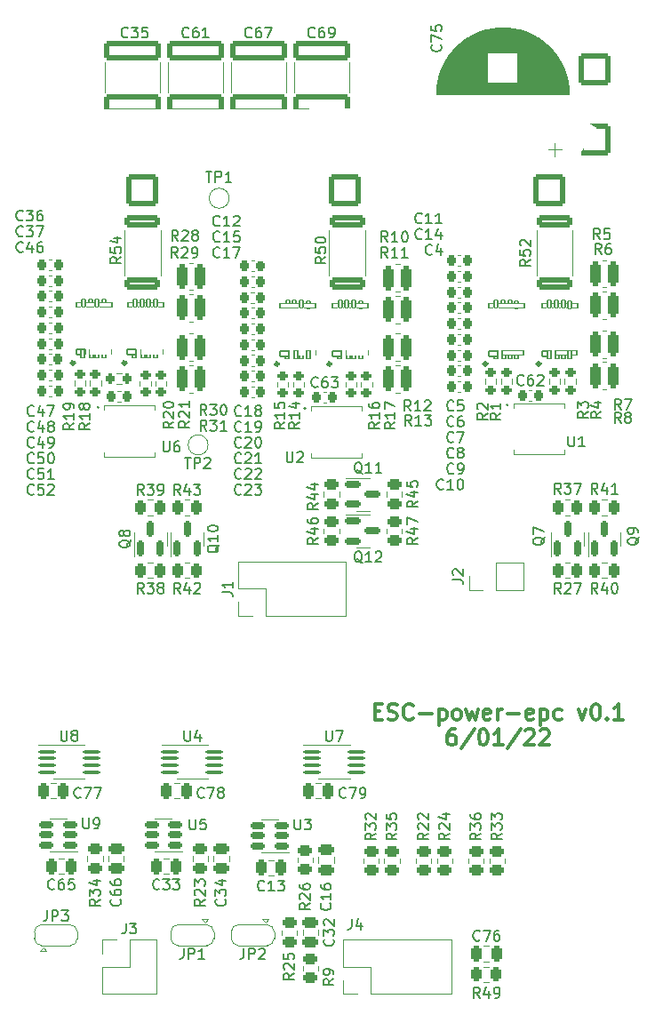
<source format=gto>
G04 #@! TF.GenerationSoftware,KiCad,Pcbnew,(6.0.7-1)-1*
G04 #@! TF.CreationDate,2023-01-06T15:11:33+01:00*
G04 #@! TF.ProjectId,ESC-power-epc,4553432d-706f-4776-9572-2d6570632e6b,rev?*
G04 #@! TF.SameCoordinates,Original*
G04 #@! TF.FileFunction,Legend,Top*
G04 #@! TF.FilePolarity,Positive*
%FSLAX46Y46*%
G04 Gerber Fmt 4.6, Leading zero omitted, Abs format (unit mm)*
G04 Created by KiCad (PCBNEW (6.0.7-1)-1) date 2023-01-06 15:11:33*
%MOMM*%
%LPD*%
G01*
G04 APERTURE LIST*
G04 Aperture macros list*
%AMRoundRect*
0 Rectangle with rounded corners*
0 $1 Rounding radius*
0 $2 $3 $4 $5 $6 $7 $8 $9 X,Y pos of 4 corners*
0 Add a 4 corners polygon primitive as box body*
4,1,4,$2,$3,$4,$5,$6,$7,$8,$9,$2,$3,0*
0 Add four circle primitives for the rounded corners*
1,1,$1+$1,$2,$3*
1,1,$1+$1,$4,$5*
1,1,$1+$1,$6,$7*
1,1,$1+$1,$8,$9*
0 Add four rect primitives between the rounded corners*
20,1,$1+$1,$2,$3,$4,$5,0*
20,1,$1+$1,$4,$5,$6,$7,0*
20,1,$1+$1,$6,$7,$8,$9,0*
20,1,$1+$1,$8,$9,$2,$3,0*%
%AMFreePoly0*
4,1,22,0.550000,-0.750000,0.000000,-0.750000,0.000000,-0.745033,-0.079941,-0.743568,-0.215256,-0.701293,-0.333266,-0.622738,-0.424486,-0.514219,-0.481581,-0.384460,-0.499164,-0.250000,-0.500000,-0.250000,-0.500000,0.250000,-0.499164,0.250000,-0.499963,0.256109,-0.478152,0.396186,-0.417904,0.524511,-0.324060,0.630769,-0.204165,0.706417,-0.067858,0.745374,0.000000,0.744959,0.000000,0.750000,
0.550000,0.750000,0.550000,-0.750000,0.550000,-0.750000,$1*%
%AMFreePoly1*
4,1,20,0.000000,0.744959,0.073905,0.744508,0.209726,0.703889,0.328688,0.626782,0.421226,0.519385,0.479903,0.390333,0.500000,0.250000,0.500000,-0.250000,0.499851,-0.262216,0.476331,-0.402017,0.414519,-0.529596,0.319384,-0.634700,0.198574,-0.708877,0.061801,-0.746166,0.000000,-0.745033,0.000000,-0.750000,-0.550000,-0.750000,-0.550000,0.750000,0.000000,0.750000,0.000000,0.744959,
0.000000,0.744959,$1*%
G04 Aperture macros list end*
%ADD10C,0.300000*%
%ADD11C,0.150000*%
%ADD12C,0.120000*%
%ADD13C,0.310000*%
%ADD14C,0.136200*%
%ADD15C,0.100000*%
%ADD16R,2.400000X2.400000*%
%ADD17C,2.400000*%
%ADD18C,1.500000*%
%ADD19RoundRect,0.250000X2.450000X-0.650000X2.450000X0.650000X-2.450000X0.650000X-2.450000X-0.650000X0*%
%ADD20RoundRect,0.250000X-0.262500X-0.450000X0.262500X-0.450000X0.262500X0.450000X-0.262500X0.450000X0*%
%ADD21RoundRect,0.150000X0.150000X-0.587500X0.150000X0.587500X-0.150000X0.587500X-0.150000X-0.587500X0*%
%ADD22RoundRect,0.150000X0.512500X0.150000X-0.512500X0.150000X-0.512500X-0.150000X0.512500X-0.150000X0*%
%ADD23RoundRect,0.249999X-1.300001X-1.300001X1.300001X-1.300001X1.300001X1.300001X-1.300001X1.300001X0*%
%ADD24RoundRect,0.225000X0.225000X0.250000X-0.225000X0.250000X-0.225000X-0.250000X0.225000X-0.250000X0*%
%ADD25RoundRect,0.200000X0.275000X-0.200000X0.275000X0.200000X-0.275000X0.200000X-0.275000X-0.200000X0*%
%ADD26C,3.200000*%
%ADD27RoundRect,0.250000X-0.450000X0.262500X-0.450000X-0.262500X0.450000X-0.262500X0.450000X0.262500X0*%
%ADD28FreePoly0,180.000000*%
%ADD29R,1.000000X1.500000*%
%ADD30FreePoly1,180.000000*%
%ADD31RoundRect,0.250000X0.262500X0.450000X-0.262500X0.450000X-0.262500X-0.450000X0.262500X-0.450000X0*%
%ADD32RoundRect,0.150000X-0.587500X-0.150000X0.587500X-0.150000X0.587500X0.150000X-0.587500X0.150000X0*%
%ADD33RoundRect,0.250000X-1.425000X0.362500X-1.425000X-0.362500X1.425000X-0.362500X1.425000X0.362500X0*%
%ADD34RoundRect,0.100000X-0.712500X-0.100000X0.712500X-0.100000X0.712500X0.100000X-0.712500X0.100000X0*%
%ADD35RoundRect,0.250000X0.250000X0.475000X-0.250000X0.475000X-0.250000X-0.475000X0.250000X-0.475000X0*%
%ADD36RoundRect,0.080000X0.407500X0.220000X-0.407500X0.220000X-0.407500X-0.220000X0.407500X-0.220000X0*%
%ADD37RoundRect,0.064000X0.176000X-0.386000X0.176000X0.386000X-0.176000X0.386000X-0.176000X-0.386000X0*%
%ADD38RoundRect,0.078667X1.030083X0.216333X-1.030083X0.216333X-1.030083X-0.216333X1.030083X-0.216333X0*%
%ADD39R,2.108200X0.482600*%
%ADD40R,3.403600X0.381000*%
%ADD41RoundRect,0.064000X0.176000X-0.371000X0.176000X0.371000X-0.176000X0.371000X-0.176000X-0.371000X0*%
%ADD42RoundRect,0.078667X1.675708X0.216333X-1.675708X0.216333X-1.675708X-0.216333X1.675708X-0.216333X0*%
%ADD43FreePoly0,0.000000*%
%ADD44FreePoly1,0.000000*%
%ADD45R,0.609600X0.304800*%
%ADD46R,2.590800X2.997200*%
%ADD47R,1.700000X1.700000*%
%ADD48O,1.700000X1.700000*%
%ADD49RoundRect,0.250000X0.475000X-0.250000X0.475000X0.250000X-0.475000X0.250000X-0.475000X-0.250000X0*%
%ADD50RoundRect,0.250000X0.450000X-0.262500X0.450000X0.262500X-0.450000X0.262500X-0.450000X-0.262500X0*%
%ADD51RoundRect,0.275000X-0.275000X-0.875000X0.275000X-0.875000X0.275000X0.875000X-0.275000X0.875000X0*%
%ADD52RoundRect,0.250000X-0.250000X-0.475000X0.250000X-0.475000X0.250000X0.475000X-0.250000X0.475000X0*%
%ADD53RoundRect,0.225000X-0.225000X-0.250000X0.225000X-0.250000X0.225000X0.250000X-0.225000X0.250000X0*%
%ADD54RoundRect,0.249999X1.300001X1.300001X-1.300001X1.300001X-1.300001X-1.300001X1.300001X-1.300001X0*%
%ADD55RoundRect,0.200000X0.200000X0.275000X-0.200000X0.275000X-0.200000X-0.275000X0.200000X-0.275000X0*%
G04 APERTURE END LIST*
D10*
X100114285Y-105685357D02*
X100614285Y-105685357D01*
X100828571Y-106471071D02*
X100114285Y-106471071D01*
X100114285Y-104971071D01*
X100828571Y-104971071D01*
X101400000Y-106399642D02*
X101614285Y-106471071D01*
X101971428Y-106471071D01*
X102114285Y-106399642D01*
X102185714Y-106328214D01*
X102257142Y-106185357D01*
X102257142Y-106042500D01*
X102185714Y-105899642D01*
X102114285Y-105828214D01*
X101971428Y-105756785D01*
X101685714Y-105685357D01*
X101542857Y-105613928D01*
X101471428Y-105542500D01*
X101400000Y-105399642D01*
X101400000Y-105256785D01*
X101471428Y-105113928D01*
X101542857Y-105042500D01*
X101685714Y-104971071D01*
X102042857Y-104971071D01*
X102257142Y-105042500D01*
X103757142Y-106328214D02*
X103685714Y-106399642D01*
X103471428Y-106471071D01*
X103328571Y-106471071D01*
X103114285Y-106399642D01*
X102971428Y-106256785D01*
X102900000Y-106113928D01*
X102828571Y-105828214D01*
X102828571Y-105613928D01*
X102900000Y-105328214D01*
X102971428Y-105185357D01*
X103114285Y-105042500D01*
X103328571Y-104971071D01*
X103471428Y-104971071D01*
X103685714Y-105042500D01*
X103757142Y-105113928D01*
X104400000Y-105899642D02*
X105542857Y-105899642D01*
X106257142Y-105471071D02*
X106257142Y-106971071D01*
X106257142Y-105542500D02*
X106400000Y-105471071D01*
X106685714Y-105471071D01*
X106828571Y-105542500D01*
X106900000Y-105613928D01*
X106971428Y-105756785D01*
X106971428Y-106185357D01*
X106900000Y-106328214D01*
X106828571Y-106399642D01*
X106685714Y-106471071D01*
X106400000Y-106471071D01*
X106257142Y-106399642D01*
X107828571Y-106471071D02*
X107685714Y-106399642D01*
X107614285Y-106328214D01*
X107542857Y-106185357D01*
X107542857Y-105756785D01*
X107614285Y-105613928D01*
X107685714Y-105542500D01*
X107828571Y-105471071D01*
X108042857Y-105471071D01*
X108185714Y-105542500D01*
X108257142Y-105613928D01*
X108328571Y-105756785D01*
X108328571Y-106185357D01*
X108257142Y-106328214D01*
X108185714Y-106399642D01*
X108042857Y-106471071D01*
X107828571Y-106471071D01*
X108828571Y-105471071D02*
X109114285Y-106471071D01*
X109400000Y-105756785D01*
X109685714Y-106471071D01*
X109971428Y-105471071D01*
X111114285Y-106399642D02*
X110971428Y-106471071D01*
X110685714Y-106471071D01*
X110542857Y-106399642D01*
X110471428Y-106256785D01*
X110471428Y-105685357D01*
X110542857Y-105542500D01*
X110685714Y-105471071D01*
X110971428Y-105471071D01*
X111114285Y-105542500D01*
X111185714Y-105685357D01*
X111185714Y-105828214D01*
X110471428Y-105971071D01*
X111828571Y-106471071D02*
X111828571Y-105471071D01*
X111828571Y-105756785D02*
X111900000Y-105613928D01*
X111971428Y-105542500D01*
X112114285Y-105471071D01*
X112257142Y-105471071D01*
X112757142Y-105899642D02*
X113900000Y-105899642D01*
X115185714Y-106399642D02*
X115042857Y-106471071D01*
X114757142Y-106471071D01*
X114614285Y-106399642D01*
X114542857Y-106256785D01*
X114542857Y-105685357D01*
X114614285Y-105542500D01*
X114757142Y-105471071D01*
X115042857Y-105471071D01*
X115185714Y-105542500D01*
X115257142Y-105685357D01*
X115257142Y-105828214D01*
X114542857Y-105971071D01*
X115900000Y-105471071D02*
X115900000Y-106971071D01*
X115900000Y-105542500D02*
X116042857Y-105471071D01*
X116328571Y-105471071D01*
X116471428Y-105542500D01*
X116542857Y-105613928D01*
X116614285Y-105756785D01*
X116614285Y-106185357D01*
X116542857Y-106328214D01*
X116471428Y-106399642D01*
X116328571Y-106471071D01*
X116042857Y-106471071D01*
X115900000Y-106399642D01*
X117900000Y-106399642D02*
X117757142Y-106471071D01*
X117471428Y-106471071D01*
X117328571Y-106399642D01*
X117257142Y-106328214D01*
X117185714Y-106185357D01*
X117185714Y-105756785D01*
X117257142Y-105613928D01*
X117328571Y-105542500D01*
X117471428Y-105471071D01*
X117757142Y-105471071D01*
X117900000Y-105542500D01*
X119542857Y-105471071D02*
X119900000Y-106471071D01*
X120257142Y-105471071D01*
X121114285Y-104971071D02*
X121257142Y-104971071D01*
X121400000Y-105042500D01*
X121471428Y-105113928D01*
X121542857Y-105256785D01*
X121614285Y-105542500D01*
X121614285Y-105899642D01*
X121542857Y-106185357D01*
X121471428Y-106328214D01*
X121400000Y-106399642D01*
X121257142Y-106471071D01*
X121114285Y-106471071D01*
X120971428Y-106399642D01*
X120900000Y-106328214D01*
X120828571Y-106185357D01*
X120757142Y-105899642D01*
X120757142Y-105542500D01*
X120828571Y-105256785D01*
X120900000Y-105113928D01*
X120971428Y-105042500D01*
X121114285Y-104971071D01*
X122257142Y-106328214D02*
X122328571Y-106399642D01*
X122257142Y-106471071D01*
X122185714Y-106399642D01*
X122257142Y-106328214D01*
X122257142Y-106471071D01*
X123757142Y-106471071D02*
X122900000Y-106471071D01*
X123328571Y-106471071D02*
X123328571Y-104971071D01*
X123185714Y-105185357D01*
X123042857Y-105328214D01*
X122900000Y-105399642D01*
X107757142Y-107386071D02*
X107471428Y-107386071D01*
X107328571Y-107457500D01*
X107257142Y-107528928D01*
X107114285Y-107743214D01*
X107042857Y-108028928D01*
X107042857Y-108600357D01*
X107114285Y-108743214D01*
X107185714Y-108814642D01*
X107328571Y-108886071D01*
X107614285Y-108886071D01*
X107757142Y-108814642D01*
X107828571Y-108743214D01*
X107900000Y-108600357D01*
X107900000Y-108243214D01*
X107828571Y-108100357D01*
X107757142Y-108028928D01*
X107614285Y-107957500D01*
X107328571Y-107957500D01*
X107185714Y-108028928D01*
X107114285Y-108100357D01*
X107042857Y-108243214D01*
X109614285Y-107314642D02*
X108328571Y-109243214D01*
X110400000Y-107386071D02*
X110542857Y-107386071D01*
X110685714Y-107457500D01*
X110757142Y-107528928D01*
X110828571Y-107671785D01*
X110900000Y-107957500D01*
X110900000Y-108314642D01*
X110828571Y-108600357D01*
X110757142Y-108743214D01*
X110685714Y-108814642D01*
X110542857Y-108886071D01*
X110400000Y-108886071D01*
X110257142Y-108814642D01*
X110185714Y-108743214D01*
X110114285Y-108600357D01*
X110042857Y-108314642D01*
X110042857Y-107957500D01*
X110114285Y-107671785D01*
X110185714Y-107528928D01*
X110257142Y-107457500D01*
X110400000Y-107386071D01*
X112328571Y-108886071D02*
X111471428Y-108886071D01*
X111900000Y-108886071D02*
X111900000Y-107386071D01*
X111757142Y-107600357D01*
X111614285Y-107743214D01*
X111471428Y-107814642D01*
X114042857Y-107314642D02*
X112757142Y-109243214D01*
X114471428Y-107528928D02*
X114542857Y-107457500D01*
X114685714Y-107386071D01*
X115042857Y-107386071D01*
X115185714Y-107457500D01*
X115257142Y-107528928D01*
X115328571Y-107671785D01*
X115328571Y-107814642D01*
X115257142Y-108028928D01*
X114400000Y-108886071D01*
X115328571Y-108886071D01*
X115900000Y-107528928D02*
X115971428Y-107457500D01*
X116114285Y-107386071D01*
X116471428Y-107386071D01*
X116614285Y-107457500D01*
X116685714Y-107528928D01*
X116757142Y-107671785D01*
X116757142Y-107814642D01*
X116685714Y-108028928D01*
X115828571Y-108886071D01*
X116757142Y-108886071D01*
D11*
X106407142Y-42192857D02*
X106454761Y-42240476D01*
X106502380Y-42383333D01*
X106502380Y-42478571D01*
X106454761Y-42621428D01*
X106359523Y-42716666D01*
X106264285Y-42764285D01*
X106073809Y-42811904D01*
X105930952Y-42811904D01*
X105740476Y-42764285D01*
X105645238Y-42716666D01*
X105550000Y-42621428D01*
X105502380Y-42478571D01*
X105502380Y-42383333D01*
X105550000Y-42240476D01*
X105597619Y-42192857D01*
X105502380Y-41859523D02*
X105502380Y-41192857D01*
X106502380Y-41621428D01*
X105502380Y-40335714D02*
X105502380Y-40811904D01*
X105978571Y-40859523D01*
X105930952Y-40811904D01*
X105883333Y-40716666D01*
X105883333Y-40478571D01*
X105930952Y-40383333D01*
X105978571Y-40335714D01*
X106073809Y-40288095D01*
X106311904Y-40288095D01*
X106407142Y-40335714D01*
X106454761Y-40383333D01*
X106502380Y-40478571D01*
X106502380Y-40716666D01*
X106454761Y-40811904D01*
X106407142Y-40859523D01*
X82038095Y-81502380D02*
X82609523Y-81502380D01*
X82323809Y-82502380D02*
X82323809Y-81502380D01*
X82942857Y-82502380D02*
X82942857Y-81502380D01*
X83323809Y-81502380D01*
X83419047Y-81550000D01*
X83466666Y-81597619D01*
X83514285Y-81692857D01*
X83514285Y-81835714D01*
X83466666Y-81930952D01*
X83419047Y-81978571D01*
X83323809Y-82026190D01*
X82942857Y-82026190D01*
X83895238Y-81597619D02*
X83942857Y-81550000D01*
X84038095Y-81502380D01*
X84276190Y-81502380D01*
X84371428Y-81550000D01*
X84419047Y-81597619D01*
X84466666Y-81692857D01*
X84466666Y-81788095D01*
X84419047Y-81930952D01*
X83847619Y-82502380D01*
X84466666Y-82502380D01*
X84038095Y-54252380D02*
X84609523Y-54252380D01*
X84323809Y-55252380D02*
X84323809Y-54252380D01*
X84942857Y-55252380D02*
X84942857Y-54252380D01*
X85323809Y-54252380D01*
X85419047Y-54300000D01*
X85466666Y-54347619D01*
X85514285Y-54442857D01*
X85514285Y-54585714D01*
X85466666Y-54680952D01*
X85419047Y-54728571D01*
X85323809Y-54776190D01*
X84942857Y-54776190D01*
X86466666Y-55252380D02*
X85895238Y-55252380D01*
X86180952Y-55252380D02*
X86180952Y-54252380D01*
X86085714Y-54395238D01*
X85990476Y-54490476D01*
X85895238Y-54538095D01*
X94407142Y-41407142D02*
X94359523Y-41454761D01*
X94216666Y-41502380D01*
X94121428Y-41502380D01*
X93978571Y-41454761D01*
X93883333Y-41359523D01*
X93835714Y-41264285D01*
X93788095Y-41073809D01*
X93788095Y-40930952D01*
X93835714Y-40740476D01*
X93883333Y-40645238D01*
X93978571Y-40550000D01*
X94121428Y-40502380D01*
X94216666Y-40502380D01*
X94359523Y-40550000D01*
X94407142Y-40597619D01*
X95264285Y-40502380D02*
X95073809Y-40502380D01*
X94978571Y-40550000D01*
X94930952Y-40597619D01*
X94835714Y-40740476D01*
X94788095Y-40930952D01*
X94788095Y-41311904D01*
X94835714Y-41407142D01*
X94883333Y-41454761D01*
X94978571Y-41502380D01*
X95169047Y-41502380D01*
X95264285Y-41454761D01*
X95311904Y-41407142D01*
X95359523Y-41311904D01*
X95359523Y-41073809D01*
X95311904Y-40978571D01*
X95264285Y-40930952D01*
X95169047Y-40883333D01*
X94978571Y-40883333D01*
X94883333Y-40930952D01*
X94835714Y-40978571D01*
X94788095Y-41073809D01*
X95835714Y-41502380D02*
X96026190Y-41502380D01*
X96121428Y-41454761D01*
X96169047Y-41407142D01*
X96264285Y-41264285D01*
X96311904Y-41073809D01*
X96311904Y-40692857D01*
X96264285Y-40597619D01*
X96216666Y-40550000D01*
X96121428Y-40502380D01*
X95930952Y-40502380D01*
X95835714Y-40550000D01*
X95788095Y-40597619D01*
X95740476Y-40692857D01*
X95740476Y-40930952D01*
X95788095Y-41026190D01*
X95835714Y-41073809D01*
X95930952Y-41121428D01*
X96121428Y-41121428D01*
X96216666Y-41073809D01*
X96264285Y-41026190D01*
X96311904Y-40930952D01*
X88407142Y-41407142D02*
X88359523Y-41454761D01*
X88216666Y-41502380D01*
X88121428Y-41502380D01*
X87978571Y-41454761D01*
X87883333Y-41359523D01*
X87835714Y-41264285D01*
X87788095Y-41073809D01*
X87788095Y-40930952D01*
X87835714Y-40740476D01*
X87883333Y-40645238D01*
X87978571Y-40550000D01*
X88121428Y-40502380D01*
X88216666Y-40502380D01*
X88359523Y-40550000D01*
X88407142Y-40597619D01*
X89264285Y-40502380D02*
X89073809Y-40502380D01*
X88978571Y-40550000D01*
X88930952Y-40597619D01*
X88835714Y-40740476D01*
X88788095Y-40930952D01*
X88788095Y-41311904D01*
X88835714Y-41407142D01*
X88883333Y-41454761D01*
X88978571Y-41502380D01*
X89169047Y-41502380D01*
X89264285Y-41454761D01*
X89311904Y-41407142D01*
X89359523Y-41311904D01*
X89359523Y-41073809D01*
X89311904Y-40978571D01*
X89264285Y-40930952D01*
X89169047Y-40883333D01*
X88978571Y-40883333D01*
X88883333Y-40930952D01*
X88835714Y-40978571D01*
X88788095Y-41073809D01*
X89692857Y-40502380D02*
X90359523Y-40502380D01*
X89930952Y-41502380D01*
X82407142Y-41407142D02*
X82359523Y-41454761D01*
X82216666Y-41502380D01*
X82121428Y-41502380D01*
X81978571Y-41454761D01*
X81883333Y-41359523D01*
X81835714Y-41264285D01*
X81788095Y-41073809D01*
X81788095Y-40930952D01*
X81835714Y-40740476D01*
X81883333Y-40645238D01*
X81978571Y-40550000D01*
X82121428Y-40502380D01*
X82216666Y-40502380D01*
X82359523Y-40550000D01*
X82407142Y-40597619D01*
X83264285Y-40502380D02*
X83073809Y-40502380D01*
X82978571Y-40550000D01*
X82930952Y-40597619D01*
X82835714Y-40740476D01*
X82788095Y-40930952D01*
X82788095Y-41311904D01*
X82835714Y-41407142D01*
X82883333Y-41454761D01*
X82978571Y-41502380D01*
X83169047Y-41502380D01*
X83264285Y-41454761D01*
X83311904Y-41407142D01*
X83359523Y-41311904D01*
X83359523Y-41073809D01*
X83311904Y-40978571D01*
X83264285Y-40930952D01*
X83169047Y-40883333D01*
X82978571Y-40883333D01*
X82883333Y-40930952D01*
X82835714Y-40978571D01*
X82788095Y-41073809D01*
X84311904Y-41502380D02*
X83740476Y-41502380D01*
X84026190Y-41502380D02*
X84026190Y-40502380D01*
X83930952Y-40645238D01*
X83835714Y-40740476D01*
X83740476Y-40788095D01*
X76607142Y-41407142D02*
X76559523Y-41454761D01*
X76416666Y-41502380D01*
X76321428Y-41502380D01*
X76178571Y-41454761D01*
X76083333Y-41359523D01*
X76035714Y-41264285D01*
X75988095Y-41073809D01*
X75988095Y-40930952D01*
X76035714Y-40740476D01*
X76083333Y-40645238D01*
X76178571Y-40550000D01*
X76321428Y-40502380D01*
X76416666Y-40502380D01*
X76559523Y-40550000D01*
X76607142Y-40597619D01*
X76940476Y-40502380D02*
X77559523Y-40502380D01*
X77226190Y-40883333D01*
X77369047Y-40883333D01*
X77464285Y-40930952D01*
X77511904Y-40978571D01*
X77559523Y-41073809D01*
X77559523Y-41311904D01*
X77511904Y-41407142D01*
X77464285Y-41454761D01*
X77369047Y-41502380D01*
X77083333Y-41502380D01*
X76988095Y-41454761D01*
X76940476Y-41407142D01*
X78464285Y-40502380D02*
X77988095Y-40502380D01*
X77940476Y-40978571D01*
X77988095Y-40930952D01*
X78083333Y-40883333D01*
X78321428Y-40883333D01*
X78416666Y-40930952D01*
X78464285Y-40978571D01*
X78511904Y-41073809D01*
X78511904Y-41311904D01*
X78464285Y-41407142D01*
X78416666Y-41454761D01*
X78321428Y-41502380D01*
X78083333Y-41502380D01*
X77988095Y-41454761D01*
X77940476Y-41407142D01*
X81607142Y-85052380D02*
X81273809Y-84576190D01*
X81035714Y-85052380D02*
X81035714Y-84052380D01*
X81416666Y-84052380D01*
X81511904Y-84100000D01*
X81559523Y-84147619D01*
X81607142Y-84242857D01*
X81607142Y-84385714D01*
X81559523Y-84480952D01*
X81511904Y-84528571D01*
X81416666Y-84576190D01*
X81035714Y-84576190D01*
X82464285Y-84385714D02*
X82464285Y-85052380D01*
X82226190Y-84004761D02*
X81988095Y-84719047D01*
X82607142Y-84719047D01*
X82892857Y-84052380D02*
X83511904Y-84052380D01*
X83178571Y-84433333D01*
X83321428Y-84433333D01*
X83416666Y-84480952D01*
X83464285Y-84528571D01*
X83511904Y-84623809D01*
X83511904Y-84861904D01*
X83464285Y-84957142D01*
X83416666Y-85004761D01*
X83321428Y-85052380D01*
X83035714Y-85052380D01*
X82940476Y-85004761D01*
X82892857Y-84957142D01*
X76897619Y-89345238D02*
X76850000Y-89440476D01*
X76754761Y-89535714D01*
X76611904Y-89678571D01*
X76564285Y-89773809D01*
X76564285Y-89869047D01*
X76802380Y-89821428D02*
X76754761Y-89916666D01*
X76659523Y-90011904D01*
X76469047Y-90059523D01*
X76135714Y-90059523D01*
X75945238Y-90011904D01*
X75850000Y-89916666D01*
X75802380Y-89821428D01*
X75802380Y-89630952D01*
X75850000Y-89535714D01*
X75945238Y-89440476D01*
X76135714Y-89392857D01*
X76469047Y-89392857D01*
X76659523Y-89440476D01*
X76754761Y-89535714D01*
X76802380Y-89630952D01*
X76802380Y-89821428D01*
X76230952Y-88821428D02*
X76183333Y-88916666D01*
X76135714Y-88964285D01*
X76040476Y-89011904D01*
X75992857Y-89011904D01*
X75897619Y-88964285D01*
X75850000Y-88916666D01*
X75802380Y-88821428D01*
X75802380Y-88630952D01*
X75850000Y-88535714D01*
X75897619Y-88488095D01*
X75992857Y-88440476D01*
X76040476Y-88440476D01*
X76135714Y-88488095D01*
X76183333Y-88535714D01*
X76230952Y-88630952D01*
X76230952Y-88821428D01*
X76278571Y-88916666D01*
X76326190Y-88964285D01*
X76421428Y-89011904D01*
X76611904Y-89011904D01*
X76707142Y-88964285D01*
X76754761Y-88916666D01*
X76802380Y-88821428D01*
X76802380Y-88630952D01*
X76754761Y-88535714D01*
X76707142Y-88488095D01*
X76611904Y-88440476D01*
X76421428Y-88440476D01*
X76326190Y-88488095D01*
X76278571Y-88535714D01*
X76230952Y-88630952D01*
X82488095Y-115952380D02*
X82488095Y-116761904D01*
X82535714Y-116857142D01*
X82583333Y-116904761D01*
X82678571Y-116952380D01*
X82869047Y-116952380D01*
X82964285Y-116904761D01*
X83011904Y-116857142D01*
X83059523Y-116761904D01*
X83059523Y-115952380D01*
X84011904Y-115952380D02*
X83535714Y-115952380D01*
X83488095Y-116428571D01*
X83535714Y-116380952D01*
X83630952Y-116333333D01*
X83869047Y-116333333D01*
X83964285Y-116380952D01*
X84011904Y-116428571D01*
X84059523Y-116523809D01*
X84059523Y-116761904D01*
X84011904Y-116857142D01*
X83964285Y-116904761D01*
X83869047Y-116952380D01*
X83630952Y-116952380D01*
X83535714Y-116904761D01*
X83488095Y-116857142D01*
X104607142Y-60607142D02*
X104559523Y-60654761D01*
X104416666Y-60702380D01*
X104321428Y-60702380D01*
X104178571Y-60654761D01*
X104083333Y-60559523D01*
X104035714Y-60464285D01*
X103988095Y-60273809D01*
X103988095Y-60130952D01*
X104035714Y-59940476D01*
X104083333Y-59845238D01*
X104178571Y-59750000D01*
X104321428Y-59702380D01*
X104416666Y-59702380D01*
X104559523Y-59750000D01*
X104607142Y-59797619D01*
X105559523Y-60702380D02*
X104988095Y-60702380D01*
X105273809Y-60702380D02*
X105273809Y-59702380D01*
X105178571Y-59845238D01*
X105083333Y-59940476D01*
X104988095Y-59988095D01*
X106416666Y-60035714D02*
X106416666Y-60702380D01*
X106178571Y-59654761D02*
X105940476Y-60369047D01*
X106559523Y-60369047D01*
X92952380Y-78142857D02*
X92476190Y-78476190D01*
X92952380Y-78714285D02*
X91952380Y-78714285D01*
X91952380Y-78333333D01*
X92000000Y-78238095D01*
X92047619Y-78190476D01*
X92142857Y-78142857D01*
X92285714Y-78142857D01*
X92380952Y-78190476D01*
X92428571Y-78238095D01*
X92476190Y-78333333D01*
X92476190Y-78714285D01*
X92952380Y-77190476D02*
X92952380Y-77761904D01*
X92952380Y-77476190D02*
X91952380Y-77476190D01*
X92095238Y-77571428D01*
X92190476Y-77666666D01*
X92238095Y-77761904D01*
X92285714Y-76333333D02*
X92952380Y-76333333D01*
X91904761Y-76571428D02*
X92619047Y-76809523D01*
X92619047Y-76190476D01*
X93952380Y-123980357D02*
X93476190Y-124313690D01*
X93952380Y-124551785D02*
X92952380Y-124551785D01*
X92952380Y-124170833D01*
X93000000Y-124075595D01*
X93047619Y-124027976D01*
X93142857Y-123980357D01*
X93285714Y-123980357D01*
X93380952Y-124027976D01*
X93428571Y-124075595D01*
X93476190Y-124170833D01*
X93476190Y-124551785D01*
X93047619Y-123599404D02*
X93000000Y-123551785D01*
X92952380Y-123456547D01*
X92952380Y-123218452D01*
X93000000Y-123123214D01*
X93047619Y-123075595D01*
X93142857Y-123027976D01*
X93238095Y-123027976D01*
X93380952Y-123075595D01*
X93952380Y-123647023D01*
X93952380Y-123027976D01*
X92952380Y-122170833D02*
X92952380Y-122361309D01*
X93000000Y-122456547D01*
X93047619Y-122504166D01*
X93190476Y-122599404D01*
X93380952Y-122647023D01*
X93761904Y-122647023D01*
X93857142Y-122599404D01*
X93904761Y-122551785D01*
X93952380Y-122456547D01*
X93952380Y-122266071D01*
X93904761Y-122170833D01*
X93857142Y-122123214D01*
X93761904Y-122075595D01*
X93523809Y-122075595D01*
X93428571Y-122123214D01*
X93380952Y-122170833D01*
X93333333Y-122266071D01*
X93333333Y-122456547D01*
X93380952Y-122551785D01*
X93428571Y-122599404D01*
X93523809Y-122647023D01*
X67657142Y-77457142D02*
X67609523Y-77504761D01*
X67466666Y-77552380D01*
X67371428Y-77552380D01*
X67228571Y-77504761D01*
X67133333Y-77409523D01*
X67085714Y-77314285D01*
X67038095Y-77123809D01*
X67038095Y-76980952D01*
X67085714Y-76790476D01*
X67133333Y-76695238D01*
X67228571Y-76600000D01*
X67371428Y-76552380D01*
X67466666Y-76552380D01*
X67609523Y-76600000D01*
X67657142Y-76647619D01*
X68514285Y-76885714D02*
X68514285Y-77552380D01*
X68276190Y-76504761D02*
X68038095Y-77219047D01*
X68657142Y-77219047D01*
X68942857Y-76552380D02*
X69609523Y-76552380D01*
X69180952Y-77552380D01*
X81916666Y-128252380D02*
X81916666Y-128966666D01*
X81869047Y-129109523D01*
X81773809Y-129204761D01*
X81630952Y-129252380D01*
X81535714Y-129252380D01*
X82392857Y-129252380D02*
X82392857Y-128252380D01*
X82773809Y-128252380D01*
X82869047Y-128300000D01*
X82916666Y-128347619D01*
X82964285Y-128442857D01*
X82964285Y-128585714D01*
X82916666Y-128680952D01*
X82869047Y-128728571D01*
X82773809Y-128776190D01*
X82392857Y-128776190D01*
X83916666Y-129252380D02*
X83345238Y-129252380D01*
X83630952Y-129252380D02*
X83630952Y-128252380D01*
X83535714Y-128395238D01*
X83440476Y-128490476D01*
X83345238Y-128538095D01*
X102227380Y-117292857D02*
X101751190Y-117626190D01*
X102227380Y-117864285D02*
X101227380Y-117864285D01*
X101227380Y-117483333D01*
X101275000Y-117388095D01*
X101322619Y-117340476D01*
X101417857Y-117292857D01*
X101560714Y-117292857D01*
X101655952Y-117340476D01*
X101703571Y-117388095D01*
X101751190Y-117483333D01*
X101751190Y-117864285D01*
X101227380Y-116959523D02*
X101227380Y-116340476D01*
X101608333Y-116673809D01*
X101608333Y-116530952D01*
X101655952Y-116435714D01*
X101703571Y-116388095D01*
X101798809Y-116340476D01*
X102036904Y-116340476D01*
X102132142Y-116388095D01*
X102179761Y-116435714D01*
X102227380Y-116530952D01*
X102227380Y-116816666D01*
X102179761Y-116911904D01*
X102132142Y-116959523D01*
X101227380Y-115435714D02*
X101227380Y-115911904D01*
X101703571Y-115959523D01*
X101655952Y-115911904D01*
X101608333Y-115816666D01*
X101608333Y-115578571D01*
X101655952Y-115483333D01*
X101703571Y-115435714D01*
X101798809Y-115388095D01*
X102036904Y-115388095D01*
X102132142Y-115435714D01*
X102179761Y-115483333D01*
X102227380Y-115578571D01*
X102227380Y-115816666D01*
X102179761Y-115911904D01*
X102132142Y-115959523D01*
X117857142Y-84952380D02*
X117523809Y-84476190D01*
X117285714Y-84952380D02*
X117285714Y-83952380D01*
X117666666Y-83952380D01*
X117761904Y-84000000D01*
X117809523Y-84047619D01*
X117857142Y-84142857D01*
X117857142Y-84285714D01*
X117809523Y-84380952D01*
X117761904Y-84428571D01*
X117666666Y-84476190D01*
X117285714Y-84476190D01*
X118190476Y-83952380D02*
X118809523Y-83952380D01*
X118476190Y-84333333D01*
X118619047Y-84333333D01*
X118714285Y-84380952D01*
X118761904Y-84428571D01*
X118809523Y-84523809D01*
X118809523Y-84761904D01*
X118761904Y-84857142D01*
X118714285Y-84904761D01*
X118619047Y-84952380D01*
X118333333Y-84952380D01*
X118238095Y-84904761D01*
X118190476Y-84857142D01*
X119142857Y-83952380D02*
X119809523Y-83952380D01*
X119380952Y-84952380D01*
X67657142Y-83457142D02*
X67609523Y-83504761D01*
X67466666Y-83552380D01*
X67371428Y-83552380D01*
X67228571Y-83504761D01*
X67133333Y-83409523D01*
X67085714Y-83314285D01*
X67038095Y-83123809D01*
X67038095Y-82980952D01*
X67085714Y-82790476D01*
X67133333Y-82695238D01*
X67228571Y-82600000D01*
X67371428Y-82552380D01*
X67466666Y-82552380D01*
X67609523Y-82600000D01*
X67657142Y-82647619D01*
X68561904Y-82552380D02*
X68085714Y-82552380D01*
X68038095Y-83028571D01*
X68085714Y-82980952D01*
X68180952Y-82933333D01*
X68419047Y-82933333D01*
X68514285Y-82980952D01*
X68561904Y-83028571D01*
X68609523Y-83123809D01*
X68609523Y-83361904D01*
X68561904Y-83457142D01*
X68514285Y-83504761D01*
X68419047Y-83552380D01*
X68180952Y-83552380D01*
X68085714Y-83504761D01*
X68038095Y-83457142D01*
X69561904Y-83552380D02*
X68990476Y-83552380D01*
X69276190Y-83552380D02*
X69276190Y-82552380D01*
X69180952Y-82695238D01*
X69085714Y-82790476D01*
X68990476Y-82838095D01*
X82472380Y-78042857D02*
X81996190Y-78376190D01*
X82472380Y-78614285D02*
X81472380Y-78614285D01*
X81472380Y-78233333D01*
X81520000Y-78138095D01*
X81567619Y-78090476D01*
X81662857Y-78042857D01*
X81805714Y-78042857D01*
X81900952Y-78090476D01*
X81948571Y-78138095D01*
X81996190Y-78233333D01*
X81996190Y-78614285D01*
X81567619Y-77661904D02*
X81520000Y-77614285D01*
X81472380Y-77519047D01*
X81472380Y-77280952D01*
X81520000Y-77185714D01*
X81567619Y-77138095D01*
X81662857Y-77090476D01*
X81758095Y-77090476D01*
X81900952Y-77138095D01*
X82472380Y-77709523D01*
X82472380Y-77090476D01*
X82472380Y-76138095D02*
X82472380Y-76709523D01*
X82472380Y-76423809D02*
X81472380Y-76423809D01*
X81615238Y-76519047D01*
X81710476Y-76614285D01*
X81758095Y-76709523D01*
X107633333Y-76957142D02*
X107585714Y-77004761D01*
X107442857Y-77052380D01*
X107347619Y-77052380D01*
X107204761Y-77004761D01*
X107109523Y-76909523D01*
X107061904Y-76814285D01*
X107014285Y-76623809D01*
X107014285Y-76480952D01*
X107061904Y-76290476D01*
X107109523Y-76195238D01*
X107204761Y-76100000D01*
X107347619Y-76052380D01*
X107442857Y-76052380D01*
X107585714Y-76100000D01*
X107633333Y-76147619D01*
X108538095Y-76052380D02*
X108061904Y-76052380D01*
X108014285Y-76528571D01*
X108061904Y-76480952D01*
X108157142Y-76433333D01*
X108395238Y-76433333D01*
X108490476Y-76480952D01*
X108538095Y-76528571D01*
X108585714Y-76623809D01*
X108585714Y-76861904D01*
X108538095Y-76957142D01*
X108490476Y-77004761D01*
X108395238Y-77052380D01*
X108157142Y-77052380D01*
X108061904Y-77004761D01*
X108014285Y-76957142D01*
X67657142Y-80457142D02*
X67609523Y-80504761D01*
X67466666Y-80552380D01*
X67371428Y-80552380D01*
X67228571Y-80504761D01*
X67133333Y-80409523D01*
X67085714Y-80314285D01*
X67038095Y-80123809D01*
X67038095Y-79980952D01*
X67085714Y-79790476D01*
X67133333Y-79695238D01*
X67228571Y-79600000D01*
X67371428Y-79552380D01*
X67466666Y-79552380D01*
X67609523Y-79600000D01*
X67657142Y-79647619D01*
X68514285Y-79885714D02*
X68514285Y-80552380D01*
X68276190Y-79504761D02*
X68038095Y-80219047D01*
X68657142Y-80219047D01*
X69085714Y-80552380D02*
X69276190Y-80552380D01*
X69371428Y-80504761D01*
X69419047Y-80457142D01*
X69514285Y-80314285D01*
X69561904Y-80123809D01*
X69561904Y-79742857D01*
X69514285Y-79647619D01*
X69466666Y-79600000D01*
X69371428Y-79552380D01*
X69180952Y-79552380D01*
X69085714Y-79600000D01*
X69038095Y-79647619D01*
X68990476Y-79742857D01*
X68990476Y-79980952D01*
X69038095Y-80076190D01*
X69085714Y-80123809D01*
X69180952Y-80171428D01*
X69371428Y-80171428D01*
X69466666Y-80123809D01*
X69514285Y-80076190D01*
X69561904Y-79980952D01*
X72972380Y-78242857D02*
X72496190Y-78576190D01*
X72972380Y-78814285D02*
X71972380Y-78814285D01*
X71972380Y-78433333D01*
X72020000Y-78338095D01*
X72067619Y-78290476D01*
X72162857Y-78242857D01*
X72305714Y-78242857D01*
X72400952Y-78290476D01*
X72448571Y-78338095D01*
X72496190Y-78433333D01*
X72496190Y-78814285D01*
X72972380Y-77290476D02*
X72972380Y-77861904D01*
X72972380Y-77576190D02*
X71972380Y-77576190D01*
X72115238Y-77671428D01*
X72210476Y-77766666D01*
X72258095Y-77861904D01*
X72400952Y-76719047D02*
X72353333Y-76814285D01*
X72305714Y-76861904D01*
X72210476Y-76909523D01*
X72162857Y-76909523D01*
X72067619Y-76861904D01*
X72020000Y-76814285D01*
X71972380Y-76719047D01*
X71972380Y-76528571D01*
X72020000Y-76433333D01*
X72067619Y-76385714D01*
X72162857Y-76338095D01*
X72210476Y-76338095D01*
X72305714Y-76385714D01*
X72353333Y-76433333D01*
X72400952Y-76528571D01*
X72400952Y-76719047D01*
X72448571Y-76814285D01*
X72496190Y-76861904D01*
X72591428Y-76909523D01*
X72781904Y-76909523D01*
X72877142Y-76861904D01*
X72924761Y-76814285D01*
X72972380Y-76719047D01*
X72972380Y-76528571D01*
X72924761Y-76433333D01*
X72877142Y-76385714D01*
X72781904Y-76338095D01*
X72591428Y-76338095D01*
X72496190Y-76385714D01*
X72448571Y-76433333D01*
X72400952Y-76528571D01*
X98928571Y-83047619D02*
X98833333Y-83000000D01*
X98738095Y-82904761D01*
X98595238Y-82761904D01*
X98500000Y-82714285D01*
X98404761Y-82714285D01*
X98452380Y-82952380D02*
X98357142Y-82904761D01*
X98261904Y-82809523D01*
X98214285Y-82619047D01*
X98214285Y-82285714D01*
X98261904Y-82095238D01*
X98357142Y-82000000D01*
X98452380Y-81952380D01*
X98642857Y-81952380D01*
X98738095Y-82000000D01*
X98833333Y-82095238D01*
X98880952Y-82285714D01*
X98880952Y-82619047D01*
X98833333Y-82809523D01*
X98738095Y-82904761D01*
X98642857Y-82952380D01*
X98452380Y-82952380D01*
X99833333Y-82952380D02*
X99261904Y-82952380D01*
X99547619Y-82952380D02*
X99547619Y-81952380D01*
X99452380Y-82095238D01*
X99357142Y-82190476D01*
X99261904Y-82238095D01*
X100785714Y-82952380D02*
X100214285Y-82952380D01*
X100500000Y-82952380D02*
X100500000Y-81952380D01*
X100404761Y-82095238D01*
X100309523Y-82190476D01*
X100214285Y-82238095D01*
X87407142Y-81957142D02*
X87359523Y-82004761D01*
X87216666Y-82052380D01*
X87121428Y-82052380D01*
X86978571Y-82004761D01*
X86883333Y-81909523D01*
X86835714Y-81814285D01*
X86788095Y-81623809D01*
X86788095Y-81480952D01*
X86835714Y-81290476D01*
X86883333Y-81195238D01*
X86978571Y-81100000D01*
X87121428Y-81052380D01*
X87216666Y-81052380D01*
X87359523Y-81100000D01*
X87407142Y-81147619D01*
X87788095Y-81147619D02*
X87835714Y-81100000D01*
X87930952Y-81052380D01*
X88169047Y-81052380D01*
X88264285Y-81100000D01*
X88311904Y-81147619D01*
X88359523Y-81242857D01*
X88359523Y-81338095D01*
X88311904Y-81480952D01*
X87740476Y-82052380D01*
X88359523Y-82052380D01*
X89311904Y-82052380D02*
X88740476Y-82052380D01*
X89026190Y-82052380D02*
X89026190Y-81052380D01*
X88930952Y-81195238D01*
X88835714Y-81290476D01*
X88740476Y-81338095D01*
X80972380Y-78092856D02*
X80496190Y-78426189D01*
X80972380Y-78664284D02*
X79972380Y-78664284D01*
X79972380Y-78283332D01*
X80020000Y-78188094D01*
X80067619Y-78140475D01*
X80162857Y-78092856D01*
X80305714Y-78092856D01*
X80400952Y-78140475D01*
X80448571Y-78188094D01*
X80496190Y-78283332D01*
X80496190Y-78664284D01*
X80067619Y-77711903D02*
X80020000Y-77664284D01*
X79972380Y-77569046D01*
X79972380Y-77330951D01*
X80020000Y-77235713D01*
X80067619Y-77188094D01*
X80162857Y-77140475D01*
X80258095Y-77140475D01*
X80400952Y-77188094D01*
X80972380Y-77759522D01*
X80972380Y-77140475D01*
X79972380Y-76521427D02*
X79972380Y-76426189D01*
X80020000Y-76330951D01*
X80067619Y-76283332D01*
X80162857Y-76235713D01*
X80353333Y-76188094D01*
X80591428Y-76188094D01*
X80781904Y-76235713D01*
X80877142Y-76283332D01*
X80924761Y-76330951D01*
X80972380Y-76426189D01*
X80972380Y-76521427D01*
X80924761Y-76616665D01*
X80877142Y-76664284D01*
X80781904Y-76711903D01*
X80591428Y-76759522D01*
X80353333Y-76759522D01*
X80162857Y-76711903D01*
X80067619Y-76664284D01*
X80020000Y-76616665D01*
X79972380Y-76521427D01*
X114952380Y-62642857D02*
X114476190Y-62976190D01*
X114952380Y-63214285D02*
X113952380Y-63214285D01*
X113952380Y-62833333D01*
X114000000Y-62738095D01*
X114047619Y-62690476D01*
X114142857Y-62642857D01*
X114285714Y-62642857D01*
X114380952Y-62690476D01*
X114428571Y-62738095D01*
X114476190Y-62833333D01*
X114476190Y-63214285D01*
X113952380Y-61738095D02*
X113952380Y-62214285D01*
X114428571Y-62261904D01*
X114380952Y-62214285D01*
X114333333Y-62119047D01*
X114333333Y-61880952D01*
X114380952Y-61785714D01*
X114428571Y-61738095D01*
X114523809Y-61690476D01*
X114761904Y-61690476D01*
X114857142Y-61738095D01*
X114904761Y-61785714D01*
X114952380Y-61880952D01*
X114952380Y-62119047D01*
X114904761Y-62214285D01*
X114857142Y-62261904D01*
X114047619Y-61309523D02*
X114000000Y-61261904D01*
X113952380Y-61166666D01*
X113952380Y-60928571D01*
X114000000Y-60833333D01*
X114047619Y-60785714D01*
X114142857Y-60738095D01*
X114238095Y-60738095D01*
X114380952Y-60785714D01*
X114952380Y-61357142D01*
X114952380Y-60738095D01*
X83952380Y-123592857D02*
X83476190Y-123926190D01*
X83952380Y-124164285D02*
X82952380Y-124164285D01*
X82952380Y-123783333D01*
X83000000Y-123688095D01*
X83047619Y-123640476D01*
X83142857Y-123592857D01*
X83285714Y-123592857D01*
X83380952Y-123640476D01*
X83428571Y-123688095D01*
X83476190Y-123783333D01*
X83476190Y-124164285D01*
X83047619Y-123211904D02*
X83000000Y-123164285D01*
X82952380Y-123069047D01*
X82952380Y-122830952D01*
X83000000Y-122735714D01*
X83047619Y-122688095D01*
X83142857Y-122640476D01*
X83238095Y-122640476D01*
X83380952Y-122688095D01*
X83952380Y-123259523D01*
X83952380Y-122640476D01*
X82952380Y-122307142D02*
X82952380Y-121688095D01*
X83333333Y-122021428D01*
X83333333Y-121878571D01*
X83380952Y-121783333D01*
X83428571Y-121735714D01*
X83523809Y-121688095D01*
X83761904Y-121688095D01*
X83857142Y-121735714D01*
X83904761Y-121783333D01*
X83952380Y-121878571D01*
X83952380Y-122164285D01*
X83904761Y-122259523D01*
X83857142Y-122307142D01*
X85297619Y-89821428D02*
X85250000Y-89916666D01*
X85154761Y-90011904D01*
X85011904Y-90154761D01*
X84964285Y-90250000D01*
X84964285Y-90345238D01*
X85202380Y-90297619D02*
X85154761Y-90392857D01*
X85059523Y-90488095D01*
X84869047Y-90535714D01*
X84535714Y-90535714D01*
X84345238Y-90488095D01*
X84250000Y-90392857D01*
X84202380Y-90297619D01*
X84202380Y-90107142D01*
X84250000Y-90011904D01*
X84345238Y-89916666D01*
X84535714Y-89869047D01*
X84869047Y-89869047D01*
X85059523Y-89916666D01*
X85154761Y-90011904D01*
X85202380Y-90107142D01*
X85202380Y-90297619D01*
X85202380Y-88916666D02*
X85202380Y-89488095D01*
X85202380Y-89202380D02*
X84202380Y-89202380D01*
X84345238Y-89297619D01*
X84440476Y-89392857D01*
X84488095Y-89488095D01*
X84202380Y-88297619D02*
X84202380Y-88202380D01*
X84250000Y-88107142D01*
X84297619Y-88059523D01*
X84392857Y-88011904D01*
X84583333Y-87964285D01*
X84821428Y-87964285D01*
X85011904Y-88011904D01*
X85107142Y-88059523D01*
X85154761Y-88107142D01*
X85202380Y-88202380D01*
X85202380Y-88297619D01*
X85154761Y-88392857D01*
X85107142Y-88440476D01*
X85011904Y-88488095D01*
X84821428Y-88535714D01*
X84583333Y-88535714D01*
X84392857Y-88488095D01*
X84297619Y-88440476D01*
X84250000Y-88392857D01*
X84202380Y-88297619D01*
X105227380Y-117292857D02*
X104751190Y-117626190D01*
X105227380Y-117864285D02*
X104227380Y-117864285D01*
X104227380Y-117483333D01*
X104275000Y-117388095D01*
X104322619Y-117340476D01*
X104417857Y-117292857D01*
X104560714Y-117292857D01*
X104655952Y-117340476D01*
X104703571Y-117388095D01*
X104751190Y-117483333D01*
X104751190Y-117864285D01*
X104322619Y-116911904D02*
X104275000Y-116864285D01*
X104227380Y-116769047D01*
X104227380Y-116530952D01*
X104275000Y-116435714D01*
X104322619Y-116388095D01*
X104417857Y-116340476D01*
X104513095Y-116340476D01*
X104655952Y-116388095D01*
X105227380Y-116959523D01*
X105227380Y-116340476D01*
X104322619Y-115959523D02*
X104275000Y-115911904D01*
X104227380Y-115816666D01*
X104227380Y-115578571D01*
X104275000Y-115483333D01*
X104322619Y-115435714D01*
X104417857Y-115388095D01*
X104513095Y-115388095D01*
X104655952Y-115435714D01*
X105227380Y-116007142D01*
X105227380Y-115388095D01*
X87666666Y-128252380D02*
X87666666Y-128966666D01*
X87619047Y-129109523D01*
X87523809Y-129204761D01*
X87380952Y-129252380D01*
X87285714Y-129252380D01*
X88142857Y-129252380D02*
X88142857Y-128252380D01*
X88523809Y-128252380D01*
X88619047Y-128300000D01*
X88666666Y-128347619D01*
X88714285Y-128442857D01*
X88714285Y-128585714D01*
X88666666Y-128680952D01*
X88619047Y-128728571D01*
X88523809Y-128776190D01*
X88142857Y-128776190D01*
X89095238Y-128347619D02*
X89142857Y-128300000D01*
X89238095Y-128252380D01*
X89476190Y-128252380D01*
X89571428Y-128300000D01*
X89619047Y-128347619D01*
X89666666Y-128442857D01*
X89666666Y-128538095D01*
X89619047Y-128680952D01*
X89047619Y-129252380D01*
X89666666Y-129252380D01*
X81988095Y-107502380D02*
X81988095Y-108311904D01*
X82035714Y-108407142D01*
X82083333Y-108454761D01*
X82178571Y-108502380D01*
X82369047Y-108502380D01*
X82464285Y-108454761D01*
X82511904Y-108407142D01*
X82559523Y-108311904D01*
X82559523Y-107502380D01*
X83464285Y-107835714D02*
X83464285Y-108502380D01*
X83226190Y-107454761D02*
X82988095Y-108169047D01*
X83607142Y-108169047D01*
X107227380Y-117292857D02*
X106751190Y-117626190D01*
X107227380Y-117864285D02*
X106227380Y-117864285D01*
X106227380Y-117483333D01*
X106275000Y-117388095D01*
X106322619Y-117340476D01*
X106417857Y-117292857D01*
X106560714Y-117292857D01*
X106655952Y-117340476D01*
X106703571Y-117388095D01*
X106751190Y-117483333D01*
X106751190Y-117864285D01*
X106322619Y-116911904D02*
X106275000Y-116864285D01*
X106227380Y-116769047D01*
X106227380Y-116530952D01*
X106275000Y-116435714D01*
X106322619Y-116388095D01*
X106417857Y-116340476D01*
X106513095Y-116340476D01*
X106655952Y-116388095D01*
X107227380Y-116959523D01*
X107227380Y-116340476D01*
X106560714Y-115483333D02*
X107227380Y-115483333D01*
X106179761Y-115721428D02*
X106894047Y-115959523D01*
X106894047Y-115340476D01*
X66607142Y-61857142D02*
X66559523Y-61904761D01*
X66416666Y-61952380D01*
X66321428Y-61952380D01*
X66178571Y-61904761D01*
X66083333Y-61809523D01*
X66035714Y-61714285D01*
X65988095Y-61523809D01*
X65988095Y-61380952D01*
X66035714Y-61190476D01*
X66083333Y-61095238D01*
X66178571Y-61000000D01*
X66321428Y-60952380D01*
X66416666Y-60952380D01*
X66559523Y-61000000D01*
X66607142Y-61047619D01*
X67464285Y-61285714D02*
X67464285Y-61952380D01*
X67226190Y-60904761D02*
X66988095Y-61619047D01*
X67607142Y-61619047D01*
X68416666Y-60952380D02*
X68226190Y-60952380D01*
X68130952Y-61000000D01*
X68083333Y-61047619D01*
X67988095Y-61190476D01*
X67940476Y-61380952D01*
X67940476Y-61761904D01*
X67988095Y-61857142D01*
X68035714Y-61904761D01*
X68130952Y-61952380D01*
X68321428Y-61952380D01*
X68416666Y-61904761D01*
X68464285Y-61857142D01*
X68511904Y-61761904D01*
X68511904Y-61523809D01*
X68464285Y-61428571D01*
X68416666Y-61380952D01*
X68321428Y-61333333D01*
X68130952Y-61333333D01*
X68035714Y-61380952D01*
X67988095Y-61428571D01*
X67940476Y-61523809D01*
X75952380Y-62392857D02*
X75476190Y-62726190D01*
X75952380Y-62964285D02*
X74952380Y-62964285D01*
X74952380Y-62583333D01*
X75000000Y-62488095D01*
X75047619Y-62440476D01*
X75142857Y-62392857D01*
X75285714Y-62392857D01*
X75380952Y-62440476D01*
X75428571Y-62488095D01*
X75476190Y-62583333D01*
X75476190Y-62964285D01*
X74952380Y-61488095D02*
X74952380Y-61964285D01*
X75428571Y-62011904D01*
X75380952Y-61964285D01*
X75333333Y-61869047D01*
X75333333Y-61630952D01*
X75380952Y-61535714D01*
X75428571Y-61488095D01*
X75523809Y-61440476D01*
X75761904Y-61440476D01*
X75857142Y-61488095D01*
X75904761Y-61535714D01*
X75952380Y-61630952D01*
X75952380Y-61869047D01*
X75904761Y-61964285D01*
X75857142Y-62011904D01*
X75285714Y-60583333D02*
X75952380Y-60583333D01*
X74904761Y-60821428D02*
X75619047Y-61059523D01*
X75619047Y-60440476D01*
X72107142Y-113857142D02*
X72059523Y-113904761D01*
X71916666Y-113952380D01*
X71821428Y-113952380D01*
X71678571Y-113904761D01*
X71583333Y-113809523D01*
X71535714Y-113714285D01*
X71488095Y-113523809D01*
X71488095Y-113380952D01*
X71535714Y-113190476D01*
X71583333Y-113095238D01*
X71678571Y-113000000D01*
X71821428Y-112952380D01*
X71916666Y-112952380D01*
X72059523Y-113000000D01*
X72107142Y-113047619D01*
X72440476Y-112952380D02*
X73107142Y-112952380D01*
X72678571Y-113952380D01*
X73392857Y-112952380D02*
X74059523Y-112952380D01*
X73630952Y-113952380D01*
X104607142Y-59107142D02*
X104559523Y-59154761D01*
X104416666Y-59202380D01*
X104321428Y-59202380D01*
X104178571Y-59154761D01*
X104083333Y-59059523D01*
X104035714Y-58964285D01*
X103988095Y-58773809D01*
X103988095Y-58630952D01*
X104035714Y-58440476D01*
X104083333Y-58345238D01*
X104178571Y-58250000D01*
X104321428Y-58202380D01*
X104416666Y-58202380D01*
X104559523Y-58250000D01*
X104607142Y-58297619D01*
X105559523Y-59202380D02*
X104988095Y-59202380D01*
X105273809Y-59202380D02*
X105273809Y-58202380D01*
X105178571Y-58345238D01*
X105083333Y-58440476D01*
X104988095Y-58488095D01*
X106511904Y-59202380D02*
X105940476Y-59202380D01*
X106226190Y-59202380D02*
X106226190Y-58202380D01*
X106130952Y-58345238D01*
X106035714Y-58440476D01*
X105940476Y-58488095D01*
X68916666Y-124652380D02*
X68916666Y-125366666D01*
X68869047Y-125509523D01*
X68773809Y-125604761D01*
X68630952Y-125652380D01*
X68535714Y-125652380D01*
X69392857Y-125652380D02*
X69392857Y-124652380D01*
X69773809Y-124652380D01*
X69869047Y-124700000D01*
X69916666Y-124747619D01*
X69964285Y-124842857D01*
X69964285Y-124985714D01*
X69916666Y-125080952D01*
X69869047Y-125128571D01*
X69773809Y-125176190D01*
X69392857Y-125176190D01*
X70297619Y-124652380D02*
X70916666Y-124652380D01*
X70583333Y-125033333D01*
X70726190Y-125033333D01*
X70821428Y-125080952D01*
X70869047Y-125128571D01*
X70916666Y-125223809D01*
X70916666Y-125461904D01*
X70869047Y-125557142D01*
X70821428Y-125604761D01*
X70726190Y-125652380D01*
X70440476Y-125652380D01*
X70345238Y-125604761D01*
X70297619Y-125557142D01*
X107633333Y-78457142D02*
X107585714Y-78504761D01*
X107442857Y-78552380D01*
X107347619Y-78552380D01*
X107204761Y-78504761D01*
X107109523Y-78409523D01*
X107061904Y-78314285D01*
X107014285Y-78123809D01*
X107014285Y-77980952D01*
X107061904Y-77790476D01*
X107109523Y-77695238D01*
X107204761Y-77600000D01*
X107347619Y-77552380D01*
X107442857Y-77552380D01*
X107585714Y-77600000D01*
X107633333Y-77647619D01*
X108490476Y-77552380D02*
X108300000Y-77552380D01*
X108204761Y-77600000D01*
X108157142Y-77647619D01*
X108061904Y-77790476D01*
X108014285Y-77980952D01*
X108014285Y-78361904D01*
X108061904Y-78457142D01*
X108109523Y-78504761D01*
X108204761Y-78552380D01*
X108395238Y-78552380D01*
X108490476Y-78504761D01*
X108538095Y-78457142D01*
X108585714Y-78361904D01*
X108585714Y-78123809D01*
X108538095Y-78028571D01*
X108490476Y-77980952D01*
X108395238Y-77933333D01*
X108204761Y-77933333D01*
X108109523Y-77980952D01*
X108061904Y-78028571D01*
X108014285Y-78123809D01*
X79988095Y-79952380D02*
X79988095Y-80761904D01*
X80035714Y-80857142D01*
X80083333Y-80904761D01*
X80178571Y-80952380D01*
X80369047Y-80952380D01*
X80464285Y-80904761D01*
X80511904Y-80857142D01*
X80559523Y-80761904D01*
X80559523Y-79952380D01*
X81464285Y-79952380D02*
X81273809Y-79952380D01*
X81178571Y-80000000D01*
X81130952Y-80047619D01*
X81035714Y-80190476D01*
X80988095Y-80380952D01*
X80988095Y-80761904D01*
X81035714Y-80857142D01*
X81083333Y-80904761D01*
X81178571Y-80952380D01*
X81369047Y-80952380D01*
X81464285Y-80904761D01*
X81511904Y-80857142D01*
X81559523Y-80761904D01*
X81559523Y-80523809D01*
X81511904Y-80428571D01*
X81464285Y-80380952D01*
X81369047Y-80333333D01*
X81178571Y-80333333D01*
X81083333Y-80380952D01*
X81035714Y-80428571D01*
X80988095Y-80523809D01*
X66607142Y-58857142D02*
X66559523Y-58904761D01*
X66416666Y-58952380D01*
X66321428Y-58952380D01*
X66178571Y-58904761D01*
X66083333Y-58809523D01*
X66035714Y-58714285D01*
X65988095Y-58523809D01*
X65988095Y-58380952D01*
X66035714Y-58190476D01*
X66083333Y-58095238D01*
X66178571Y-58000000D01*
X66321428Y-57952380D01*
X66416666Y-57952380D01*
X66559523Y-58000000D01*
X66607142Y-58047619D01*
X66940476Y-57952380D02*
X67559523Y-57952380D01*
X67226190Y-58333333D01*
X67369047Y-58333333D01*
X67464285Y-58380952D01*
X67511904Y-58428571D01*
X67559523Y-58523809D01*
X67559523Y-58761904D01*
X67511904Y-58857142D01*
X67464285Y-58904761D01*
X67369047Y-58952380D01*
X67083333Y-58952380D01*
X66988095Y-58904761D01*
X66940476Y-58857142D01*
X68416666Y-57952380D02*
X68226190Y-57952380D01*
X68130952Y-58000000D01*
X68083333Y-58047619D01*
X67988095Y-58190476D01*
X67940476Y-58380952D01*
X67940476Y-58761904D01*
X67988095Y-58857142D01*
X68035714Y-58904761D01*
X68130952Y-58952380D01*
X68321428Y-58952380D01*
X68416666Y-58904761D01*
X68464285Y-58857142D01*
X68511904Y-58761904D01*
X68511904Y-58523809D01*
X68464285Y-58428571D01*
X68416666Y-58380952D01*
X68321428Y-58333333D01*
X68130952Y-58333333D01*
X68035714Y-58380952D01*
X67988095Y-58428571D01*
X67940476Y-58523809D01*
X70238095Y-107502380D02*
X70238095Y-108311904D01*
X70285714Y-108407142D01*
X70333333Y-108454761D01*
X70428571Y-108502380D01*
X70619047Y-108502380D01*
X70714285Y-108454761D01*
X70761904Y-108407142D01*
X70809523Y-108311904D01*
X70809523Y-107502380D01*
X71428571Y-107930952D02*
X71333333Y-107883333D01*
X71285714Y-107835714D01*
X71238095Y-107740476D01*
X71238095Y-107692857D01*
X71285714Y-107597619D01*
X71333333Y-107550000D01*
X71428571Y-107502380D01*
X71619047Y-107502380D01*
X71714285Y-107550000D01*
X71761904Y-107597619D01*
X71809523Y-107692857D01*
X71809523Y-107740476D01*
X71761904Y-107835714D01*
X71714285Y-107883333D01*
X71619047Y-107930952D01*
X71428571Y-107930952D01*
X71333333Y-107978571D01*
X71285714Y-108026190D01*
X71238095Y-108121428D01*
X71238095Y-108311904D01*
X71285714Y-108407142D01*
X71333333Y-108454761D01*
X71428571Y-108502380D01*
X71619047Y-108502380D01*
X71714285Y-108454761D01*
X71761904Y-108407142D01*
X71809523Y-108311904D01*
X71809523Y-108121428D01*
X71761904Y-108026190D01*
X71714285Y-107978571D01*
X71619047Y-107930952D01*
X107547380Y-93133333D02*
X108261666Y-93133333D01*
X108404523Y-93180952D01*
X108499761Y-93276190D01*
X108547380Y-93419047D01*
X108547380Y-93514285D01*
X107642619Y-92704761D02*
X107595000Y-92657142D01*
X107547380Y-92561904D01*
X107547380Y-92323809D01*
X107595000Y-92228571D01*
X107642619Y-92180952D01*
X107737857Y-92133333D01*
X107833095Y-92133333D01*
X107975952Y-92180952D01*
X108547380Y-92752380D01*
X108547380Y-92133333D01*
X110127142Y-132972380D02*
X109793809Y-132496190D01*
X109555714Y-132972380D02*
X109555714Y-131972380D01*
X109936666Y-131972380D01*
X110031904Y-132020000D01*
X110079523Y-132067619D01*
X110127142Y-132162857D01*
X110127142Y-132305714D01*
X110079523Y-132400952D01*
X110031904Y-132448571D01*
X109936666Y-132496190D01*
X109555714Y-132496190D01*
X110984285Y-132305714D02*
X110984285Y-132972380D01*
X110746190Y-131924761D02*
X110508095Y-132639047D01*
X111127142Y-132639047D01*
X111555714Y-132972380D02*
X111746190Y-132972380D01*
X111841428Y-132924761D01*
X111889047Y-132877142D01*
X111984285Y-132734285D01*
X112031904Y-132543809D01*
X112031904Y-132162857D01*
X111984285Y-132067619D01*
X111936666Y-132020000D01*
X111841428Y-131972380D01*
X111650952Y-131972380D01*
X111555714Y-132020000D01*
X111508095Y-132067619D01*
X111460476Y-132162857D01*
X111460476Y-132400952D01*
X111508095Y-132496190D01*
X111555714Y-132543809D01*
X111650952Y-132591428D01*
X111841428Y-132591428D01*
X111936666Y-132543809D01*
X111984285Y-132496190D01*
X112031904Y-132400952D01*
X106657142Y-84457142D02*
X106609523Y-84504761D01*
X106466666Y-84552380D01*
X106371428Y-84552380D01*
X106228571Y-84504761D01*
X106133333Y-84409523D01*
X106085714Y-84314285D01*
X106038095Y-84123809D01*
X106038095Y-83980952D01*
X106085714Y-83790476D01*
X106133333Y-83695238D01*
X106228571Y-83600000D01*
X106371428Y-83552380D01*
X106466666Y-83552380D01*
X106609523Y-83600000D01*
X106657142Y-83647619D01*
X107609523Y-84552380D02*
X107038095Y-84552380D01*
X107323809Y-84552380D02*
X107323809Y-83552380D01*
X107228571Y-83695238D01*
X107133333Y-83790476D01*
X107038095Y-83838095D01*
X108228571Y-83552380D02*
X108323809Y-83552380D01*
X108419047Y-83600000D01*
X108466666Y-83647619D01*
X108514285Y-83742857D01*
X108561904Y-83933333D01*
X108561904Y-84171428D01*
X108514285Y-84361904D01*
X108466666Y-84457142D01*
X108419047Y-84504761D01*
X108323809Y-84552380D01*
X108228571Y-84552380D01*
X108133333Y-84504761D01*
X108085714Y-84457142D01*
X108038095Y-84361904D01*
X107990476Y-84171428D01*
X107990476Y-83933333D01*
X108038095Y-83742857D01*
X108085714Y-83647619D01*
X108133333Y-83600000D01*
X108228571Y-83552380D01*
X96157142Y-127392857D02*
X96204761Y-127440476D01*
X96252380Y-127583333D01*
X96252380Y-127678571D01*
X96204761Y-127821428D01*
X96109523Y-127916666D01*
X96014285Y-127964285D01*
X95823809Y-128011904D01*
X95680952Y-128011904D01*
X95490476Y-127964285D01*
X95395238Y-127916666D01*
X95300000Y-127821428D01*
X95252380Y-127678571D01*
X95252380Y-127583333D01*
X95300000Y-127440476D01*
X95347619Y-127392857D01*
X95252380Y-127059523D02*
X95252380Y-126440476D01*
X95633333Y-126773809D01*
X95633333Y-126630952D01*
X95680952Y-126535714D01*
X95728571Y-126488095D01*
X95823809Y-126440476D01*
X96061904Y-126440476D01*
X96157142Y-126488095D01*
X96204761Y-126535714D01*
X96252380Y-126630952D01*
X96252380Y-126916666D01*
X96204761Y-127011904D01*
X96157142Y-127059523D01*
X95347619Y-126059523D02*
X95300000Y-126011904D01*
X95252380Y-125916666D01*
X95252380Y-125678571D01*
X95300000Y-125583333D01*
X95347619Y-125535714D01*
X95442857Y-125488095D01*
X95538095Y-125488095D01*
X95680952Y-125535714D01*
X96252380Y-126107142D01*
X96252380Y-125488095D01*
X87407142Y-80457142D02*
X87359523Y-80504761D01*
X87216666Y-80552380D01*
X87121428Y-80552380D01*
X86978571Y-80504761D01*
X86883333Y-80409523D01*
X86835714Y-80314285D01*
X86788095Y-80123809D01*
X86788095Y-79980952D01*
X86835714Y-79790476D01*
X86883333Y-79695238D01*
X86978571Y-79600000D01*
X87121428Y-79552380D01*
X87216666Y-79552380D01*
X87359523Y-79600000D01*
X87407142Y-79647619D01*
X87788095Y-79647619D02*
X87835714Y-79600000D01*
X87930952Y-79552380D01*
X88169047Y-79552380D01*
X88264285Y-79600000D01*
X88311904Y-79647619D01*
X88359523Y-79742857D01*
X88359523Y-79838095D01*
X88311904Y-79980952D01*
X87740476Y-80552380D01*
X88359523Y-80552380D01*
X88978571Y-79552380D02*
X89073809Y-79552380D01*
X89169047Y-79600000D01*
X89216666Y-79647619D01*
X89264285Y-79742857D01*
X89311904Y-79933333D01*
X89311904Y-80171428D01*
X89264285Y-80361904D01*
X89216666Y-80457142D01*
X89169047Y-80504761D01*
X89073809Y-80552380D01*
X88978571Y-80552380D01*
X88883333Y-80504761D01*
X88835714Y-80457142D01*
X88788095Y-80361904D01*
X88740476Y-80171428D01*
X88740476Y-79933333D01*
X88788095Y-79742857D01*
X88835714Y-79647619D01*
X88883333Y-79600000D01*
X88978571Y-79552380D01*
X104202380Y-89142857D02*
X103726190Y-89476190D01*
X104202380Y-89714285D02*
X103202380Y-89714285D01*
X103202380Y-89333333D01*
X103250000Y-89238095D01*
X103297619Y-89190476D01*
X103392857Y-89142857D01*
X103535714Y-89142857D01*
X103630952Y-89190476D01*
X103678571Y-89238095D01*
X103726190Y-89333333D01*
X103726190Y-89714285D01*
X103535714Y-88285714D02*
X104202380Y-88285714D01*
X103154761Y-88523809D02*
X103869047Y-88761904D01*
X103869047Y-88142857D01*
X103202380Y-87857142D02*
X103202380Y-87190476D01*
X104202380Y-87619047D01*
X123583333Y-76952380D02*
X123250000Y-76476190D01*
X123011904Y-76952380D02*
X123011904Y-75952380D01*
X123392857Y-75952380D01*
X123488095Y-76000000D01*
X123535714Y-76047619D01*
X123583333Y-76142857D01*
X123583333Y-76285714D01*
X123535714Y-76380952D01*
X123488095Y-76428571D01*
X123392857Y-76476190D01*
X123011904Y-76476190D01*
X123916666Y-75952380D02*
X124583333Y-75952380D01*
X124154761Y-76952380D01*
X71472380Y-78242857D02*
X70996190Y-78576190D01*
X71472380Y-78814285D02*
X70472380Y-78814285D01*
X70472380Y-78433333D01*
X70520000Y-78338095D01*
X70567619Y-78290476D01*
X70662857Y-78242857D01*
X70805714Y-78242857D01*
X70900952Y-78290476D01*
X70948571Y-78338095D01*
X70996190Y-78433333D01*
X70996190Y-78814285D01*
X71472380Y-77290476D02*
X71472380Y-77861904D01*
X71472380Y-77576190D02*
X70472380Y-77576190D01*
X70615238Y-77671428D01*
X70710476Y-77766666D01*
X70758095Y-77861904D01*
X71472380Y-76814285D02*
X71472380Y-76623809D01*
X71424761Y-76528571D01*
X71377142Y-76480952D01*
X71234285Y-76385714D01*
X71043809Y-76338095D01*
X70662857Y-76338095D01*
X70567619Y-76385714D01*
X70520000Y-76433333D01*
X70472380Y-76528571D01*
X70472380Y-76719047D01*
X70520000Y-76814285D01*
X70567619Y-76861904D01*
X70662857Y-76909523D01*
X70900952Y-76909523D01*
X70996190Y-76861904D01*
X71043809Y-76814285D01*
X71091428Y-76719047D01*
X71091428Y-76528571D01*
X71043809Y-76433333D01*
X70996190Y-76385714D01*
X70900952Y-76338095D01*
X79607142Y-122557142D02*
X79559523Y-122604761D01*
X79416666Y-122652380D01*
X79321428Y-122652380D01*
X79178571Y-122604761D01*
X79083333Y-122509523D01*
X79035714Y-122414285D01*
X78988095Y-122223809D01*
X78988095Y-122080952D01*
X79035714Y-121890476D01*
X79083333Y-121795238D01*
X79178571Y-121700000D01*
X79321428Y-121652380D01*
X79416666Y-121652380D01*
X79559523Y-121700000D01*
X79607142Y-121747619D01*
X79940476Y-121652380D02*
X80559523Y-121652380D01*
X80226190Y-122033333D01*
X80369047Y-122033333D01*
X80464285Y-122080952D01*
X80511904Y-122128571D01*
X80559523Y-122223809D01*
X80559523Y-122461904D01*
X80511904Y-122557142D01*
X80464285Y-122604761D01*
X80369047Y-122652380D01*
X80083333Y-122652380D01*
X79988095Y-122604761D01*
X79940476Y-122557142D01*
X80892857Y-121652380D02*
X81511904Y-121652380D01*
X81178571Y-122033333D01*
X81321428Y-122033333D01*
X81416666Y-122080952D01*
X81464285Y-122128571D01*
X81511904Y-122223809D01*
X81511904Y-122461904D01*
X81464285Y-122557142D01*
X81416666Y-122604761D01*
X81321428Y-122652380D01*
X81035714Y-122652380D01*
X80940476Y-122604761D01*
X80892857Y-122557142D01*
X87407142Y-83457142D02*
X87359523Y-83504761D01*
X87216666Y-83552380D01*
X87121428Y-83552380D01*
X86978571Y-83504761D01*
X86883333Y-83409523D01*
X86835714Y-83314285D01*
X86788095Y-83123809D01*
X86788095Y-82980952D01*
X86835714Y-82790476D01*
X86883333Y-82695238D01*
X86978571Y-82600000D01*
X87121428Y-82552380D01*
X87216666Y-82552380D01*
X87359523Y-82600000D01*
X87407142Y-82647619D01*
X87788095Y-82647619D02*
X87835714Y-82600000D01*
X87930952Y-82552380D01*
X88169047Y-82552380D01*
X88264285Y-82600000D01*
X88311904Y-82647619D01*
X88359523Y-82742857D01*
X88359523Y-82838095D01*
X88311904Y-82980952D01*
X87740476Y-83552380D01*
X88359523Y-83552380D01*
X88740476Y-82647619D02*
X88788095Y-82600000D01*
X88883333Y-82552380D01*
X89121428Y-82552380D01*
X89216666Y-82600000D01*
X89264285Y-82647619D01*
X89311904Y-82742857D01*
X89311904Y-82838095D01*
X89264285Y-82980952D01*
X88692857Y-83552380D01*
X89311904Y-83552380D01*
X98928571Y-91547619D02*
X98833333Y-91500000D01*
X98738095Y-91404761D01*
X98595238Y-91261904D01*
X98500000Y-91214285D01*
X98404761Y-91214285D01*
X98452380Y-91452380D02*
X98357142Y-91404761D01*
X98261904Y-91309523D01*
X98214285Y-91119047D01*
X98214285Y-90785714D01*
X98261904Y-90595238D01*
X98357142Y-90500000D01*
X98452380Y-90452380D01*
X98642857Y-90452380D01*
X98738095Y-90500000D01*
X98833333Y-90595238D01*
X98880952Y-90785714D01*
X98880952Y-91119047D01*
X98833333Y-91309523D01*
X98738095Y-91404761D01*
X98642857Y-91452380D01*
X98452380Y-91452380D01*
X99833333Y-91452380D02*
X99261904Y-91452380D01*
X99547619Y-91452380D02*
X99547619Y-90452380D01*
X99452380Y-90595238D01*
X99357142Y-90690476D01*
X99261904Y-90738095D01*
X100214285Y-90547619D02*
X100261904Y-90500000D01*
X100357142Y-90452380D01*
X100595238Y-90452380D01*
X100690476Y-90500000D01*
X100738095Y-90547619D01*
X100785714Y-90642857D01*
X100785714Y-90738095D01*
X100738095Y-90880952D01*
X100166666Y-91452380D01*
X100785714Y-91452380D01*
X92452380Y-130642857D02*
X91976190Y-130976190D01*
X92452380Y-131214285D02*
X91452380Y-131214285D01*
X91452380Y-130833333D01*
X91500000Y-130738095D01*
X91547619Y-130690476D01*
X91642857Y-130642857D01*
X91785714Y-130642857D01*
X91880952Y-130690476D01*
X91928571Y-130738095D01*
X91976190Y-130833333D01*
X91976190Y-131214285D01*
X91547619Y-130261904D02*
X91500000Y-130214285D01*
X91452380Y-130119047D01*
X91452380Y-129880952D01*
X91500000Y-129785714D01*
X91547619Y-129738095D01*
X91642857Y-129690476D01*
X91738095Y-129690476D01*
X91880952Y-129738095D01*
X92452380Y-130309523D01*
X92452380Y-129690476D01*
X91452380Y-128785714D02*
X91452380Y-129261904D01*
X91928571Y-129309523D01*
X91880952Y-129261904D01*
X91833333Y-129166666D01*
X91833333Y-128928571D01*
X91880952Y-128833333D01*
X91928571Y-128785714D01*
X92023809Y-128738095D01*
X92261904Y-128738095D01*
X92357142Y-128785714D01*
X92404761Y-128833333D01*
X92452380Y-128928571D01*
X92452380Y-129166666D01*
X92404761Y-129261904D01*
X92357142Y-129309523D01*
X92488095Y-115952380D02*
X92488095Y-116761904D01*
X92535714Y-116857142D01*
X92583333Y-116904761D01*
X92678571Y-116952380D01*
X92869047Y-116952380D01*
X92964285Y-116904761D01*
X93011904Y-116857142D01*
X93059523Y-116761904D01*
X93059523Y-115952380D01*
X93440476Y-115952380D02*
X94059523Y-115952380D01*
X93726190Y-116333333D01*
X93869047Y-116333333D01*
X93964285Y-116380952D01*
X94011904Y-116428571D01*
X94059523Y-116523809D01*
X94059523Y-116761904D01*
X94011904Y-116857142D01*
X93964285Y-116904761D01*
X93869047Y-116952380D01*
X93583333Y-116952380D01*
X93488095Y-116904761D01*
X93440476Y-116857142D01*
X103557142Y-77052380D02*
X103223809Y-76576190D01*
X102985714Y-77052380D02*
X102985714Y-76052380D01*
X103366666Y-76052380D01*
X103461904Y-76100000D01*
X103509523Y-76147619D01*
X103557142Y-76242857D01*
X103557142Y-76385714D01*
X103509523Y-76480952D01*
X103461904Y-76528571D01*
X103366666Y-76576190D01*
X102985714Y-76576190D01*
X104509523Y-77052380D02*
X103938095Y-77052380D01*
X104223809Y-77052380D02*
X104223809Y-76052380D01*
X104128571Y-76195238D01*
X104033333Y-76290476D01*
X103938095Y-76338095D01*
X104890476Y-76147619D02*
X104938095Y-76100000D01*
X105033333Y-76052380D01*
X105271428Y-76052380D01*
X105366666Y-76100000D01*
X105414285Y-76147619D01*
X105461904Y-76242857D01*
X105461904Y-76338095D01*
X105414285Y-76480952D01*
X104842857Y-77052380D01*
X105461904Y-77052380D01*
X97916666Y-125452380D02*
X97916666Y-126166666D01*
X97869047Y-126309523D01*
X97773809Y-126404761D01*
X97630952Y-126452380D01*
X97535714Y-126452380D01*
X98821428Y-125785714D02*
X98821428Y-126452380D01*
X98583333Y-125404761D02*
X98345238Y-126119047D01*
X98964285Y-126119047D01*
X110872380Y-77266666D02*
X110396190Y-77600000D01*
X110872380Y-77838095D02*
X109872380Y-77838095D01*
X109872380Y-77457142D01*
X109920000Y-77361904D01*
X109967619Y-77314285D01*
X110062857Y-77266666D01*
X110205714Y-77266666D01*
X110300952Y-77314285D01*
X110348571Y-77361904D01*
X110396190Y-77457142D01*
X110396190Y-77838095D01*
X109967619Y-76885714D02*
X109920000Y-76838095D01*
X109872380Y-76742857D01*
X109872380Y-76504761D01*
X109920000Y-76409523D01*
X109967619Y-76361904D01*
X110062857Y-76314285D01*
X110158095Y-76314285D01*
X110300952Y-76361904D01*
X110872380Y-76933333D01*
X110872380Y-76314285D01*
X87407142Y-84957142D02*
X87359523Y-85004761D01*
X87216666Y-85052380D01*
X87121428Y-85052380D01*
X86978571Y-85004761D01*
X86883333Y-84909523D01*
X86835714Y-84814285D01*
X86788095Y-84623809D01*
X86788095Y-84480952D01*
X86835714Y-84290476D01*
X86883333Y-84195238D01*
X86978571Y-84100000D01*
X87121428Y-84052380D01*
X87216666Y-84052380D01*
X87359523Y-84100000D01*
X87407142Y-84147619D01*
X87788095Y-84147619D02*
X87835714Y-84100000D01*
X87930952Y-84052380D01*
X88169047Y-84052380D01*
X88264285Y-84100000D01*
X88311904Y-84147619D01*
X88359523Y-84242857D01*
X88359523Y-84338095D01*
X88311904Y-84480952D01*
X87740476Y-85052380D01*
X88359523Y-85052380D01*
X88692857Y-84052380D02*
X89311904Y-84052380D01*
X88978571Y-84433333D01*
X89121428Y-84433333D01*
X89216666Y-84480952D01*
X89264285Y-84528571D01*
X89311904Y-84623809D01*
X89311904Y-84861904D01*
X89264285Y-84957142D01*
X89216666Y-85004761D01*
X89121428Y-85052380D01*
X88835714Y-85052380D01*
X88740476Y-85004761D01*
X88692857Y-84957142D01*
X112122380Y-77266666D02*
X111646190Y-77600000D01*
X112122380Y-77838095D02*
X111122380Y-77838095D01*
X111122380Y-77457142D01*
X111170000Y-77361904D01*
X111217619Y-77314285D01*
X111312857Y-77266666D01*
X111455714Y-77266666D01*
X111550952Y-77314285D01*
X111598571Y-77361904D01*
X111646190Y-77457142D01*
X111646190Y-77838095D01*
X112122380Y-76314285D02*
X112122380Y-76885714D01*
X112122380Y-76600000D02*
X111122380Y-76600000D01*
X111265238Y-76695238D01*
X111360476Y-76790476D01*
X111408095Y-76885714D01*
X118568095Y-79452380D02*
X118568095Y-80261904D01*
X118615714Y-80357142D01*
X118663333Y-80404761D01*
X118758571Y-80452380D01*
X118949047Y-80452380D01*
X119044285Y-80404761D01*
X119091904Y-80357142D01*
X119139523Y-80261904D01*
X119139523Y-79452380D01*
X120139523Y-80452380D02*
X119568095Y-80452380D01*
X119853809Y-80452380D02*
X119853809Y-79452380D01*
X119758571Y-79595238D01*
X119663333Y-79690476D01*
X119568095Y-79738095D01*
X104202380Y-85642857D02*
X103726190Y-85976190D01*
X104202380Y-86214285D02*
X103202380Y-86214285D01*
X103202380Y-85833333D01*
X103250000Y-85738095D01*
X103297619Y-85690476D01*
X103392857Y-85642857D01*
X103535714Y-85642857D01*
X103630952Y-85690476D01*
X103678571Y-85738095D01*
X103726190Y-85833333D01*
X103726190Y-86214285D01*
X103535714Y-84785714D02*
X104202380Y-84785714D01*
X103154761Y-85023809D02*
X103869047Y-85261904D01*
X103869047Y-84642857D01*
X103202380Y-83785714D02*
X103202380Y-84261904D01*
X103678571Y-84309523D01*
X103630952Y-84261904D01*
X103583333Y-84166666D01*
X103583333Y-83928571D01*
X103630952Y-83833333D01*
X103678571Y-83785714D01*
X103773809Y-83738095D01*
X104011904Y-83738095D01*
X104107142Y-83785714D01*
X104154761Y-83833333D01*
X104202380Y-83928571D01*
X104202380Y-84166666D01*
X104154761Y-84261904D01*
X104107142Y-84309523D01*
X81357142Y-62452380D02*
X81023809Y-61976190D01*
X80785714Y-62452380D02*
X80785714Y-61452380D01*
X81166666Y-61452380D01*
X81261904Y-61500000D01*
X81309523Y-61547619D01*
X81357142Y-61642857D01*
X81357142Y-61785714D01*
X81309523Y-61880952D01*
X81261904Y-61928571D01*
X81166666Y-61976190D01*
X80785714Y-61976190D01*
X81738095Y-61547619D02*
X81785714Y-61500000D01*
X81880952Y-61452380D01*
X82119047Y-61452380D01*
X82214285Y-61500000D01*
X82261904Y-61547619D01*
X82309523Y-61642857D01*
X82309523Y-61738095D01*
X82261904Y-61880952D01*
X81690476Y-62452380D01*
X82309523Y-62452380D01*
X82785714Y-62452380D02*
X82976190Y-62452380D01*
X83071428Y-62404761D01*
X83119047Y-62357142D01*
X83214285Y-62214285D01*
X83261904Y-62023809D01*
X83261904Y-61642857D01*
X83214285Y-61547619D01*
X83166666Y-61500000D01*
X83071428Y-61452380D01*
X82880952Y-61452380D01*
X82785714Y-61500000D01*
X82738095Y-61547619D01*
X82690476Y-61642857D01*
X82690476Y-61880952D01*
X82738095Y-61976190D01*
X82785714Y-62023809D01*
X82880952Y-62071428D01*
X83071428Y-62071428D01*
X83166666Y-62023809D01*
X83214285Y-61976190D01*
X83261904Y-61880952D01*
X96202380Y-131166666D02*
X95726190Y-131500000D01*
X96202380Y-131738095D02*
X95202380Y-131738095D01*
X95202380Y-131357142D01*
X95250000Y-131261904D01*
X95297619Y-131214285D01*
X95392857Y-131166666D01*
X95535714Y-131166666D01*
X95630952Y-131214285D01*
X95678571Y-131261904D01*
X95726190Y-131357142D01*
X95726190Y-131738095D01*
X96202380Y-130690476D02*
X96202380Y-130500000D01*
X96154761Y-130404761D01*
X96107142Y-130357142D01*
X95964285Y-130261904D01*
X95773809Y-130214285D01*
X95392857Y-130214285D01*
X95297619Y-130261904D01*
X95250000Y-130309523D01*
X95202380Y-130404761D01*
X95202380Y-130595238D01*
X95250000Y-130690476D01*
X95297619Y-130738095D01*
X95392857Y-130785714D01*
X95630952Y-130785714D01*
X95726190Y-130738095D01*
X95773809Y-130690476D01*
X95821428Y-130595238D01*
X95821428Y-130404761D01*
X95773809Y-130309523D01*
X95726190Y-130261904D01*
X95630952Y-130214285D01*
X94702380Y-85869921D02*
X94226190Y-86203254D01*
X94702380Y-86441349D02*
X93702380Y-86441349D01*
X93702380Y-86060397D01*
X93750000Y-85965159D01*
X93797619Y-85917540D01*
X93892857Y-85869921D01*
X94035714Y-85869921D01*
X94130952Y-85917540D01*
X94178571Y-85965159D01*
X94226190Y-86060397D01*
X94226190Y-86441349D01*
X94035714Y-85012778D02*
X94702380Y-85012778D01*
X93654761Y-85250873D02*
X94369047Y-85488968D01*
X94369047Y-84869921D01*
X94035714Y-84060397D02*
X94702380Y-84060397D01*
X93654761Y-84298492D02*
X94369047Y-84536587D01*
X94369047Y-83917540D01*
X85857142Y-123592857D02*
X85904761Y-123640476D01*
X85952380Y-123783333D01*
X85952380Y-123878571D01*
X85904761Y-124021428D01*
X85809523Y-124116666D01*
X85714285Y-124164285D01*
X85523809Y-124211904D01*
X85380952Y-124211904D01*
X85190476Y-124164285D01*
X85095238Y-124116666D01*
X85000000Y-124021428D01*
X84952380Y-123878571D01*
X84952380Y-123783333D01*
X85000000Y-123640476D01*
X85047619Y-123592857D01*
X84952380Y-123259523D02*
X84952380Y-122640476D01*
X85333333Y-122973809D01*
X85333333Y-122830952D01*
X85380952Y-122735714D01*
X85428571Y-122688095D01*
X85523809Y-122640476D01*
X85761904Y-122640476D01*
X85857142Y-122688095D01*
X85904761Y-122735714D01*
X85952380Y-122830952D01*
X85952380Y-123116666D01*
X85904761Y-123211904D01*
X85857142Y-123259523D01*
X85285714Y-121783333D02*
X85952380Y-121783333D01*
X84904761Y-122021428D02*
X85619047Y-122259523D01*
X85619047Y-121640476D01*
X83857142Y-113857142D02*
X83809523Y-113904761D01*
X83666666Y-113952380D01*
X83571428Y-113952380D01*
X83428571Y-113904761D01*
X83333333Y-113809523D01*
X83285714Y-113714285D01*
X83238095Y-113523809D01*
X83238095Y-113380952D01*
X83285714Y-113190476D01*
X83333333Y-113095238D01*
X83428571Y-113000000D01*
X83571428Y-112952380D01*
X83666666Y-112952380D01*
X83809523Y-113000000D01*
X83857142Y-113047619D01*
X84190476Y-112952380D02*
X84857142Y-112952380D01*
X84428571Y-113952380D01*
X85380952Y-113380952D02*
X85285714Y-113333333D01*
X85238095Y-113285714D01*
X85190476Y-113190476D01*
X85190476Y-113142857D01*
X85238095Y-113047619D01*
X85285714Y-113000000D01*
X85380952Y-112952380D01*
X85571428Y-112952380D01*
X85666666Y-113000000D01*
X85714285Y-113047619D01*
X85761904Y-113142857D01*
X85761904Y-113190476D01*
X85714285Y-113285714D01*
X85666666Y-113333333D01*
X85571428Y-113380952D01*
X85380952Y-113380952D01*
X85285714Y-113428571D01*
X85238095Y-113476190D01*
X85190476Y-113571428D01*
X85190476Y-113761904D01*
X85238095Y-113857142D01*
X85285714Y-113904761D01*
X85380952Y-113952380D01*
X85571428Y-113952380D01*
X85666666Y-113904761D01*
X85714285Y-113857142D01*
X85761904Y-113761904D01*
X85761904Y-113571428D01*
X85714285Y-113476190D01*
X85666666Y-113428571D01*
X85571428Y-113380952D01*
X123583333Y-78202380D02*
X123250000Y-77726190D01*
X123011904Y-78202380D02*
X123011904Y-77202380D01*
X123392857Y-77202380D01*
X123488095Y-77250000D01*
X123535714Y-77297619D01*
X123583333Y-77392857D01*
X123583333Y-77535714D01*
X123535714Y-77630952D01*
X123488095Y-77678571D01*
X123392857Y-77726190D01*
X123011904Y-77726190D01*
X124154761Y-77630952D02*
X124059523Y-77583333D01*
X124011904Y-77535714D01*
X123964285Y-77440476D01*
X123964285Y-77392857D01*
X124011904Y-77297619D01*
X124059523Y-77250000D01*
X124154761Y-77202380D01*
X124345238Y-77202380D01*
X124440476Y-77250000D01*
X124488095Y-77297619D01*
X124535714Y-77392857D01*
X124535714Y-77440476D01*
X124488095Y-77535714D01*
X124440476Y-77583333D01*
X124345238Y-77630952D01*
X124154761Y-77630952D01*
X124059523Y-77678571D01*
X124011904Y-77726190D01*
X123964285Y-77821428D01*
X123964285Y-78011904D01*
X124011904Y-78107142D01*
X124059523Y-78154761D01*
X124154761Y-78202380D01*
X124345238Y-78202380D01*
X124440476Y-78154761D01*
X124488095Y-78107142D01*
X124535714Y-78011904D01*
X124535714Y-77821428D01*
X124488095Y-77726190D01*
X124440476Y-77678571D01*
X124345238Y-77630952D01*
X116297619Y-89095238D02*
X116250000Y-89190476D01*
X116154761Y-89285714D01*
X116011904Y-89428571D01*
X115964285Y-89523809D01*
X115964285Y-89619047D01*
X116202380Y-89571428D02*
X116154761Y-89666666D01*
X116059523Y-89761904D01*
X115869047Y-89809523D01*
X115535714Y-89809523D01*
X115345238Y-89761904D01*
X115250000Y-89666666D01*
X115202380Y-89571428D01*
X115202380Y-89380952D01*
X115250000Y-89285714D01*
X115345238Y-89190476D01*
X115535714Y-89142857D01*
X115869047Y-89142857D01*
X116059523Y-89190476D01*
X116154761Y-89285714D01*
X116202380Y-89380952D01*
X116202380Y-89571428D01*
X115202380Y-88809523D02*
X115202380Y-88142857D01*
X116202380Y-88571428D01*
X75857142Y-123592857D02*
X75904761Y-123640476D01*
X75952380Y-123783333D01*
X75952380Y-123878571D01*
X75904761Y-124021428D01*
X75809523Y-124116666D01*
X75714285Y-124164285D01*
X75523809Y-124211904D01*
X75380952Y-124211904D01*
X75190476Y-124164285D01*
X75095238Y-124116666D01*
X75000000Y-124021428D01*
X74952380Y-123878571D01*
X74952380Y-123783333D01*
X75000000Y-123640476D01*
X75047619Y-123592857D01*
X74952380Y-122735714D02*
X74952380Y-122926190D01*
X75000000Y-123021428D01*
X75047619Y-123069047D01*
X75190476Y-123164285D01*
X75380952Y-123211904D01*
X75761904Y-123211904D01*
X75857142Y-123164285D01*
X75904761Y-123116666D01*
X75952380Y-123021428D01*
X75952380Y-122830952D01*
X75904761Y-122735714D01*
X75857142Y-122688095D01*
X75761904Y-122640476D01*
X75523809Y-122640476D01*
X75428571Y-122688095D01*
X75380952Y-122735714D01*
X75333333Y-122830952D01*
X75333333Y-123021428D01*
X75380952Y-123116666D01*
X75428571Y-123164285D01*
X75523809Y-123211904D01*
X74952380Y-121783333D02*
X74952380Y-121973809D01*
X75000000Y-122069047D01*
X75047619Y-122116666D01*
X75190476Y-122211904D01*
X75380952Y-122259523D01*
X75761904Y-122259523D01*
X75857142Y-122211904D01*
X75904761Y-122164285D01*
X75952380Y-122069047D01*
X75952380Y-121878571D01*
X75904761Y-121783333D01*
X75857142Y-121735714D01*
X75761904Y-121688095D01*
X75523809Y-121688095D01*
X75428571Y-121735714D01*
X75380952Y-121783333D01*
X75333333Y-121878571D01*
X75333333Y-122069047D01*
X75380952Y-122164285D01*
X75428571Y-122211904D01*
X75523809Y-122259523D01*
X121583333Y-60702380D02*
X121250000Y-60226190D01*
X121011904Y-60702380D02*
X121011904Y-59702380D01*
X121392857Y-59702380D01*
X121488095Y-59750000D01*
X121535714Y-59797619D01*
X121583333Y-59892857D01*
X121583333Y-60035714D01*
X121535714Y-60130952D01*
X121488095Y-60178571D01*
X121392857Y-60226190D01*
X121011904Y-60226190D01*
X122488095Y-59702380D02*
X122011904Y-59702380D01*
X121964285Y-60178571D01*
X122011904Y-60130952D01*
X122107142Y-60083333D01*
X122345238Y-60083333D01*
X122440476Y-60130952D01*
X122488095Y-60178571D01*
X122535714Y-60273809D01*
X122535714Y-60511904D01*
X122488095Y-60607142D01*
X122440476Y-60654761D01*
X122345238Y-60702380D01*
X122107142Y-60702380D01*
X122011904Y-60654761D01*
X121964285Y-60607142D01*
X91552380Y-78142857D02*
X91076190Y-78476190D01*
X91552380Y-78714285D02*
X90552380Y-78714285D01*
X90552380Y-78333333D01*
X90600000Y-78238095D01*
X90647619Y-78190476D01*
X90742857Y-78142857D01*
X90885714Y-78142857D01*
X90980952Y-78190476D01*
X91028571Y-78238095D01*
X91076190Y-78333333D01*
X91076190Y-78714285D01*
X91552380Y-77190476D02*
X91552380Y-77761904D01*
X91552380Y-77476190D02*
X90552380Y-77476190D01*
X90695238Y-77571428D01*
X90790476Y-77666666D01*
X90838095Y-77761904D01*
X90552380Y-76285714D02*
X90552380Y-76761904D01*
X91028571Y-76809523D01*
X90980952Y-76761904D01*
X90933333Y-76666666D01*
X90933333Y-76428571D01*
X90980952Y-76333333D01*
X91028571Y-76285714D01*
X91123809Y-76238095D01*
X91361904Y-76238095D01*
X91457142Y-76285714D01*
X91504761Y-76333333D01*
X91552380Y-76428571D01*
X91552380Y-76666666D01*
X91504761Y-76761904D01*
X91457142Y-76809523D01*
X89607142Y-122694642D02*
X89559523Y-122742261D01*
X89416666Y-122789880D01*
X89321428Y-122789880D01*
X89178571Y-122742261D01*
X89083333Y-122647023D01*
X89035714Y-122551785D01*
X88988095Y-122361309D01*
X88988095Y-122218452D01*
X89035714Y-122027976D01*
X89083333Y-121932738D01*
X89178571Y-121837500D01*
X89321428Y-121789880D01*
X89416666Y-121789880D01*
X89559523Y-121837500D01*
X89607142Y-121885119D01*
X90559523Y-122789880D02*
X89988095Y-122789880D01*
X90273809Y-122789880D02*
X90273809Y-121789880D01*
X90178571Y-121932738D01*
X90083333Y-122027976D01*
X89988095Y-122075595D01*
X90892857Y-121789880D02*
X91511904Y-121789880D01*
X91178571Y-122170833D01*
X91321428Y-122170833D01*
X91416666Y-122218452D01*
X91464285Y-122266071D01*
X91511904Y-122361309D01*
X91511904Y-122599404D01*
X91464285Y-122694642D01*
X91416666Y-122742261D01*
X91321428Y-122789880D01*
X91035714Y-122789880D01*
X90940476Y-122742261D01*
X90892857Y-122694642D01*
X100227380Y-117292857D02*
X99751190Y-117626190D01*
X100227380Y-117864285D02*
X99227380Y-117864285D01*
X99227380Y-117483333D01*
X99275000Y-117388095D01*
X99322619Y-117340476D01*
X99417857Y-117292857D01*
X99560714Y-117292857D01*
X99655952Y-117340476D01*
X99703571Y-117388095D01*
X99751190Y-117483333D01*
X99751190Y-117864285D01*
X99227380Y-116959523D02*
X99227380Y-116340476D01*
X99608333Y-116673809D01*
X99608333Y-116530952D01*
X99655952Y-116435714D01*
X99703571Y-116388095D01*
X99798809Y-116340476D01*
X100036904Y-116340476D01*
X100132142Y-116388095D01*
X100179761Y-116435714D01*
X100227380Y-116530952D01*
X100227380Y-116816666D01*
X100179761Y-116911904D01*
X100132142Y-116959523D01*
X99322619Y-115959523D02*
X99275000Y-115911904D01*
X99227380Y-115816666D01*
X99227380Y-115578571D01*
X99275000Y-115483333D01*
X99322619Y-115435714D01*
X99417857Y-115388095D01*
X99513095Y-115388095D01*
X99655952Y-115435714D01*
X100227380Y-116007142D01*
X100227380Y-115388095D01*
X101357142Y-60952380D02*
X101023809Y-60476190D01*
X100785714Y-60952380D02*
X100785714Y-59952380D01*
X101166666Y-59952380D01*
X101261904Y-60000000D01*
X101309523Y-60047619D01*
X101357142Y-60142857D01*
X101357142Y-60285714D01*
X101309523Y-60380952D01*
X101261904Y-60428571D01*
X101166666Y-60476190D01*
X100785714Y-60476190D01*
X102309523Y-60952380D02*
X101738095Y-60952380D01*
X102023809Y-60952380D02*
X102023809Y-59952380D01*
X101928571Y-60095238D01*
X101833333Y-60190476D01*
X101738095Y-60238095D01*
X102928571Y-59952380D02*
X103023809Y-59952380D01*
X103119047Y-60000000D01*
X103166666Y-60047619D01*
X103214285Y-60142857D01*
X103261904Y-60333333D01*
X103261904Y-60571428D01*
X103214285Y-60761904D01*
X103166666Y-60857142D01*
X103119047Y-60904761D01*
X103023809Y-60952380D01*
X102928571Y-60952380D01*
X102833333Y-60904761D01*
X102785714Y-60857142D01*
X102738095Y-60761904D01*
X102690476Y-60571428D01*
X102690476Y-60333333D01*
X102738095Y-60142857D01*
X102785714Y-60047619D01*
X102833333Y-60000000D01*
X102928571Y-59952380D01*
X105583333Y-62107142D02*
X105535714Y-62154761D01*
X105392857Y-62202380D01*
X105297619Y-62202380D01*
X105154761Y-62154761D01*
X105059523Y-62059523D01*
X105011904Y-61964285D01*
X104964285Y-61773809D01*
X104964285Y-61630952D01*
X105011904Y-61440476D01*
X105059523Y-61345238D01*
X105154761Y-61250000D01*
X105297619Y-61202380D01*
X105392857Y-61202380D01*
X105535714Y-61250000D01*
X105583333Y-61297619D01*
X106440476Y-61535714D02*
X106440476Y-62202380D01*
X106202380Y-61154761D02*
X105964285Y-61869047D01*
X106583333Y-61869047D01*
X85357142Y-62357142D02*
X85309523Y-62404761D01*
X85166666Y-62452380D01*
X85071428Y-62452380D01*
X84928571Y-62404761D01*
X84833333Y-62309523D01*
X84785714Y-62214285D01*
X84738095Y-62023809D01*
X84738095Y-61880952D01*
X84785714Y-61690476D01*
X84833333Y-61595238D01*
X84928571Y-61500000D01*
X85071428Y-61452380D01*
X85166666Y-61452380D01*
X85309523Y-61500000D01*
X85357142Y-61547619D01*
X86309523Y-62452380D02*
X85738095Y-62452380D01*
X86023809Y-62452380D02*
X86023809Y-61452380D01*
X85928571Y-61595238D01*
X85833333Y-61690476D01*
X85738095Y-61738095D01*
X86642857Y-61452380D02*
X87309523Y-61452380D01*
X86880952Y-62452380D01*
X103607142Y-78452380D02*
X103273809Y-77976190D01*
X103035714Y-78452380D02*
X103035714Y-77452380D01*
X103416666Y-77452380D01*
X103511904Y-77500000D01*
X103559523Y-77547619D01*
X103607142Y-77642857D01*
X103607142Y-77785714D01*
X103559523Y-77880952D01*
X103511904Y-77928571D01*
X103416666Y-77976190D01*
X103035714Y-77976190D01*
X104559523Y-78452380D02*
X103988095Y-78452380D01*
X104273809Y-78452380D02*
X104273809Y-77452380D01*
X104178571Y-77595238D01*
X104083333Y-77690476D01*
X103988095Y-77738095D01*
X104892857Y-77452380D02*
X105511904Y-77452380D01*
X105178571Y-77833333D01*
X105321428Y-77833333D01*
X105416666Y-77880952D01*
X105464285Y-77928571D01*
X105511904Y-78023809D01*
X105511904Y-78261904D01*
X105464285Y-78357142D01*
X105416666Y-78404761D01*
X105321428Y-78452380D01*
X105035714Y-78452380D01*
X104940476Y-78404761D01*
X104892857Y-78357142D01*
X78107142Y-85052380D02*
X77773809Y-84576190D01*
X77535714Y-85052380D02*
X77535714Y-84052380D01*
X77916666Y-84052380D01*
X78011904Y-84100000D01*
X78059523Y-84147619D01*
X78107142Y-84242857D01*
X78107142Y-84385714D01*
X78059523Y-84480952D01*
X78011904Y-84528571D01*
X77916666Y-84576190D01*
X77535714Y-84576190D01*
X78440476Y-84052380D02*
X79059523Y-84052380D01*
X78726190Y-84433333D01*
X78869047Y-84433333D01*
X78964285Y-84480952D01*
X79011904Y-84528571D01*
X79059523Y-84623809D01*
X79059523Y-84861904D01*
X79011904Y-84957142D01*
X78964285Y-85004761D01*
X78869047Y-85052380D01*
X78583333Y-85052380D01*
X78488095Y-85004761D01*
X78440476Y-84957142D01*
X79535714Y-85052380D02*
X79726190Y-85052380D01*
X79821428Y-85004761D01*
X79869047Y-84957142D01*
X79964285Y-84814285D01*
X80011904Y-84623809D01*
X80011904Y-84242857D01*
X79964285Y-84147619D01*
X79916666Y-84100000D01*
X79821428Y-84052380D01*
X79630952Y-84052380D01*
X79535714Y-84100000D01*
X79488095Y-84147619D01*
X79440476Y-84242857D01*
X79440476Y-84480952D01*
X79488095Y-84576190D01*
X79535714Y-84623809D01*
X79630952Y-84671428D01*
X79821428Y-84671428D01*
X79916666Y-84623809D01*
X79964285Y-84576190D01*
X80011904Y-84480952D01*
X121357142Y-84952380D02*
X121023809Y-84476190D01*
X120785714Y-84952380D02*
X120785714Y-83952380D01*
X121166666Y-83952380D01*
X121261904Y-84000000D01*
X121309523Y-84047619D01*
X121357142Y-84142857D01*
X121357142Y-84285714D01*
X121309523Y-84380952D01*
X121261904Y-84428571D01*
X121166666Y-84476190D01*
X120785714Y-84476190D01*
X122214285Y-84285714D02*
X122214285Y-84952380D01*
X121976190Y-83904761D02*
X121738095Y-84619047D01*
X122357142Y-84619047D01*
X123261904Y-84952380D02*
X122690476Y-84952380D01*
X122976190Y-84952380D02*
X122976190Y-83952380D01*
X122880952Y-84095238D01*
X122785714Y-84190476D01*
X122690476Y-84238095D01*
X81607142Y-94452380D02*
X81273809Y-93976190D01*
X81035714Y-94452380D02*
X81035714Y-93452380D01*
X81416666Y-93452380D01*
X81511904Y-93500000D01*
X81559523Y-93547619D01*
X81607142Y-93642857D01*
X81607142Y-93785714D01*
X81559523Y-93880952D01*
X81511904Y-93928571D01*
X81416666Y-93976190D01*
X81035714Y-93976190D01*
X82464285Y-93785714D02*
X82464285Y-94452380D01*
X82226190Y-93404761D02*
X81988095Y-94119047D01*
X82607142Y-94119047D01*
X82940476Y-93547619D02*
X82988095Y-93500000D01*
X83083333Y-93452380D01*
X83321428Y-93452380D01*
X83416666Y-93500000D01*
X83464285Y-93547619D01*
X83511904Y-93642857D01*
X83511904Y-93738095D01*
X83464285Y-93880952D01*
X82892857Y-94452380D01*
X83511904Y-94452380D01*
X107633333Y-79957142D02*
X107585714Y-80004761D01*
X107442857Y-80052380D01*
X107347619Y-80052380D01*
X107204761Y-80004761D01*
X107109523Y-79909523D01*
X107061904Y-79814285D01*
X107014285Y-79623809D01*
X107014285Y-79480952D01*
X107061904Y-79290476D01*
X107109523Y-79195238D01*
X107204761Y-79100000D01*
X107347619Y-79052380D01*
X107442857Y-79052380D01*
X107585714Y-79100000D01*
X107633333Y-79147619D01*
X107966666Y-79052380D02*
X108633333Y-79052380D01*
X108204761Y-80052380D01*
X102052380Y-78142857D02*
X101576190Y-78476190D01*
X102052380Y-78714285D02*
X101052380Y-78714285D01*
X101052380Y-78333333D01*
X101100000Y-78238095D01*
X101147619Y-78190476D01*
X101242857Y-78142857D01*
X101385714Y-78142857D01*
X101480952Y-78190476D01*
X101528571Y-78238095D01*
X101576190Y-78333333D01*
X101576190Y-78714285D01*
X102052380Y-77190476D02*
X102052380Y-77761904D01*
X102052380Y-77476190D02*
X101052380Y-77476190D01*
X101195238Y-77571428D01*
X101290476Y-77666666D01*
X101338095Y-77761904D01*
X101052380Y-76857142D02*
X101052380Y-76190476D01*
X102052380Y-76619047D01*
X66607142Y-60357142D02*
X66559523Y-60404761D01*
X66416666Y-60452380D01*
X66321428Y-60452380D01*
X66178571Y-60404761D01*
X66083333Y-60309523D01*
X66035714Y-60214285D01*
X65988095Y-60023809D01*
X65988095Y-59880952D01*
X66035714Y-59690476D01*
X66083333Y-59595238D01*
X66178571Y-59500000D01*
X66321428Y-59452380D01*
X66416666Y-59452380D01*
X66559523Y-59500000D01*
X66607142Y-59547619D01*
X66940476Y-59452380D02*
X67559523Y-59452380D01*
X67226190Y-59833333D01*
X67369047Y-59833333D01*
X67464285Y-59880952D01*
X67511904Y-59928571D01*
X67559523Y-60023809D01*
X67559523Y-60261904D01*
X67511904Y-60357142D01*
X67464285Y-60404761D01*
X67369047Y-60452380D01*
X67083333Y-60452380D01*
X66988095Y-60404761D01*
X66940476Y-60357142D01*
X67892857Y-59452380D02*
X68559523Y-59452380D01*
X68130952Y-60452380D01*
X84107142Y-78952380D02*
X83773809Y-78476190D01*
X83535714Y-78952380D02*
X83535714Y-77952380D01*
X83916666Y-77952380D01*
X84011904Y-78000000D01*
X84059523Y-78047619D01*
X84107142Y-78142857D01*
X84107142Y-78285714D01*
X84059523Y-78380952D01*
X84011904Y-78428571D01*
X83916666Y-78476190D01*
X83535714Y-78476190D01*
X84440476Y-77952380D02*
X85059523Y-77952380D01*
X84726190Y-78333333D01*
X84869047Y-78333333D01*
X84964285Y-78380952D01*
X85011904Y-78428571D01*
X85059523Y-78523809D01*
X85059523Y-78761904D01*
X85011904Y-78857142D01*
X84964285Y-78904761D01*
X84869047Y-78952380D01*
X84583333Y-78952380D01*
X84488095Y-78904761D01*
X84440476Y-78857142D01*
X86011904Y-78952380D02*
X85440476Y-78952380D01*
X85726190Y-78952380D02*
X85726190Y-77952380D01*
X85630952Y-78095238D01*
X85535714Y-78190476D01*
X85440476Y-78238095D01*
X78107142Y-94452380D02*
X77773809Y-93976190D01*
X77535714Y-94452380D02*
X77535714Y-93452380D01*
X77916666Y-93452380D01*
X78011904Y-93500000D01*
X78059523Y-93547619D01*
X78107142Y-93642857D01*
X78107142Y-93785714D01*
X78059523Y-93880952D01*
X78011904Y-93928571D01*
X77916666Y-93976190D01*
X77535714Y-93976190D01*
X78440476Y-93452380D02*
X79059523Y-93452380D01*
X78726190Y-93833333D01*
X78869047Y-93833333D01*
X78964285Y-93880952D01*
X79011904Y-93928571D01*
X79059523Y-94023809D01*
X79059523Y-94261904D01*
X79011904Y-94357142D01*
X78964285Y-94404761D01*
X78869047Y-94452380D01*
X78583333Y-94452380D01*
X78488095Y-94404761D01*
X78440476Y-94357142D01*
X79630952Y-93880952D02*
X79535714Y-93833333D01*
X79488095Y-93785714D01*
X79440476Y-93690476D01*
X79440476Y-93642857D01*
X79488095Y-93547619D01*
X79535714Y-93500000D01*
X79630952Y-93452380D01*
X79821428Y-93452380D01*
X79916666Y-93500000D01*
X79964285Y-93547619D01*
X80011904Y-93642857D01*
X80011904Y-93690476D01*
X79964285Y-93785714D01*
X79916666Y-93833333D01*
X79821428Y-93880952D01*
X79630952Y-93880952D01*
X79535714Y-93928571D01*
X79488095Y-93976190D01*
X79440476Y-94071428D01*
X79440476Y-94261904D01*
X79488095Y-94357142D01*
X79535714Y-94404761D01*
X79630952Y-94452380D01*
X79821428Y-94452380D01*
X79916666Y-94404761D01*
X79964285Y-94357142D01*
X80011904Y-94261904D01*
X80011904Y-94071428D01*
X79964285Y-93976190D01*
X79916666Y-93928571D01*
X79821428Y-93880952D01*
X85357142Y-59357142D02*
X85309523Y-59404761D01*
X85166666Y-59452380D01*
X85071428Y-59452380D01*
X84928571Y-59404761D01*
X84833333Y-59309523D01*
X84785714Y-59214285D01*
X84738095Y-59023809D01*
X84738095Y-58880952D01*
X84785714Y-58690476D01*
X84833333Y-58595238D01*
X84928571Y-58500000D01*
X85071428Y-58452380D01*
X85166666Y-58452380D01*
X85309523Y-58500000D01*
X85357142Y-58547619D01*
X86309523Y-59452380D02*
X85738095Y-59452380D01*
X86023809Y-59452380D02*
X86023809Y-58452380D01*
X85928571Y-58595238D01*
X85833333Y-58690476D01*
X85738095Y-58738095D01*
X86690476Y-58547619D02*
X86738095Y-58500000D01*
X86833333Y-58452380D01*
X87071428Y-58452380D01*
X87166666Y-58500000D01*
X87214285Y-58547619D01*
X87261904Y-58642857D01*
X87261904Y-58738095D01*
X87214285Y-58880952D01*
X86642857Y-59452380D01*
X87261904Y-59452380D01*
X95857142Y-123980357D02*
X95904761Y-124027976D01*
X95952380Y-124170833D01*
X95952380Y-124266071D01*
X95904761Y-124408928D01*
X95809523Y-124504166D01*
X95714285Y-124551785D01*
X95523809Y-124599404D01*
X95380952Y-124599404D01*
X95190476Y-124551785D01*
X95095238Y-124504166D01*
X95000000Y-124408928D01*
X94952380Y-124266071D01*
X94952380Y-124170833D01*
X95000000Y-124027976D01*
X95047619Y-123980357D01*
X95952380Y-123027976D02*
X95952380Y-123599404D01*
X95952380Y-123313690D02*
X94952380Y-123313690D01*
X95095238Y-123408928D01*
X95190476Y-123504166D01*
X95238095Y-123599404D01*
X94952380Y-122170833D02*
X94952380Y-122361309D01*
X95000000Y-122456547D01*
X95047619Y-122504166D01*
X95190476Y-122599404D01*
X95380952Y-122647023D01*
X95761904Y-122647023D01*
X95857142Y-122599404D01*
X95904761Y-122551785D01*
X95952380Y-122456547D01*
X95952380Y-122266071D01*
X95904761Y-122170833D01*
X95857142Y-122123214D01*
X95761904Y-122075595D01*
X95523809Y-122075595D01*
X95428571Y-122123214D01*
X95380952Y-122170833D01*
X95333333Y-122266071D01*
X95333333Y-122456547D01*
X95380952Y-122551785D01*
X95428571Y-122599404D01*
X95523809Y-122647023D01*
X95488095Y-107502380D02*
X95488095Y-108311904D01*
X95535714Y-108407142D01*
X95583333Y-108454761D01*
X95678571Y-108502380D01*
X95869047Y-108502380D01*
X95964285Y-108454761D01*
X96011904Y-108407142D01*
X96059523Y-108311904D01*
X96059523Y-107502380D01*
X96440476Y-107502380D02*
X97107142Y-107502380D01*
X96678571Y-108502380D01*
X120452380Y-77141665D02*
X119976190Y-77474999D01*
X120452380Y-77713094D02*
X119452380Y-77713094D01*
X119452380Y-77332141D01*
X119500000Y-77236903D01*
X119547619Y-77189284D01*
X119642857Y-77141665D01*
X119785714Y-77141665D01*
X119880952Y-77189284D01*
X119928571Y-77236903D01*
X119976190Y-77332141D01*
X119976190Y-77713094D01*
X119452380Y-76808332D02*
X119452380Y-76189284D01*
X119833333Y-76522618D01*
X119833333Y-76379760D01*
X119880952Y-76284522D01*
X119928571Y-76236903D01*
X120023809Y-76189284D01*
X120261904Y-76189284D01*
X120357142Y-76236903D01*
X120404761Y-76284522D01*
X120452380Y-76379760D01*
X120452380Y-76665475D01*
X120404761Y-76760713D01*
X120357142Y-76808332D01*
X67657142Y-78957142D02*
X67609523Y-79004761D01*
X67466666Y-79052380D01*
X67371428Y-79052380D01*
X67228571Y-79004761D01*
X67133333Y-78909523D01*
X67085714Y-78814285D01*
X67038095Y-78623809D01*
X67038095Y-78480952D01*
X67085714Y-78290476D01*
X67133333Y-78195238D01*
X67228571Y-78100000D01*
X67371428Y-78052380D01*
X67466666Y-78052380D01*
X67609523Y-78100000D01*
X67657142Y-78147619D01*
X68514285Y-78385714D02*
X68514285Y-79052380D01*
X68276190Y-78004761D02*
X68038095Y-78719047D01*
X68657142Y-78719047D01*
X69180952Y-78480952D02*
X69085714Y-78433333D01*
X69038095Y-78385714D01*
X68990476Y-78290476D01*
X68990476Y-78242857D01*
X69038095Y-78147619D01*
X69085714Y-78100000D01*
X69180952Y-78052380D01*
X69371428Y-78052380D01*
X69466666Y-78100000D01*
X69514285Y-78147619D01*
X69561904Y-78242857D01*
X69561904Y-78290476D01*
X69514285Y-78385714D01*
X69466666Y-78433333D01*
X69371428Y-78480952D01*
X69180952Y-78480952D01*
X69085714Y-78528571D01*
X69038095Y-78576190D01*
X68990476Y-78671428D01*
X68990476Y-78861904D01*
X69038095Y-78957142D01*
X69085714Y-79004761D01*
X69180952Y-79052380D01*
X69371428Y-79052380D01*
X69466666Y-79004761D01*
X69514285Y-78957142D01*
X69561904Y-78861904D01*
X69561904Y-78671428D01*
X69514285Y-78576190D01*
X69466666Y-78528571D01*
X69371428Y-78480952D01*
X67657142Y-81957142D02*
X67609523Y-82004761D01*
X67466666Y-82052380D01*
X67371428Y-82052380D01*
X67228571Y-82004761D01*
X67133333Y-81909523D01*
X67085714Y-81814285D01*
X67038095Y-81623809D01*
X67038095Y-81480952D01*
X67085714Y-81290476D01*
X67133333Y-81195238D01*
X67228571Y-81100000D01*
X67371428Y-81052380D01*
X67466666Y-81052380D01*
X67609523Y-81100000D01*
X67657142Y-81147619D01*
X68561904Y-81052380D02*
X68085714Y-81052380D01*
X68038095Y-81528571D01*
X68085714Y-81480952D01*
X68180952Y-81433333D01*
X68419047Y-81433333D01*
X68514285Y-81480952D01*
X68561904Y-81528571D01*
X68609523Y-81623809D01*
X68609523Y-81861904D01*
X68561904Y-81957142D01*
X68514285Y-82004761D01*
X68419047Y-82052380D01*
X68180952Y-82052380D01*
X68085714Y-82004761D01*
X68038095Y-81957142D01*
X69228571Y-81052380D02*
X69323809Y-81052380D01*
X69419047Y-81100000D01*
X69466666Y-81147619D01*
X69514285Y-81242857D01*
X69561904Y-81433333D01*
X69561904Y-81671428D01*
X69514285Y-81861904D01*
X69466666Y-81957142D01*
X69419047Y-82004761D01*
X69323809Y-82052380D01*
X69228571Y-82052380D01*
X69133333Y-82004761D01*
X69085714Y-81957142D01*
X69038095Y-81861904D01*
X68990476Y-81671428D01*
X68990476Y-81433333D01*
X69038095Y-81242857D01*
X69085714Y-81147619D01*
X69133333Y-81100000D01*
X69228571Y-81052380D01*
X101357142Y-62452380D02*
X101023809Y-61976190D01*
X100785714Y-62452380D02*
X100785714Y-61452380D01*
X101166666Y-61452380D01*
X101261904Y-61500000D01*
X101309523Y-61547619D01*
X101357142Y-61642857D01*
X101357142Y-61785714D01*
X101309523Y-61880952D01*
X101261904Y-61928571D01*
X101166666Y-61976190D01*
X100785714Y-61976190D01*
X102309523Y-62452380D02*
X101738095Y-62452380D01*
X102023809Y-62452380D02*
X102023809Y-61452380D01*
X101928571Y-61595238D01*
X101833333Y-61690476D01*
X101738095Y-61738095D01*
X103261904Y-62452380D02*
X102690476Y-62452380D01*
X102976190Y-62452380D02*
X102976190Y-61452380D01*
X102880952Y-61595238D01*
X102785714Y-61690476D01*
X102690476Y-61738095D01*
X91738095Y-80952380D02*
X91738095Y-81761904D01*
X91785714Y-81857142D01*
X91833333Y-81904761D01*
X91928571Y-81952380D01*
X92119047Y-81952380D01*
X92214285Y-81904761D01*
X92261904Y-81857142D01*
X92309523Y-81761904D01*
X92309523Y-80952380D01*
X92738095Y-81047619D02*
X92785714Y-81000000D01*
X92880952Y-80952380D01*
X93119047Y-80952380D01*
X93214285Y-81000000D01*
X93261904Y-81047619D01*
X93309523Y-81142857D01*
X93309523Y-81238095D01*
X93261904Y-81380952D01*
X92690476Y-81952380D01*
X93309523Y-81952380D01*
X67657142Y-84957142D02*
X67609523Y-85004761D01*
X67466666Y-85052380D01*
X67371428Y-85052380D01*
X67228571Y-85004761D01*
X67133333Y-84909523D01*
X67085714Y-84814285D01*
X67038095Y-84623809D01*
X67038095Y-84480952D01*
X67085714Y-84290476D01*
X67133333Y-84195238D01*
X67228571Y-84100000D01*
X67371428Y-84052380D01*
X67466666Y-84052380D01*
X67609523Y-84100000D01*
X67657142Y-84147619D01*
X68561904Y-84052380D02*
X68085714Y-84052380D01*
X68038095Y-84528571D01*
X68085714Y-84480952D01*
X68180952Y-84433333D01*
X68419047Y-84433333D01*
X68514285Y-84480952D01*
X68561904Y-84528571D01*
X68609523Y-84623809D01*
X68609523Y-84861904D01*
X68561904Y-84957142D01*
X68514285Y-85004761D01*
X68419047Y-85052380D01*
X68180952Y-85052380D01*
X68085714Y-85004761D01*
X68038095Y-84957142D01*
X68990476Y-84147619D02*
X69038095Y-84100000D01*
X69133333Y-84052380D01*
X69371428Y-84052380D01*
X69466666Y-84100000D01*
X69514285Y-84147619D01*
X69561904Y-84242857D01*
X69561904Y-84338095D01*
X69514285Y-84480952D01*
X68942857Y-85052380D01*
X69561904Y-85052380D01*
X110227380Y-117292857D02*
X109751190Y-117626190D01*
X110227380Y-117864285D02*
X109227380Y-117864285D01*
X109227380Y-117483333D01*
X109275000Y-117388095D01*
X109322619Y-117340476D01*
X109417857Y-117292857D01*
X109560714Y-117292857D01*
X109655952Y-117340476D01*
X109703571Y-117388095D01*
X109751190Y-117483333D01*
X109751190Y-117864285D01*
X109227380Y-116959523D02*
X109227380Y-116340476D01*
X109608333Y-116673809D01*
X109608333Y-116530952D01*
X109655952Y-116435714D01*
X109703571Y-116388095D01*
X109798809Y-116340476D01*
X110036904Y-116340476D01*
X110132142Y-116388095D01*
X110179761Y-116435714D01*
X110227380Y-116530952D01*
X110227380Y-116816666D01*
X110179761Y-116911904D01*
X110132142Y-116959523D01*
X109227380Y-115483333D02*
X109227380Y-115673809D01*
X109275000Y-115769047D01*
X109322619Y-115816666D01*
X109465476Y-115911904D01*
X109655952Y-115959523D01*
X110036904Y-115959523D01*
X110132142Y-115911904D01*
X110179761Y-115864285D01*
X110227380Y-115769047D01*
X110227380Y-115578571D01*
X110179761Y-115483333D01*
X110132142Y-115435714D01*
X110036904Y-115388095D01*
X109798809Y-115388095D01*
X109703571Y-115435714D01*
X109655952Y-115483333D01*
X109608333Y-115578571D01*
X109608333Y-115769047D01*
X109655952Y-115864285D01*
X109703571Y-115911904D01*
X109798809Y-115959523D01*
X121357142Y-94452380D02*
X121023809Y-93976190D01*
X120785714Y-94452380D02*
X120785714Y-93452380D01*
X121166666Y-93452380D01*
X121261904Y-93500000D01*
X121309523Y-93547619D01*
X121357142Y-93642857D01*
X121357142Y-93785714D01*
X121309523Y-93880952D01*
X121261904Y-93928571D01*
X121166666Y-93976190D01*
X120785714Y-93976190D01*
X122214285Y-93785714D02*
X122214285Y-94452380D01*
X121976190Y-93404761D02*
X121738095Y-94119047D01*
X122357142Y-94119047D01*
X122928571Y-93452380D02*
X123023809Y-93452380D01*
X123119047Y-93500000D01*
X123166666Y-93547619D01*
X123214285Y-93642857D01*
X123261904Y-93833333D01*
X123261904Y-94071428D01*
X123214285Y-94261904D01*
X123166666Y-94357142D01*
X123119047Y-94404761D01*
X123023809Y-94452380D01*
X122928571Y-94452380D01*
X122833333Y-94404761D01*
X122785714Y-94357142D01*
X122738095Y-94261904D01*
X122690476Y-94071428D01*
X122690476Y-93833333D01*
X122738095Y-93642857D01*
X122785714Y-93547619D01*
X122833333Y-93500000D01*
X122928571Y-93452380D01*
X84107142Y-77452380D02*
X83773809Y-76976190D01*
X83535714Y-77452380D02*
X83535714Y-76452380D01*
X83916666Y-76452380D01*
X84011904Y-76500000D01*
X84059523Y-76547619D01*
X84107142Y-76642857D01*
X84107142Y-76785714D01*
X84059523Y-76880952D01*
X84011904Y-76928571D01*
X83916666Y-76976190D01*
X83535714Y-76976190D01*
X84440476Y-76452380D02*
X85059523Y-76452380D01*
X84726190Y-76833333D01*
X84869047Y-76833333D01*
X84964285Y-76880952D01*
X85011904Y-76928571D01*
X85059523Y-77023809D01*
X85059523Y-77261904D01*
X85011904Y-77357142D01*
X84964285Y-77404761D01*
X84869047Y-77452380D01*
X84583333Y-77452380D01*
X84488095Y-77404761D01*
X84440476Y-77357142D01*
X85678571Y-76452380D02*
X85773809Y-76452380D01*
X85869047Y-76500000D01*
X85916666Y-76547619D01*
X85964285Y-76642857D01*
X86011904Y-76833333D01*
X86011904Y-77071428D01*
X85964285Y-77261904D01*
X85916666Y-77357142D01*
X85869047Y-77404761D01*
X85773809Y-77452380D01*
X85678571Y-77452380D01*
X85583333Y-77404761D01*
X85535714Y-77357142D01*
X85488095Y-77261904D01*
X85440476Y-77071428D01*
X85440476Y-76833333D01*
X85488095Y-76642857D01*
X85535714Y-76547619D01*
X85583333Y-76500000D01*
X85678571Y-76452380D01*
X87407142Y-77457142D02*
X87359523Y-77504761D01*
X87216666Y-77552380D01*
X87121428Y-77552380D01*
X86978571Y-77504761D01*
X86883333Y-77409523D01*
X86835714Y-77314285D01*
X86788095Y-77123809D01*
X86788095Y-76980952D01*
X86835714Y-76790476D01*
X86883333Y-76695238D01*
X86978571Y-76600000D01*
X87121428Y-76552380D01*
X87216666Y-76552380D01*
X87359523Y-76600000D01*
X87407142Y-76647619D01*
X88359523Y-77552380D02*
X87788095Y-77552380D01*
X88073809Y-77552380D02*
X88073809Y-76552380D01*
X87978571Y-76695238D01*
X87883333Y-76790476D01*
X87788095Y-76838095D01*
X88930952Y-76980952D02*
X88835714Y-76933333D01*
X88788095Y-76885714D01*
X88740476Y-76790476D01*
X88740476Y-76742857D01*
X88788095Y-76647619D01*
X88835714Y-76600000D01*
X88930952Y-76552380D01*
X89121428Y-76552380D01*
X89216666Y-76600000D01*
X89264285Y-76647619D01*
X89311904Y-76742857D01*
X89311904Y-76790476D01*
X89264285Y-76885714D01*
X89216666Y-76933333D01*
X89121428Y-76980952D01*
X88930952Y-76980952D01*
X88835714Y-77028571D01*
X88788095Y-77076190D01*
X88740476Y-77171428D01*
X88740476Y-77361904D01*
X88788095Y-77457142D01*
X88835714Y-77504761D01*
X88930952Y-77552380D01*
X89121428Y-77552380D01*
X89216666Y-77504761D01*
X89264285Y-77457142D01*
X89311904Y-77361904D01*
X89311904Y-77171428D01*
X89264285Y-77076190D01*
X89216666Y-77028571D01*
X89121428Y-76980952D01*
X72338095Y-115852380D02*
X72338095Y-116661904D01*
X72385714Y-116757142D01*
X72433333Y-116804761D01*
X72528571Y-116852380D01*
X72719047Y-116852380D01*
X72814285Y-116804761D01*
X72861904Y-116757142D01*
X72909523Y-116661904D01*
X72909523Y-115852380D01*
X73433333Y-116852380D02*
X73623809Y-116852380D01*
X73719047Y-116804761D01*
X73766666Y-116757142D01*
X73861904Y-116614285D01*
X73909523Y-116423809D01*
X73909523Y-116042857D01*
X73861904Y-115947619D01*
X73814285Y-115900000D01*
X73719047Y-115852380D01*
X73528571Y-115852380D01*
X73433333Y-115900000D01*
X73385714Y-115947619D01*
X73338095Y-116042857D01*
X73338095Y-116280952D01*
X73385714Y-116376190D01*
X73433333Y-116423809D01*
X73528571Y-116471428D01*
X73719047Y-116471428D01*
X73814285Y-116423809D01*
X73861904Y-116376190D01*
X73909523Y-116280952D01*
X73952380Y-123592857D02*
X73476190Y-123926190D01*
X73952380Y-124164285D02*
X72952380Y-124164285D01*
X72952380Y-123783333D01*
X73000000Y-123688095D01*
X73047619Y-123640476D01*
X73142857Y-123592857D01*
X73285714Y-123592857D01*
X73380952Y-123640476D01*
X73428571Y-123688095D01*
X73476190Y-123783333D01*
X73476190Y-124164285D01*
X72952380Y-123259523D02*
X72952380Y-122640476D01*
X73333333Y-122973809D01*
X73333333Y-122830952D01*
X73380952Y-122735714D01*
X73428571Y-122688095D01*
X73523809Y-122640476D01*
X73761904Y-122640476D01*
X73857142Y-122688095D01*
X73904761Y-122735714D01*
X73952380Y-122830952D01*
X73952380Y-123116666D01*
X73904761Y-123211904D01*
X73857142Y-123259523D01*
X73285714Y-121783333D02*
X73952380Y-121783333D01*
X72904761Y-122021428D02*
X73619047Y-122259523D01*
X73619047Y-121640476D01*
X76411666Y-125847380D02*
X76411666Y-126561666D01*
X76364047Y-126704523D01*
X76268809Y-126799761D01*
X76125952Y-126847380D01*
X76030714Y-126847380D01*
X76792619Y-125847380D02*
X77411666Y-125847380D01*
X77078333Y-126228333D01*
X77221190Y-126228333D01*
X77316428Y-126275952D01*
X77364047Y-126323571D01*
X77411666Y-126418809D01*
X77411666Y-126656904D01*
X77364047Y-126752142D01*
X77316428Y-126799761D01*
X77221190Y-126847380D01*
X76935476Y-126847380D01*
X76840238Y-126799761D01*
X76792619Y-126752142D01*
X85357142Y-60857142D02*
X85309523Y-60904761D01*
X85166666Y-60952380D01*
X85071428Y-60952380D01*
X84928571Y-60904761D01*
X84833333Y-60809523D01*
X84785714Y-60714285D01*
X84738095Y-60523809D01*
X84738095Y-60380952D01*
X84785714Y-60190476D01*
X84833333Y-60095238D01*
X84928571Y-60000000D01*
X85071428Y-59952380D01*
X85166666Y-59952380D01*
X85309523Y-60000000D01*
X85357142Y-60047619D01*
X86309523Y-60952380D02*
X85738095Y-60952380D01*
X86023809Y-60952380D02*
X86023809Y-59952380D01*
X85928571Y-60095238D01*
X85833333Y-60190476D01*
X85738095Y-60238095D01*
X87214285Y-59952380D02*
X86738095Y-59952380D01*
X86690476Y-60428571D01*
X86738095Y-60380952D01*
X86833333Y-60333333D01*
X87071428Y-60333333D01*
X87166666Y-60380952D01*
X87214285Y-60428571D01*
X87261904Y-60523809D01*
X87261904Y-60761904D01*
X87214285Y-60857142D01*
X87166666Y-60904761D01*
X87071428Y-60952380D01*
X86833333Y-60952380D01*
X86738095Y-60904761D01*
X86690476Y-60857142D01*
X107633333Y-81457142D02*
X107585714Y-81504761D01*
X107442857Y-81552380D01*
X107347619Y-81552380D01*
X107204761Y-81504761D01*
X107109523Y-81409523D01*
X107061904Y-81314285D01*
X107014285Y-81123809D01*
X107014285Y-80980952D01*
X107061904Y-80790476D01*
X107109523Y-80695238D01*
X107204761Y-80600000D01*
X107347619Y-80552380D01*
X107442857Y-80552380D01*
X107585714Y-80600000D01*
X107633333Y-80647619D01*
X108204761Y-80980952D02*
X108109523Y-80933333D01*
X108061904Y-80885714D01*
X108014285Y-80790476D01*
X108014285Y-80742857D01*
X108061904Y-80647619D01*
X108109523Y-80600000D01*
X108204761Y-80552380D01*
X108395238Y-80552380D01*
X108490476Y-80600000D01*
X108538095Y-80647619D01*
X108585714Y-80742857D01*
X108585714Y-80790476D01*
X108538095Y-80885714D01*
X108490476Y-80933333D01*
X108395238Y-80980952D01*
X108204761Y-80980952D01*
X108109523Y-81028571D01*
X108061904Y-81076190D01*
X108014285Y-81171428D01*
X108014285Y-81361904D01*
X108061904Y-81457142D01*
X108109523Y-81504761D01*
X108204761Y-81552380D01*
X108395238Y-81552380D01*
X108490476Y-81504761D01*
X108538095Y-81457142D01*
X108585714Y-81361904D01*
X108585714Y-81171428D01*
X108538095Y-81076190D01*
X108490476Y-81028571D01*
X108395238Y-80980952D01*
X81387142Y-60852380D02*
X81053809Y-60376190D01*
X80815714Y-60852380D02*
X80815714Y-59852380D01*
X81196666Y-59852380D01*
X81291904Y-59900000D01*
X81339523Y-59947619D01*
X81387142Y-60042857D01*
X81387142Y-60185714D01*
X81339523Y-60280952D01*
X81291904Y-60328571D01*
X81196666Y-60376190D01*
X80815714Y-60376190D01*
X81768095Y-59947619D02*
X81815714Y-59900000D01*
X81910952Y-59852380D01*
X82149047Y-59852380D01*
X82244285Y-59900000D01*
X82291904Y-59947619D01*
X82339523Y-60042857D01*
X82339523Y-60138095D01*
X82291904Y-60280952D01*
X81720476Y-60852380D01*
X82339523Y-60852380D01*
X82910952Y-60280952D02*
X82815714Y-60233333D01*
X82768095Y-60185714D01*
X82720476Y-60090476D01*
X82720476Y-60042857D01*
X82768095Y-59947619D01*
X82815714Y-59900000D01*
X82910952Y-59852380D01*
X83101428Y-59852380D01*
X83196666Y-59900000D01*
X83244285Y-59947619D01*
X83291904Y-60042857D01*
X83291904Y-60090476D01*
X83244285Y-60185714D01*
X83196666Y-60233333D01*
X83101428Y-60280952D01*
X82910952Y-60280952D01*
X82815714Y-60328571D01*
X82768095Y-60376190D01*
X82720476Y-60471428D01*
X82720476Y-60661904D01*
X82768095Y-60757142D01*
X82815714Y-60804761D01*
X82910952Y-60852380D01*
X83101428Y-60852380D01*
X83196666Y-60804761D01*
X83244285Y-60757142D01*
X83291904Y-60661904D01*
X83291904Y-60471428D01*
X83244285Y-60376190D01*
X83196666Y-60328571D01*
X83101428Y-60280952D01*
X114307142Y-74527142D02*
X114259523Y-74574761D01*
X114116666Y-74622380D01*
X114021428Y-74622380D01*
X113878571Y-74574761D01*
X113783333Y-74479523D01*
X113735714Y-74384285D01*
X113688095Y-74193809D01*
X113688095Y-74050952D01*
X113735714Y-73860476D01*
X113783333Y-73765238D01*
X113878571Y-73670000D01*
X114021428Y-73622380D01*
X114116666Y-73622380D01*
X114259523Y-73670000D01*
X114307142Y-73717619D01*
X115164285Y-73622380D02*
X114973809Y-73622380D01*
X114878571Y-73670000D01*
X114830952Y-73717619D01*
X114735714Y-73860476D01*
X114688095Y-74050952D01*
X114688095Y-74431904D01*
X114735714Y-74527142D01*
X114783333Y-74574761D01*
X114878571Y-74622380D01*
X115069047Y-74622380D01*
X115164285Y-74574761D01*
X115211904Y-74527142D01*
X115259523Y-74431904D01*
X115259523Y-74193809D01*
X115211904Y-74098571D01*
X115164285Y-74050952D01*
X115069047Y-74003333D01*
X114878571Y-74003333D01*
X114783333Y-74050952D01*
X114735714Y-74098571D01*
X114688095Y-74193809D01*
X115640476Y-73717619D02*
X115688095Y-73670000D01*
X115783333Y-73622380D01*
X116021428Y-73622380D01*
X116116666Y-73670000D01*
X116164285Y-73717619D01*
X116211904Y-73812857D01*
X116211904Y-73908095D01*
X116164285Y-74050952D01*
X115592857Y-74622380D01*
X116211904Y-74622380D01*
X94702380Y-89142857D02*
X94226190Y-89476190D01*
X94702380Y-89714285D02*
X93702380Y-89714285D01*
X93702380Y-89333333D01*
X93750000Y-89238095D01*
X93797619Y-89190476D01*
X93892857Y-89142857D01*
X94035714Y-89142857D01*
X94130952Y-89190476D01*
X94178571Y-89238095D01*
X94226190Y-89333333D01*
X94226190Y-89714285D01*
X94035714Y-88285714D02*
X94702380Y-88285714D01*
X93654761Y-88523809D02*
X94369047Y-88761904D01*
X94369047Y-88142857D01*
X93702380Y-87333333D02*
X93702380Y-87523809D01*
X93750000Y-87619047D01*
X93797619Y-87666666D01*
X93940476Y-87761904D01*
X94130952Y-87809523D01*
X94511904Y-87809523D01*
X94607142Y-87761904D01*
X94654761Y-87714285D01*
X94702380Y-87619047D01*
X94702380Y-87428571D01*
X94654761Y-87333333D01*
X94607142Y-87285714D01*
X94511904Y-87238095D01*
X94273809Y-87238095D01*
X94178571Y-87285714D01*
X94130952Y-87333333D01*
X94083333Y-87428571D01*
X94083333Y-87619047D01*
X94130952Y-87714285D01*
X94178571Y-87761904D01*
X94273809Y-87809523D01*
X110127142Y-127447142D02*
X110079523Y-127494761D01*
X109936666Y-127542380D01*
X109841428Y-127542380D01*
X109698571Y-127494761D01*
X109603333Y-127399523D01*
X109555714Y-127304285D01*
X109508095Y-127113809D01*
X109508095Y-126970952D01*
X109555714Y-126780476D01*
X109603333Y-126685238D01*
X109698571Y-126590000D01*
X109841428Y-126542380D01*
X109936666Y-126542380D01*
X110079523Y-126590000D01*
X110127142Y-126637619D01*
X110460476Y-126542380D02*
X111127142Y-126542380D01*
X110698571Y-127542380D01*
X111936666Y-126542380D02*
X111746190Y-126542380D01*
X111650952Y-126590000D01*
X111603333Y-126637619D01*
X111508095Y-126780476D01*
X111460476Y-126970952D01*
X111460476Y-127351904D01*
X111508095Y-127447142D01*
X111555714Y-127494761D01*
X111650952Y-127542380D01*
X111841428Y-127542380D01*
X111936666Y-127494761D01*
X111984285Y-127447142D01*
X112031904Y-127351904D01*
X112031904Y-127113809D01*
X111984285Y-127018571D01*
X111936666Y-126970952D01*
X111841428Y-126923333D01*
X111650952Y-126923333D01*
X111555714Y-126970952D01*
X111508095Y-127018571D01*
X111460476Y-127113809D01*
X94707142Y-74727141D02*
X94659523Y-74774760D01*
X94516666Y-74822379D01*
X94421428Y-74822379D01*
X94278571Y-74774760D01*
X94183333Y-74679522D01*
X94135714Y-74584284D01*
X94088095Y-74393808D01*
X94088095Y-74250951D01*
X94135714Y-74060475D01*
X94183333Y-73965237D01*
X94278571Y-73869999D01*
X94421428Y-73822379D01*
X94516666Y-73822379D01*
X94659523Y-73869999D01*
X94707142Y-73917618D01*
X95564285Y-73822379D02*
X95373809Y-73822379D01*
X95278571Y-73869999D01*
X95230952Y-73917618D01*
X95135714Y-74060475D01*
X95088095Y-74250951D01*
X95088095Y-74631903D01*
X95135714Y-74727141D01*
X95183333Y-74774760D01*
X95278571Y-74822379D01*
X95469047Y-74822379D01*
X95564285Y-74774760D01*
X95611904Y-74727141D01*
X95659523Y-74631903D01*
X95659523Y-74393808D01*
X95611904Y-74298570D01*
X95564285Y-74250951D01*
X95469047Y-74203332D01*
X95278571Y-74203332D01*
X95183333Y-74250951D01*
X95135714Y-74298570D01*
X95088095Y-74393808D01*
X95992857Y-73822379D02*
X96611904Y-73822379D01*
X96278571Y-74203332D01*
X96421428Y-74203332D01*
X96516666Y-74250951D01*
X96564285Y-74298570D01*
X96611904Y-74393808D01*
X96611904Y-74631903D01*
X96564285Y-74727141D01*
X96516666Y-74774760D01*
X96421428Y-74822379D01*
X96135714Y-74822379D01*
X96040476Y-74774760D01*
X95992857Y-74727141D01*
X85572380Y-94338333D02*
X86286666Y-94338333D01*
X86429523Y-94385952D01*
X86524761Y-94481190D01*
X86572380Y-94624047D01*
X86572380Y-94719285D01*
X86572380Y-93338333D02*
X86572380Y-93909761D01*
X86572380Y-93624047D02*
X85572380Y-93624047D01*
X85715238Y-93719285D01*
X85810476Y-93814523D01*
X85858095Y-93909761D01*
X69607142Y-122557142D02*
X69559523Y-122604761D01*
X69416666Y-122652380D01*
X69321428Y-122652380D01*
X69178571Y-122604761D01*
X69083333Y-122509523D01*
X69035714Y-122414285D01*
X68988095Y-122223809D01*
X68988095Y-122080952D01*
X69035714Y-121890476D01*
X69083333Y-121795238D01*
X69178571Y-121700000D01*
X69321428Y-121652380D01*
X69416666Y-121652380D01*
X69559523Y-121700000D01*
X69607142Y-121747619D01*
X70464285Y-121652380D02*
X70273809Y-121652380D01*
X70178571Y-121700000D01*
X70130952Y-121747619D01*
X70035714Y-121890476D01*
X69988095Y-122080952D01*
X69988095Y-122461904D01*
X70035714Y-122557142D01*
X70083333Y-122604761D01*
X70178571Y-122652380D01*
X70369047Y-122652380D01*
X70464285Y-122604761D01*
X70511904Y-122557142D01*
X70559523Y-122461904D01*
X70559523Y-122223809D01*
X70511904Y-122128571D01*
X70464285Y-122080952D01*
X70369047Y-122033333D01*
X70178571Y-122033333D01*
X70083333Y-122080952D01*
X70035714Y-122128571D01*
X69988095Y-122223809D01*
X71464285Y-121652380D02*
X70988095Y-121652380D01*
X70940476Y-122128571D01*
X70988095Y-122080952D01*
X71083333Y-122033333D01*
X71321428Y-122033333D01*
X71416666Y-122080952D01*
X71464285Y-122128571D01*
X71511904Y-122223809D01*
X71511904Y-122461904D01*
X71464285Y-122557142D01*
X71416666Y-122604761D01*
X71321428Y-122652380D01*
X71083333Y-122652380D01*
X70988095Y-122604761D01*
X70940476Y-122557142D01*
X87407142Y-78957142D02*
X87359523Y-79004761D01*
X87216666Y-79052380D01*
X87121428Y-79052380D01*
X86978571Y-79004761D01*
X86883333Y-78909523D01*
X86835714Y-78814285D01*
X86788095Y-78623809D01*
X86788095Y-78480952D01*
X86835714Y-78290476D01*
X86883333Y-78195238D01*
X86978571Y-78100000D01*
X87121428Y-78052380D01*
X87216666Y-78052380D01*
X87359523Y-78100000D01*
X87407142Y-78147619D01*
X88359523Y-79052380D02*
X87788095Y-79052380D01*
X88073809Y-79052380D02*
X88073809Y-78052380D01*
X87978571Y-78195238D01*
X87883333Y-78290476D01*
X87788095Y-78338095D01*
X88835714Y-79052380D02*
X89026190Y-79052380D01*
X89121428Y-79004761D01*
X89169047Y-78957142D01*
X89264285Y-78814285D01*
X89311904Y-78623809D01*
X89311904Y-78242857D01*
X89264285Y-78147619D01*
X89216666Y-78100000D01*
X89121428Y-78052380D01*
X88930952Y-78052380D01*
X88835714Y-78100000D01*
X88788095Y-78147619D01*
X88740476Y-78242857D01*
X88740476Y-78480952D01*
X88788095Y-78576190D01*
X88835714Y-78623809D01*
X88930952Y-78671428D01*
X89121428Y-78671428D01*
X89216666Y-78623809D01*
X89264285Y-78576190D01*
X89311904Y-78480952D01*
X121703333Y-62127380D02*
X121370000Y-61651190D01*
X121131904Y-62127380D02*
X121131904Y-61127380D01*
X121512857Y-61127380D01*
X121608095Y-61175000D01*
X121655714Y-61222619D01*
X121703333Y-61317857D01*
X121703333Y-61460714D01*
X121655714Y-61555952D01*
X121608095Y-61603571D01*
X121512857Y-61651190D01*
X121131904Y-61651190D01*
X122560476Y-61127380D02*
X122370000Y-61127380D01*
X122274761Y-61175000D01*
X122227142Y-61222619D01*
X122131904Y-61365476D01*
X122084285Y-61555952D01*
X122084285Y-61936904D01*
X122131904Y-62032142D01*
X122179523Y-62079761D01*
X122274761Y-62127380D01*
X122465238Y-62127380D01*
X122560476Y-62079761D01*
X122608095Y-62032142D01*
X122655714Y-61936904D01*
X122655714Y-61698809D01*
X122608095Y-61603571D01*
X122560476Y-61555952D01*
X122465238Y-61508333D01*
X122274761Y-61508333D01*
X122179523Y-61555952D01*
X122131904Y-61603571D01*
X122084285Y-61698809D01*
X107633333Y-82957142D02*
X107585714Y-83004761D01*
X107442857Y-83052380D01*
X107347619Y-83052380D01*
X107204761Y-83004761D01*
X107109523Y-82909523D01*
X107061904Y-82814285D01*
X107014285Y-82623809D01*
X107014285Y-82480952D01*
X107061904Y-82290476D01*
X107109523Y-82195238D01*
X107204761Y-82100000D01*
X107347619Y-82052380D01*
X107442857Y-82052380D01*
X107585714Y-82100000D01*
X107633333Y-82147619D01*
X108109523Y-83052380D02*
X108300000Y-83052380D01*
X108395238Y-83004761D01*
X108442857Y-82957142D01*
X108538095Y-82814285D01*
X108585714Y-82623809D01*
X108585714Y-82242857D01*
X108538095Y-82147619D01*
X108490476Y-82100000D01*
X108395238Y-82052380D01*
X108204761Y-82052380D01*
X108109523Y-82100000D01*
X108061904Y-82147619D01*
X108014285Y-82242857D01*
X108014285Y-82480952D01*
X108061904Y-82576190D01*
X108109523Y-82623809D01*
X108204761Y-82671428D01*
X108395238Y-82671428D01*
X108490476Y-82623809D01*
X108538095Y-82576190D01*
X108585714Y-82480952D01*
X100552380Y-78142857D02*
X100076190Y-78476190D01*
X100552380Y-78714285D02*
X99552380Y-78714285D01*
X99552380Y-78333333D01*
X99600000Y-78238095D01*
X99647619Y-78190476D01*
X99742857Y-78142857D01*
X99885714Y-78142857D01*
X99980952Y-78190476D01*
X100028571Y-78238095D01*
X100076190Y-78333333D01*
X100076190Y-78714285D01*
X100552380Y-77190476D02*
X100552380Y-77761904D01*
X100552380Y-77476190D02*
X99552380Y-77476190D01*
X99695238Y-77571428D01*
X99790476Y-77666666D01*
X99838095Y-77761904D01*
X99552380Y-76333333D02*
X99552380Y-76523809D01*
X99600000Y-76619047D01*
X99647619Y-76666666D01*
X99790476Y-76761904D01*
X99980952Y-76809523D01*
X100361904Y-76809523D01*
X100457142Y-76761904D01*
X100504761Y-76714285D01*
X100552380Y-76619047D01*
X100552380Y-76428571D01*
X100504761Y-76333333D01*
X100457142Y-76285714D01*
X100361904Y-76238095D01*
X100123809Y-76238095D01*
X100028571Y-76285714D01*
X99980952Y-76333333D01*
X99933333Y-76428571D01*
X99933333Y-76619047D01*
X99980952Y-76714285D01*
X100028571Y-76761904D01*
X100123809Y-76809523D01*
X117857142Y-94452380D02*
X117523809Y-93976190D01*
X117285714Y-94452380D02*
X117285714Y-93452380D01*
X117666666Y-93452380D01*
X117761904Y-93500000D01*
X117809523Y-93547619D01*
X117857142Y-93642857D01*
X117857142Y-93785714D01*
X117809523Y-93880952D01*
X117761904Y-93928571D01*
X117666666Y-93976190D01*
X117285714Y-93976190D01*
X118238095Y-93547619D02*
X118285714Y-93500000D01*
X118380952Y-93452380D01*
X118619047Y-93452380D01*
X118714285Y-93500000D01*
X118761904Y-93547619D01*
X118809523Y-93642857D01*
X118809523Y-93738095D01*
X118761904Y-93880952D01*
X118190476Y-94452380D01*
X118809523Y-94452380D01*
X119142857Y-93452380D02*
X119809523Y-93452380D01*
X119380952Y-94452380D01*
X112227380Y-117292857D02*
X111751190Y-117626190D01*
X112227380Y-117864285D02*
X111227380Y-117864285D01*
X111227380Y-117483333D01*
X111275000Y-117388095D01*
X111322619Y-117340476D01*
X111417857Y-117292857D01*
X111560714Y-117292857D01*
X111655952Y-117340476D01*
X111703571Y-117388095D01*
X111751190Y-117483333D01*
X111751190Y-117864285D01*
X111227380Y-116959523D02*
X111227380Y-116340476D01*
X111608333Y-116673809D01*
X111608333Y-116530952D01*
X111655952Y-116435714D01*
X111703571Y-116388095D01*
X111798809Y-116340476D01*
X112036904Y-116340476D01*
X112132142Y-116388095D01*
X112179761Y-116435714D01*
X112227380Y-116530952D01*
X112227380Y-116816666D01*
X112179761Y-116911904D01*
X112132142Y-116959523D01*
X111227380Y-116007142D02*
X111227380Y-115388095D01*
X111608333Y-115721428D01*
X111608333Y-115578571D01*
X111655952Y-115483333D01*
X111703571Y-115435714D01*
X111798809Y-115388095D01*
X112036904Y-115388095D01*
X112132142Y-115435714D01*
X112179761Y-115483333D01*
X112227380Y-115578571D01*
X112227380Y-115864285D01*
X112179761Y-115959523D01*
X112132142Y-116007142D01*
X95452380Y-62392857D02*
X94976190Y-62726190D01*
X95452380Y-62964285D02*
X94452380Y-62964285D01*
X94452380Y-62583333D01*
X94500000Y-62488095D01*
X94547619Y-62440476D01*
X94642857Y-62392857D01*
X94785714Y-62392857D01*
X94880952Y-62440476D01*
X94928571Y-62488095D01*
X94976190Y-62583333D01*
X94976190Y-62964285D01*
X94452380Y-61488095D02*
X94452380Y-61964285D01*
X94928571Y-62011904D01*
X94880952Y-61964285D01*
X94833333Y-61869047D01*
X94833333Y-61630952D01*
X94880952Y-61535714D01*
X94928571Y-61488095D01*
X95023809Y-61440476D01*
X95261904Y-61440476D01*
X95357142Y-61488095D01*
X95404761Y-61535714D01*
X95452380Y-61630952D01*
X95452380Y-61869047D01*
X95404761Y-61964285D01*
X95357142Y-62011904D01*
X94452380Y-60821428D02*
X94452380Y-60726190D01*
X94500000Y-60630952D01*
X94547619Y-60583333D01*
X94642857Y-60535714D01*
X94833333Y-60488095D01*
X95071428Y-60488095D01*
X95261904Y-60535714D01*
X95357142Y-60583333D01*
X95404761Y-60630952D01*
X95452380Y-60726190D01*
X95452380Y-60821428D01*
X95404761Y-60916666D01*
X95357142Y-60964285D01*
X95261904Y-61011904D01*
X95071428Y-61059523D01*
X94833333Y-61059523D01*
X94642857Y-61011904D01*
X94547619Y-60964285D01*
X94500000Y-60916666D01*
X94452380Y-60821428D01*
X121702380Y-77141665D02*
X121226190Y-77474999D01*
X121702380Y-77713094D02*
X120702380Y-77713094D01*
X120702380Y-77332141D01*
X120750000Y-77236903D01*
X120797619Y-77189284D01*
X120892857Y-77141665D01*
X121035714Y-77141665D01*
X121130952Y-77189284D01*
X121178571Y-77236903D01*
X121226190Y-77332141D01*
X121226190Y-77713094D01*
X121035714Y-76284522D02*
X121702380Y-76284522D01*
X120654761Y-76522618D02*
X121369047Y-76760713D01*
X121369047Y-76141665D01*
X97357142Y-113857142D02*
X97309523Y-113904761D01*
X97166666Y-113952380D01*
X97071428Y-113952380D01*
X96928571Y-113904761D01*
X96833333Y-113809523D01*
X96785714Y-113714285D01*
X96738095Y-113523809D01*
X96738095Y-113380952D01*
X96785714Y-113190476D01*
X96833333Y-113095238D01*
X96928571Y-113000000D01*
X97071428Y-112952380D01*
X97166666Y-112952380D01*
X97309523Y-113000000D01*
X97357142Y-113047619D01*
X97690476Y-112952380D02*
X98357142Y-112952380D01*
X97928571Y-113952380D01*
X98785714Y-113952380D02*
X98976190Y-113952380D01*
X99071428Y-113904761D01*
X99119047Y-113857142D01*
X99214285Y-113714285D01*
X99261904Y-113523809D01*
X99261904Y-113142857D01*
X99214285Y-113047619D01*
X99166666Y-113000000D01*
X99071428Y-112952380D01*
X98880952Y-112952380D01*
X98785714Y-113000000D01*
X98738095Y-113047619D01*
X98690476Y-113142857D01*
X98690476Y-113380952D01*
X98738095Y-113476190D01*
X98785714Y-113523809D01*
X98880952Y-113571428D01*
X99071428Y-113571428D01*
X99166666Y-113523809D01*
X99214285Y-113476190D01*
X99261904Y-113380952D01*
X125297619Y-89095238D02*
X125250000Y-89190476D01*
X125154761Y-89285714D01*
X125011904Y-89428571D01*
X124964285Y-89523809D01*
X124964285Y-89619047D01*
X125202380Y-89571428D02*
X125154761Y-89666666D01*
X125059523Y-89761904D01*
X124869047Y-89809523D01*
X124535714Y-89809523D01*
X124345238Y-89761904D01*
X124250000Y-89666666D01*
X124202380Y-89571428D01*
X124202380Y-89380952D01*
X124250000Y-89285714D01*
X124345238Y-89190476D01*
X124535714Y-89142857D01*
X124869047Y-89142857D01*
X125059523Y-89190476D01*
X125154761Y-89285714D01*
X125202380Y-89380952D01*
X125202380Y-89571428D01*
X125202380Y-88666666D02*
X125202380Y-88476190D01*
X125154761Y-88380952D01*
X125107142Y-88333333D01*
X124964285Y-88238095D01*
X124773809Y-88190476D01*
X124392857Y-88190476D01*
X124297619Y-88238095D01*
X124250000Y-88285714D01*
X124202380Y-88380952D01*
X124202380Y-88571428D01*
X124250000Y-88666666D01*
X124297619Y-88714285D01*
X124392857Y-88761904D01*
X124630952Y-88761904D01*
X124726190Y-88714285D01*
X124773809Y-88666666D01*
X124821428Y-88571428D01*
X124821428Y-88380952D01*
X124773809Y-88285714D01*
X124726190Y-88238095D01*
X124630952Y-88190476D01*
D12*
X108604000Y-41712959D02*
X115996000Y-41712959D01*
X106699000Y-43912959D02*
X110860000Y-43912959D01*
X106423000Y-44512959D02*
X110860000Y-44512959D01*
X113740000Y-43352959D02*
X117570000Y-43352959D01*
X113740000Y-45112959D02*
X118383000Y-45112959D01*
X106084000Y-45672959D02*
X110860000Y-45672959D01*
X109619000Y-41112959D02*
X114981000Y-41112959D01*
X105998000Y-46273959D02*
X118602000Y-46273959D01*
X113740000Y-45312959D02*
X118437000Y-45312959D01*
X113740000Y-43592959D02*
X117721000Y-43592959D01*
X106195000Y-45192959D02*
X110860000Y-45192959D01*
X113740000Y-44632959D02*
X118224000Y-44632959D01*
X109706000Y-41072959D02*
X114894000Y-41072959D01*
X106978000Y-43432959D02*
X110860000Y-43432959D01*
X106720000Y-43872959D02*
X110860000Y-43872959D01*
X109890000Y-40992959D02*
X114710000Y-40992959D01*
X113740000Y-44512959D02*
X118177000Y-44512959D01*
X106099000Y-45592959D02*
X110860000Y-45592959D01*
X107481000Y-42752959D02*
X117119000Y-42752959D01*
X108198000Y-42032959D02*
X116402000Y-42032959D01*
X108018000Y-42192959D02*
X116582000Y-42192959D01*
X107084000Y-43272959D02*
X110860000Y-43272959D01*
X113740000Y-44752959D02*
X118267000Y-44752959D01*
X113740000Y-44912959D02*
X118321000Y-44912959D01*
X106305000Y-44832959D02*
X110860000Y-44832959D01*
X113740000Y-43832959D02*
X117858000Y-43832959D01*
X108898000Y-41512959D02*
X115702000Y-41512959D01*
X106116000Y-45512959D02*
X110860000Y-45512959D01*
X113740000Y-43272959D02*
X117516000Y-43272959D01*
X113740000Y-44272959D02*
X118076000Y-44272959D01*
X106184000Y-45232959D02*
X110860000Y-45232959D01*
X113740000Y-43072959D02*
X117373000Y-43072959D01*
X109025000Y-41432959D02*
X115575000Y-41432959D01*
X113740000Y-43472959D02*
X117647000Y-43472959D01*
X107140000Y-43192959D02*
X110860000Y-43192959D01*
X105985000Y-46433959D02*
X118615000Y-46433959D01*
X106598000Y-44112959D02*
X110860000Y-44112959D01*
X106154000Y-45352959D02*
X110860000Y-45352959D01*
X113740000Y-44472959D02*
X118161000Y-44472959D01*
X113740000Y-45152959D02*
X118394000Y-45152959D01*
X106928000Y-43512959D02*
X110860000Y-43512959D01*
X113740000Y-44832959D02*
X118295000Y-44832959D01*
X107733000Y-42472959D02*
X116867000Y-42472959D01*
X108343000Y-41912959D02*
X116257000Y-41912959D01*
X113740000Y-44232959D02*
X118058000Y-44232959D01*
X113740000Y-43992959D02*
X117942000Y-43992959D01*
X108062000Y-42152959D02*
X116538000Y-42152959D01*
X108293000Y-41952959D02*
X116307000Y-41952959D01*
X113740000Y-43712959D02*
X117791000Y-43712959D01*
X106229000Y-45072959D02*
X110860000Y-45072959D01*
X109304000Y-41272959D02*
X115296000Y-41272959D01*
X105974000Y-46633959D02*
X118626000Y-46633959D01*
X106347000Y-44712959D02*
X110860000Y-44712959D01*
X113740000Y-44352959D02*
X118111000Y-44352959D01*
X113740000Y-43672959D02*
X117768000Y-43672959D01*
X113740000Y-45432959D02*
X118466000Y-45432959D01*
X109536000Y-41152959D02*
X115064000Y-41152959D01*
X113740000Y-45272959D02*
X118426000Y-45272959D01*
X106319000Y-44792959D02*
X110860000Y-44792959D01*
X106076000Y-45712959D02*
X110860000Y-45712959D01*
X106455000Y-44432959D02*
X110860000Y-44432959D01*
X106407000Y-44552959D02*
X110860000Y-44552959D01*
X110200000Y-40872959D02*
X114400000Y-40872959D01*
X105988000Y-46393959D02*
X118612000Y-46393959D01*
X106253000Y-44992959D02*
X110860000Y-44992959D01*
X107892000Y-42312959D02*
X116708000Y-42312959D01*
X109379000Y-41232959D02*
X115221000Y-41232959D01*
X106809000Y-43712959D02*
X110860000Y-43712959D01*
X108393000Y-41872959D02*
X116207000Y-41872959D01*
X107030000Y-43352959D02*
X110860000Y-43352959D01*
X106903000Y-43552959D02*
X110860000Y-43552959D01*
X107227000Y-43072959D02*
X110860000Y-43072959D01*
X107382000Y-42872959D02*
X117218000Y-42872959D01*
X113740000Y-43632959D02*
X117745000Y-43632959D01*
X106048000Y-45872959D02*
X118552000Y-45872959D01*
X106618000Y-44072959D02*
X110860000Y-44072959D01*
X113740000Y-44152959D02*
X118021000Y-44152959D01*
X106025000Y-46032959D02*
X118575000Y-46032959D01*
X105970000Y-46833959D02*
X118630000Y-46833959D01*
X106069000Y-45752959D02*
X110860000Y-45752959D01*
X109988000Y-40952959D02*
X114612000Y-40952959D01*
X113740000Y-45032959D02*
X118359000Y-45032959D01*
X109456000Y-41192959D02*
X115144000Y-41192959D01*
X106174000Y-45272959D02*
X110860000Y-45272959D01*
X113740000Y-42992959D02*
X117312000Y-42992959D01*
X107057000Y-43312959D02*
X110860000Y-43312959D01*
X106006000Y-46193959D02*
X118594000Y-46193959D01*
X106002000Y-46233959D02*
X118598000Y-46233959D01*
X110717000Y-40712959D02*
X113883000Y-40712959D01*
X113740000Y-44672959D02*
X118239000Y-44672959D01*
X106678000Y-43952959D02*
X110860000Y-43952959D01*
X105982000Y-46473959D02*
X118618000Y-46473959D01*
X106742000Y-43832959D02*
X110860000Y-43832959D01*
X106206000Y-45152959D02*
X110860000Y-45152959D01*
X106108000Y-45552959D02*
X110860000Y-45552959D01*
X106832000Y-43672959D02*
X110860000Y-43672959D01*
X113740000Y-43912959D02*
X117901000Y-43912959D01*
X106055000Y-45832959D02*
X118545000Y-45832959D01*
X113740000Y-43032959D02*
X117343000Y-43032959D01*
X113740000Y-43792959D02*
X117836000Y-43792959D01*
X106062000Y-45792959D02*
X110860000Y-45792959D01*
X106524000Y-44272959D02*
X110860000Y-44272959D01*
X106658000Y-43992959D02*
X110860000Y-43992959D01*
X113740000Y-45472959D02*
X118475000Y-45472959D01*
X106266000Y-44952959D02*
X110860000Y-44952959D01*
X106376000Y-44632959D02*
X110860000Y-44632959D01*
X107415000Y-42832959D02*
X117185000Y-42832959D01*
X110878000Y-40672959D02*
X113722000Y-40672959D01*
X113740000Y-45192959D02*
X118405000Y-45192959D01*
X106542000Y-44232959D02*
X110860000Y-44232959D01*
X107198000Y-43112959D02*
X110860000Y-43112959D01*
X113740000Y-43512959D02*
X117672000Y-43512959D01*
X106764000Y-43792959D02*
X110860000Y-43792959D01*
X108245000Y-41992959D02*
X116355000Y-41992959D01*
X108836000Y-41552959D02*
X115764000Y-41552959D01*
X106031000Y-45992959D02*
X118569000Y-45992959D01*
X111983000Y-40512959D02*
X112617000Y-40512959D01*
X106638000Y-44032959D02*
X110860000Y-44032959D01*
X108961000Y-41472959D02*
X115639000Y-41472959D01*
X111272000Y-40592959D02*
X113328000Y-40592959D01*
X113740000Y-43112959D02*
X117402000Y-43112959D01*
X106507000Y-44312959D02*
X110860000Y-44312959D01*
X113740000Y-43752959D02*
X117814000Y-43752959D01*
X107257000Y-43032959D02*
X110860000Y-43032959D01*
X113740000Y-44952959D02*
X118334000Y-44952959D01*
X108496000Y-41792959D02*
X116104000Y-41792959D01*
X106855000Y-43632959D02*
X110860000Y-43632959D01*
X113740000Y-44392959D02*
X118128000Y-44392959D01*
X107350000Y-42912959D02*
X117250000Y-42912959D01*
X110091000Y-40912959D02*
X114509000Y-40912959D01*
X108717000Y-41632959D02*
X115883000Y-41632959D01*
X113740000Y-43872959D02*
X117880000Y-43872959D01*
X107975000Y-42232959D02*
X116625000Y-42232959D01*
X113740000Y-45672959D02*
X118516000Y-45672959D01*
X113740000Y-45392959D02*
X118456000Y-45392959D01*
X105971000Y-46753959D02*
X118629000Y-46753959D01*
X105970000Y-46873959D02*
X118630000Y-46873959D01*
X107515000Y-42712959D02*
X117085000Y-42712959D01*
X113740000Y-44592959D02*
X118208000Y-44592959D01*
X107622000Y-42592959D02*
X116978000Y-42592959D01*
X107550000Y-42672959D02*
X117050000Y-42672959D01*
X106279000Y-44912959D02*
X110860000Y-44912959D01*
X113740000Y-45712959D02*
X118524000Y-45712959D01*
X113740000Y-43392959D02*
X117596000Y-43392959D01*
X113740000Y-45552959D02*
X118492000Y-45552959D01*
X106217000Y-45112959D02*
X110860000Y-45112959D01*
X106489000Y-44352959D02*
X110860000Y-44352959D01*
X105980000Y-46513959D02*
X118620000Y-46513959D01*
X107658000Y-42552959D02*
X116942000Y-42552959D01*
X113740000Y-44552959D02*
X118193000Y-44552959D01*
X106561000Y-44192959D02*
X110860000Y-44192959D01*
X106134000Y-45432959D02*
X110860000Y-45432959D01*
X106241000Y-45032959D02*
X110860000Y-45032959D01*
X105973000Y-46673959D02*
X118627000Y-46673959D01*
X113740000Y-43152959D02*
X117431000Y-43152959D01*
X108660000Y-41672959D02*
X115940000Y-41672959D01*
X106953000Y-43472959D02*
X110860000Y-43472959D01*
X113740000Y-44072959D02*
X117982000Y-44072959D01*
X106042000Y-45912959D02*
X118558000Y-45912959D01*
X113740000Y-43232959D02*
X117488000Y-43232959D01*
X110572000Y-40752959D02*
X114028000Y-40752959D01*
X107318000Y-42952959D02*
X110860000Y-42952959D01*
X105991000Y-46353959D02*
X118609000Y-46353959D01*
X107448000Y-42792959D02*
X117152000Y-42792959D01*
X107811000Y-42392959D02*
X116789000Y-42392959D01*
X106292000Y-44872959D02*
X110860000Y-44872959D01*
X113740000Y-42952959D02*
X117282000Y-42952959D01*
X107933000Y-42272959D02*
X116667000Y-42272959D01*
X113740000Y-45072959D02*
X118371000Y-45072959D01*
X113740000Y-45792959D02*
X118538000Y-45792959D01*
X113740000Y-45512959D02*
X118484000Y-45512959D01*
X106091000Y-45632959D02*
X110860000Y-45632959D01*
X105978000Y-46553959D02*
X118622000Y-46553959D01*
X106036000Y-45952959D02*
X118564000Y-45952959D01*
X105976000Y-46593959D02*
X118624000Y-46593959D01*
X105970000Y-46793959D02*
X118630000Y-46793959D01*
X113740000Y-45352959D02*
X118446000Y-45352959D01*
X106361000Y-44672959D02*
X110860000Y-44672959D01*
X106163000Y-45312959D02*
X110860000Y-45312959D01*
X105994000Y-46313959D02*
X118606000Y-46313959D01*
X106010000Y-46152959D02*
X118590000Y-46152959D01*
X113740000Y-43312959D02*
X117543000Y-43312959D01*
X106439000Y-44472959D02*
X110860000Y-44472959D01*
X107695000Y-42512959D02*
X116905000Y-42512959D01*
X113740000Y-44192959D02*
X118039000Y-44192959D01*
X107772000Y-42432959D02*
X116828000Y-42432959D01*
X113740000Y-44032959D02*
X117962000Y-44032959D01*
X106015000Y-46112959D02*
X118585000Y-46112959D01*
X108106000Y-42112959D02*
X116494000Y-42112959D01*
X116665000Y-52173959D02*
X117915000Y-52173959D01*
X113740000Y-44112959D02*
X118002000Y-44112959D01*
X110316000Y-40832959D02*
X114284000Y-40832959D01*
X113740000Y-43552959D02*
X117697000Y-43552959D01*
X109231000Y-41312959D02*
X115369000Y-41312959D01*
X113740000Y-45752959D02*
X118531000Y-45752959D01*
X108776000Y-41592959D02*
X115824000Y-41592959D01*
X106392000Y-44592959D02*
X110860000Y-44592959D01*
X106333000Y-44752959D02*
X110860000Y-44752959D01*
X113740000Y-43952959D02*
X117922000Y-43952959D01*
X113740000Y-44432959D02*
X118145000Y-44432959D01*
X107851000Y-42352959D02*
X116749000Y-42352959D01*
X106144000Y-45392959D02*
X110860000Y-45392959D01*
X107288000Y-42992959D02*
X110860000Y-42992959D01*
X113740000Y-45632959D02*
X118509000Y-45632959D01*
X113740000Y-43192959D02*
X117460000Y-43192959D01*
X106879000Y-43592959D02*
X110860000Y-43592959D01*
X113740000Y-45232959D02*
X118416000Y-45232959D01*
X109796000Y-41032959D02*
X114804000Y-41032959D01*
X110439000Y-40792959D02*
X114161000Y-40792959D01*
X106020000Y-46072959D02*
X118580000Y-46072959D01*
X109160000Y-41352959D02*
X115440000Y-41352959D01*
X111059000Y-40632959D02*
X113541000Y-40632959D01*
X106125000Y-45472959D02*
X110860000Y-45472959D01*
X108550000Y-41752959D02*
X116050000Y-41752959D01*
X106786000Y-43752959D02*
X110860000Y-43752959D01*
X106579000Y-44152959D02*
X110860000Y-44152959D01*
X113740000Y-45592959D02*
X118501000Y-45592959D01*
X105972000Y-46713959D02*
X118628000Y-46713959D01*
X117290000Y-52798959D02*
X117290000Y-51548959D01*
X107004000Y-43392959D02*
X110860000Y-43392959D01*
X107169000Y-43152959D02*
X110860000Y-43152959D01*
X113740000Y-44712959D02*
X118253000Y-44712959D01*
X113740000Y-44872959D02*
X118308000Y-44872959D01*
X113740000Y-44312959D02*
X118093000Y-44312959D01*
X109092000Y-41392959D02*
X115508000Y-41392959D01*
X113740000Y-44992959D02*
X118347000Y-44992959D01*
X113740000Y-44792959D02*
X118281000Y-44792959D01*
X107112000Y-43232959D02*
X110860000Y-43232959D01*
X106472000Y-44392959D02*
X110860000Y-44392959D01*
X108444000Y-41832959D02*
X116156000Y-41832959D01*
X111543000Y-40552959D02*
X113057000Y-40552959D01*
X108152000Y-42072959D02*
X116448000Y-42072959D01*
X113740000Y-43432959D02*
X117622000Y-43432959D01*
X107586000Y-42632959D02*
X117014000Y-42632959D01*
X84250000Y-80300000D02*
G75*
G03*
X84250000Y-80300000I-950000J0D01*
G01*
X86250000Y-56800000D02*
G75*
G03*
X86250000Y-56800000I-950000J0D01*
G01*
X92440000Y-46715748D02*
X92440000Y-43884252D01*
X97660000Y-46715748D02*
X97660000Y-43884252D01*
X86440000Y-46715748D02*
X86440000Y-43884252D01*
X91660000Y-46715748D02*
X91660000Y-43884252D01*
X80440000Y-46715748D02*
X80440000Y-43884252D01*
X85660000Y-46715748D02*
X85660000Y-43884252D01*
X74440000Y-46715748D02*
X74440000Y-43884252D01*
X79660000Y-46715748D02*
X79660000Y-43884252D01*
X82022936Y-86985000D02*
X82477064Y-86985000D01*
X82022936Y-85515000D02*
X82477064Y-85515000D01*
X77190000Y-89250000D02*
X77190000Y-88600000D01*
X77190000Y-89250000D02*
X77190000Y-90925000D01*
X80310000Y-89250000D02*
X80310000Y-89900000D01*
X80310000Y-89250000D02*
X80310000Y-88600000D01*
X80000000Y-115890000D02*
X80800000Y-115890000D01*
X80000000Y-119010000D02*
X79200000Y-119010000D01*
X80000000Y-115890000D02*
X79200000Y-115890000D01*
X80000000Y-119010000D02*
X81800000Y-119010000D01*
X108310580Y-64760000D02*
X108029420Y-64760000D01*
X108310580Y-63740000D02*
X108029420Y-63740000D01*
X93372500Y-74787257D02*
X93372500Y-74312741D01*
X92327500Y-74787257D02*
X92327500Y-74312741D01*
X94235000Y-119610436D02*
X94235000Y-120064564D01*
X92765000Y-119610436D02*
X92765000Y-120064564D01*
X69360580Y-67140000D02*
X69079420Y-67140000D01*
X69360580Y-68160000D02*
X69079420Y-68160000D01*
X84150000Y-128000000D02*
X81350000Y-128000000D01*
X84800000Y-126700000D02*
X84800000Y-127300000D01*
X84250000Y-125500000D02*
X83650000Y-125500000D01*
X83950000Y-125800000D02*
X84250000Y-125500000D01*
X81350000Y-126000000D02*
X84150000Y-126000000D01*
X83950000Y-125800000D02*
X83650000Y-125500000D01*
X80700000Y-127300000D02*
X80700000Y-126700000D01*
X80700000Y-127300000D02*
G75*
G03*
X81400000Y-128000000I700000J0D01*
G01*
X84100000Y-128000000D02*
G75*
G03*
X84800000Y-127300000I1J699999D01*
G01*
X81400000Y-126000000D02*
G75*
G03*
X80700000Y-126700000I0J-700000D01*
G01*
X84800000Y-126700000D02*
G75*
G03*
X84100000Y-126000000I-699999J1D01*
G01*
X101040000Y-119672936D02*
X101040000Y-120127064D01*
X102510000Y-119672936D02*
X102510000Y-120127064D01*
X118727064Y-85515000D02*
X118272936Y-85515000D01*
X118727064Y-86985000D02*
X118272936Y-86985000D01*
X69360580Y-73140000D02*
X69079420Y-73140000D01*
X69360580Y-74160000D02*
X69079420Y-74160000D01*
X79247500Y-74687257D02*
X79247500Y-74212741D01*
X80292500Y-74687257D02*
X80292500Y-74212741D01*
X108310580Y-67760000D02*
X108029420Y-67760000D01*
X108310580Y-66740000D02*
X108029420Y-66740000D01*
X69360580Y-70140000D02*
X69079420Y-70140000D01*
X69360580Y-71160000D02*
X69079420Y-71160000D01*
X74042500Y-74637258D02*
X74042500Y-74162742D01*
X72997500Y-74637258D02*
X72997500Y-74162742D01*
X99000000Y-83440000D02*
X99650000Y-83440000D01*
X99000000Y-83440000D02*
X97325000Y-83440000D01*
X99000000Y-86560000D02*
X98350000Y-86560000D01*
X99000000Y-86560000D02*
X99650000Y-86560000D01*
X88640580Y-72760000D02*
X88359420Y-72760000D01*
X88640580Y-71740000D02*
X88359420Y-71740000D01*
X77747500Y-74687257D02*
X77747500Y-74212741D01*
X78792500Y-74687257D02*
X78792500Y-74212741D01*
X118960000Y-59822936D02*
X118960000Y-64177064D01*
X115540000Y-59822936D02*
X115540000Y-64177064D01*
X84235000Y-119472936D02*
X84235000Y-119927064D01*
X82765000Y-119472936D02*
X82765000Y-119927064D01*
X80690000Y-89250000D02*
X80690000Y-88600000D01*
X83810000Y-89250000D02*
X83810000Y-88600000D01*
X80690000Y-89250000D02*
X80690000Y-90925000D01*
X83810000Y-89250000D02*
X83810000Y-89900000D01*
X105510000Y-119672936D02*
X105510000Y-120127064D01*
X104040000Y-119672936D02*
X104040000Y-120127064D01*
X89700000Y-125800000D02*
X89400000Y-125500000D01*
X89700000Y-125800000D02*
X90000000Y-125500000D01*
X87100000Y-126000000D02*
X89900000Y-126000000D01*
X90000000Y-125500000D02*
X89400000Y-125500000D01*
X86450000Y-127300000D02*
X86450000Y-126700000D01*
X90550000Y-126700000D02*
X90550000Y-127300000D01*
X89900000Y-128000000D02*
X87100000Y-128000000D01*
X89850000Y-128000000D02*
G75*
G03*
X90550000Y-127300000I1J699999D01*
G01*
X86450000Y-127300000D02*
G75*
G03*
X87150000Y-128000000I700000J0D01*
G01*
X90550000Y-126700000D02*
G75*
G03*
X89850000Y-126000000I-699999J1D01*
G01*
X87150000Y-126000000D02*
G75*
G03*
X86450000Y-126700000I0J-700000D01*
G01*
X82750000Y-108890000D02*
X79825000Y-108890000D01*
X82750000Y-112110000D02*
X81250000Y-112110000D01*
X82750000Y-108890000D02*
X84250000Y-108890000D01*
X82750000Y-112110000D02*
X84250000Y-112110000D01*
X106040000Y-119672936D02*
X106040000Y-120127064D01*
X107510000Y-119672936D02*
X107510000Y-120127064D01*
X69360580Y-65640000D02*
X69079420Y-65640000D01*
X69360580Y-66660000D02*
X69079420Y-66660000D01*
X76290000Y-59822936D02*
X76290000Y-64177064D01*
X79710000Y-59822936D02*
X79710000Y-64177064D01*
X69761252Y-113985000D02*
X69238748Y-113985000D01*
X69761252Y-112515000D02*
X69238748Y-112515000D01*
X108310580Y-63260000D02*
X108029420Y-63260000D01*
X108310580Y-62240000D02*
X108029420Y-62240000D01*
D13*
X71525000Y-72475000D02*
G75*
G03*
X71525000Y-72475000I-155000J0D01*
G01*
D12*
X68350000Y-126000000D02*
X71150000Y-126000000D01*
X67700000Y-127300000D02*
X67700000Y-126700000D01*
X71800000Y-126700000D02*
X71800000Y-127300000D01*
X68250000Y-128500000D02*
X68850000Y-128500000D01*
X68550000Y-128200000D02*
X68850000Y-128500000D01*
X71150000Y-128000000D02*
X68350000Y-128000000D01*
X68550000Y-128200000D02*
X68250000Y-128500000D01*
X67700000Y-127300000D02*
G75*
G03*
X68400000Y-128000000I699999J-1D01*
G01*
X68400000Y-126000000D02*
G75*
G03*
X67700000Y-126700000I-1J-699999D01*
G01*
X71800000Y-126700000D02*
G75*
G03*
X71100000Y-126000000I-700000J0D01*
G01*
X71100000Y-128000000D02*
G75*
G03*
X71800000Y-127300000I0J700000D01*
G01*
X108310580Y-68240000D02*
X108029420Y-68240000D01*
X108310580Y-69260000D02*
X108029420Y-69260000D01*
X74344300Y-81400700D02*
X79195700Y-81400700D01*
X79195700Y-81400700D02*
X79195700Y-80980585D01*
X74344300Y-76549300D02*
X74344300Y-76969415D01*
X79195700Y-76549300D02*
X74344300Y-76549300D01*
X74344300Y-80980585D02*
X74344300Y-81400700D01*
X79195700Y-76969415D02*
X79195700Y-76549300D01*
D14*
X73838100Y-76725000D02*
G75*
G03*
X73838100Y-76725000I-68100J0D01*
G01*
D12*
X69360580Y-62640000D02*
X69079420Y-62640000D01*
X69360580Y-63660000D02*
X69079420Y-63660000D01*
X71000000Y-112110000D02*
X72500000Y-112110000D01*
X71000000Y-112110000D02*
X69500000Y-112110000D01*
X71000000Y-108890000D02*
X72500000Y-108890000D01*
X71000000Y-108890000D02*
X68075000Y-108890000D01*
X109095000Y-94130000D02*
X109095000Y-92800000D01*
X111695000Y-94130000D02*
X111695000Y-91470000D01*
X111695000Y-94130000D02*
X114295000Y-94130000D01*
X111695000Y-91470000D02*
X114295000Y-91470000D01*
X114295000Y-94130000D02*
X114295000Y-91470000D01*
X110425000Y-94130000D02*
X109095000Y-94130000D01*
X110522936Y-130015000D02*
X110977064Y-130015000D01*
X110522936Y-131485000D02*
X110977064Y-131485000D01*
X108310580Y-74240000D02*
X108029420Y-74240000D01*
X108310580Y-75260000D02*
X108029420Y-75260000D01*
X94735000Y-127011252D02*
X94735000Y-126488748D01*
X93265000Y-127011252D02*
X93265000Y-126488748D01*
X88640580Y-71260000D02*
X88359420Y-71260000D01*
X88640580Y-70240000D02*
X88359420Y-70240000D01*
X102735000Y-88727064D02*
X102735000Y-88272936D01*
X101265000Y-88727064D02*
X101265000Y-88272936D01*
X122000000Y-69400000D02*
X122200000Y-69400000D01*
X122000000Y-72000000D02*
X121800000Y-72000000D01*
X122000000Y-69400000D02*
X121800000Y-69400000D01*
X122200000Y-72000000D02*
X122000000Y-72000000D01*
D13*
X95955000Y-72575000D02*
G75*
G03*
X95955000Y-72575000I-155000J0D01*
G01*
D12*
X72542500Y-74637258D02*
X72542500Y-74162742D01*
X71497500Y-74637258D02*
X71497500Y-74162742D01*
X79988748Y-121185000D02*
X80511252Y-121185000D01*
X79988748Y-119715000D02*
X80511252Y-119715000D01*
X88640580Y-74260000D02*
X88359420Y-74260000D01*
X88640580Y-73240000D02*
X88359420Y-73240000D01*
X99000000Y-86940000D02*
X97325000Y-86940000D01*
X99000000Y-86940000D02*
X99650000Y-86940000D01*
X99000000Y-90060000D02*
X99650000Y-90060000D01*
X99000000Y-90060000D02*
X98350000Y-90060000D01*
X92735000Y-126977064D02*
X92735000Y-126522936D01*
X91265000Y-126977064D02*
X91265000Y-126522936D01*
X90137500Y-119097500D02*
X89337500Y-119097500D01*
X90137500Y-119097500D02*
X91937500Y-119097500D01*
X90137500Y-115977500D02*
X90937500Y-115977500D01*
X90137500Y-115977500D02*
X89337500Y-115977500D01*
X102300000Y-72300000D02*
X102100000Y-72300000D01*
X102300000Y-69700000D02*
X102100000Y-69700000D01*
X102500000Y-72300000D02*
X102300000Y-72300000D01*
X102300000Y-69700000D02*
X102500000Y-69700000D01*
X107400000Y-132605000D02*
X107400000Y-127405000D01*
X97120000Y-127405000D02*
X107400000Y-127405000D01*
X97120000Y-132605000D02*
X97120000Y-131275000D01*
X98450000Y-132605000D02*
X97120000Y-132605000D01*
X97120000Y-130005000D02*
X97120000Y-127405000D01*
X99720000Y-130005000D02*
X97120000Y-130005000D01*
X99720000Y-132605000D02*
X99720000Y-130005000D01*
X99720000Y-132605000D02*
X107400000Y-132605000D01*
X110647500Y-74462257D02*
X110647500Y-73987741D01*
X111692500Y-74462257D02*
X111692500Y-73987741D01*
X88640580Y-74740000D02*
X88359420Y-74740000D01*
X88640580Y-75760000D02*
X88359420Y-75760000D01*
X112147500Y-74462257D02*
X112147500Y-73987741D01*
X113192500Y-74462257D02*
X113192500Y-73987741D01*
X75629420Y-75189999D02*
X75910580Y-75189999D01*
X75629420Y-76209999D02*
X75910580Y-76209999D01*
X113324300Y-81175700D02*
X118175700Y-81175700D01*
X118175700Y-76744415D02*
X118175700Y-76324300D01*
X118175700Y-81175700D02*
X118175700Y-80755585D01*
X113324300Y-76324300D02*
X113324300Y-76744415D01*
X118175700Y-76324300D02*
X113324300Y-76324300D01*
X113324300Y-80755585D02*
X113324300Y-81175700D01*
D14*
X112818100Y-76500000D02*
G75*
G03*
X112818100Y-76500000I-68100J0D01*
G01*
D12*
X102735000Y-85227064D02*
X102735000Y-84772936D01*
X101265000Y-85227064D02*
X101265000Y-84772936D01*
X82820000Y-68550000D02*
X82620000Y-68550000D01*
X82620000Y-65950000D02*
X82420000Y-65950000D01*
X82620000Y-68550000D02*
X82420000Y-68550000D01*
X82620000Y-65950000D02*
X82820000Y-65950000D01*
X93265000Y-130377064D02*
X93265000Y-129922936D01*
X94735000Y-130377064D02*
X94735000Y-129922936D01*
X95265000Y-84772936D02*
X95265000Y-85227064D01*
X96735000Y-84772936D02*
X96735000Y-85227064D01*
X86235000Y-119961252D02*
X86235000Y-119438748D01*
X84765000Y-119961252D02*
X84765000Y-119438748D01*
X81511252Y-113985000D02*
X80988748Y-113985000D01*
X81511252Y-112515000D02*
X80988748Y-112515000D01*
X122000000Y-72400000D02*
X121800000Y-72400000D01*
X122000000Y-72400000D02*
X122200000Y-72400000D01*
X122200000Y-75000000D02*
X122000000Y-75000000D01*
X122000000Y-75000000D02*
X121800000Y-75000000D01*
D13*
X90955000Y-72575000D02*
G75*
G03*
X90955000Y-72575000I-155000J0D01*
G01*
D12*
X116940000Y-89250000D02*
X116940000Y-90925000D01*
X120060000Y-89250000D02*
X120060000Y-89900000D01*
X120060000Y-89250000D02*
X120060000Y-88600000D01*
X116940000Y-89250000D02*
X116940000Y-88600000D01*
X74765000Y-119961252D02*
X74765000Y-119438748D01*
X76235000Y-119961252D02*
X76235000Y-119438748D01*
X122000000Y-62700000D02*
X122200000Y-62700000D01*
X122200000Y-65300000D02*
X122000000Y-65300000D01*
X122000000Y-65300000D02*
X121800000Y-65300000D01*
X122000000Y-62700000D02*
X121800000Y-62700000D01*
X90827500Y-74787257D02*
X90827500Y-74312741D01*
X91872500Y-74787257D02*
X91872500Y-74312741D01*
X89988748Y-121322500D02*
X90511252Y-121322500D01*
X89988748Y-119852500D02*
X90511252Y-119852500D01*
X100510000Y-119672936D02*
X100510000Y-120127064D01*
X99040000Y-119672936D02*
X99040000Y-120127064D01*
X102300000Y-63100000D02*
X102500000Y-63100000D01*
X102300000Y-65700000D02*
X102100000Y-65700000D01*
X102300000Y-63100000D02*
X102100000Y-63100000D01*
X102500000Y-65700000D02*
X102300000Y-65700000D01*
X108310580Y-65240000D02*
X108029420Y-65240000D01*
X108310580Y-66260000D02*
X108029420Y-66260000D01*
X88615580Y-66760000D02*
X88334420Y-66760000D01*
X88615580Y-65740000D02*
X88334420Y-65740000D01*
X102300000Y-75300000D02*
X102100000Y-75300000D01*
X102500000Y-75300000D02*
X102300000Y-75300000D01*
X102300000Y-72700000D02*
X102500000Y-72700000D01*
X102300000Y-72700000D02*
X102100000Y-72700000D01*
X78522936Y-86985000D02*
X78977064Y-86985000D01*
X78522936Y-85515000D02*
X78977064Y-85515000D01*
X122227064Y-85515000D02*
X121772936Y-85515000D01*
X122227064Y-86985000D02*
X121772936Y-86985000D01*
X82022936Y-91515000D02*
X82477064Y-91515000D01*
X82022936Y-92985000D02*
X82477064Y-92985000D01*
D13*
X76425000Y-72475000D02*
G75*
G03*
X76425000Y-72475000I-155000J0D01*
G01*
D12*
X108310580Y-70760000D02*
X108029420Y-70760000D01*
X108310580Y-69740000D02*
X108029420Y-69740000D01*
X98827500Y-74787257D02*
X98827500Y-74312741D01*
X99872500Y-74787257D02*
X99872500Y-74312741D01*
X69360580Y-64140000D02*
X69079420Y-64140000D01*
X69360580Y-65160000D02*
X69079420Y-65160000D01*
X82620000Y-72700000D02*
X82420000Y-72700000D01*
X82820000Y-75300000D02*
X82620000Y-75300000D01*
X82620000Y-72700000D02*
X82820000Y-72700000D01*
X82620000Y-75300000D02*
X82420000Y-75300000D01*
X78522936Y-91515000D02*
X78977064Y-91515000D01*
X78522936Y-92985000D02*
X78977064Y-92985000D01*
X88640580Y-62740000D02*
X88359420Y-62740000D01*
X88640580Y-63760000D02*
X88359420Y-63760000D01*
X94765000Y-120098752D02*
X94765000Y-119576248D01*
X96235000Y-120098752D02*
X96235000Y-119576248D01*
X96250000Y-108890000D02*
X93325000Y-108890000D01*
X96250000Y-112110000D02*
X97750000Y-112110000D01*
X96250000Y-112110000D02*
X94750000Y-112110000D01*
X96250000Y-108890000D02*
X97750000Y-108890000D01*
X117772500Y-74462257D02*
X117772500Y-73987741D01*
X116727500Y-74462257D02*
X116727500Y-73987741D01*
X69360580Y-68640000D02*
X69079420Y-68640000D01*
X69360580Y-69660000D02*
X69079420Y-69660000D01*
X69335580Y-71640000D02*
X69054420Y-71640000D01*
X69335580Y-72660000D02*
X69054420Y-72660000D01*
X102300000Y-66100000D02*
X102500000Y-66100000D01*
X102300000Y-66100000D02*
X102100000Y-66100000D01*
X102300000Y-68700000D02*
X102100000Y-68700000D01*
X102500000Y-68700000D02*
X102300000Y-68700000D01*
D13*
X115905000Y-72575000D02*
G75*
G03*
X115905000Y-72575000I-155000J0D01*
G01*
D12*
X94024300Y-76649300D02*
X94024300Y-77069415D01*
X98875700Y-76649300D02*
X94024300Y-76649300D01*
X98875700Y-81500700D02*
X98875700Y-81080585D01*
X98875700Y-77069415D02*
X98875700Y-76649300D01*
X94024300Y-81500700D02*
X98875700Y-81500700D01*
X94024300Y-81080585D02*
X94024300Y-81500700D01*
D14*
X93518100Y-76825000D02*
G75*
G03*
X93518100Y-76825000I-68100J0D01*
G01*
D12*
X69360580Y-74640000D02*
X69079420Y-74640000D01*
X69360580Y-75660000D02*
X69079420Y-75660000D01*
X109040000Y-119672936D02*
X109040000Y-120127064D01*
X110510000Y-119672936D02*
X110510000Y-120127064D01*
X121772936Y-91515000D02*
X122227064Y-91515000D01*
X121772936Y-92985000D02*
X122227064Y-92985000D01*
X82620000Y-69700000D02*
X82820000Y-69700000D01*
X82620000Y-69700000D02*
X82420000Y-69700000D01*
X82820000Y-72300000D02*
X82620000Y-72300000D01*
X82620000Y-72300000D02*
X82420000Y-72300000D01*
X88640580Y-68260000D02*
X88359420Y-68260000D01*
X88640580Y-67240000D02*
X88359420Y-67240000D01*
X70000000Y-119010000D02*
X71800000Y-119010000D01*
X70000000Y-115890000D02*
X69200000Y-115890000D01*
X70000000Y-115890000D02*
X70800000Y-115890000D01*
X70000000Y-119010000D02*
X69200000Y-119010000D01*
X74235000Y-119472936D02*
X74235000Y-119927064D01*
X72765000Y-119472936D02*
X72765000Y-119927064D01*
X74145000Y-129995000D02*
X76745000Y-129995000D01*
X74145000Y-127395000D02*
X75475000Y-127395000D01*
X74145000Y-128725000D02*
X74145000Y-127395000D01*
X74145000Y-129995000D02*
X74145000Y-132595000D01*
X76745000Y-127395000D02*
X79345000Y-127395000D01*
X74145000Y-132595000D02*
X79345000Y-132595000D01*
X79345000Y-127395000D02*
X79345000Y-132595000D01*
X76745000Y-129995000D02*
X76745000Y-127395000D01*
X88640580Y-65260000D02*
X88359420Y-65260000D01*
X88640580Y-64240000D02*
X88359420Y-64240000D01*
X108310580Y-72260000D02*
X108029420Y-72260000D01*
X108310580Y-71240000D02*
X108029420Y-71240000D01*
X82820000Y-65550000D02*
X82620000Y-65550000D01*
X82620000Y-65550000D02*
X82420000Y-65550000D01*
X82620000Y-62950000D02*
X82420000Y-62950000D01*
X82620000Y-62950000D02*
X82820000Y-62950000D01*
X114809420Y-75090000D02*
X115090580Y-75090000D01*
X114809420Y-76110000D02*
X115090580Y-76110000D01*
X96735000Y-88272936D02*
X96735000Y-88727064D01*
X95265000Y-88272936D02*
X95265000Y-88727064D01*
X110508748Y-129505000D02*
X111031252Y-129505000D01*
X110508748Y-128035000D02*
X111031252Y-128035000D01*
X95209420Y-75289999D02*
X95490580Y-75289999D01*
X95209420Y-76309999D02*
X95490580Y-76309999D01*
X88450000Y-96605000D02*
X87120000Y-96605000D01*
X87120000Y-91405000D02*
X97400000Y-91405000D01*
X87120000Y-94005000D02*
X87120000Y-91405000D01*
X87120000Y-96605000D02*
X87120000Y-95275000D01*
X89720000Y-94005000D02*
X87120000Y-94005000D01*
X89720000Y-96605000D02*
X97400000Y-96605000D01*
X89720000Y-96605000D02*
X89720000Y-94005000D01*
X97400000Y-96605000D02*
X97400000Y-91405000D01*
X69988748Y-119715000D02*
X70511252Y-119715000D01*
X69988748Y-121185000D02*
X70511252Y-121185000D01*
X88640580Y-68740000D02*
X88359420Y-68740000D01*
X88640580Y-69760000D02*
X88359420Y-69760000D01*
X122000000Y-65700000D02*
X122200000Y-65700000D01*
X122200000Y-68300000D02*
X122000000Y-68300000D01*
X122000000Y-65700000D02*
X121800000Y-65700000D01*
X122000000Y-68300000D02*
X121800000Y-68300000D01*
X108310580Y-72740000D02*
X108029420Y-72740000D01*
X108310580Y-73760000D02*
X108029420Y-73760000D01*
X97327500Y-74787257D02*
X97327500Y-74312741D01*
X98372500Y-74787257D02*
X98372500Y-74312741D01*
X118272936Y-92985000D02*
X118727064Y-92985000D01*
X118272936Y-91515000D02*
X118727064Y-91515000D01*
X75987258Y-73477500D02*
X75512742Y-73477500D01*
X75987258Y-74522500D02*
X75512742Y-74522500D01*
X112510000Y-119672936D02*
X112510000Y-120127064D01*
X111040000Y-119672936D02*
X111040000Y-120127064D01*
X99210000Y-59822936D02*
X99210000Y-64177064D01*
X95790000Y-59822936D02*
X95790000Y-64177064D01*
X118227500Y-74462257D02*
X118227500Y-73987741D01*
X119272500Y-74462257D02*
X119272500Y-73987741D01*
X95011252Y-113985000D02*
X94488748Y-113985000D01*
X95011252Y-112515000D02*
X94488748Y-112515000D01*
X123560000Y-89250000D02*
X123560000Y-88600000D01*
X120440000Y-89250000D02*
X120440000Y-88600000D01*
X123560000Y-89250000D02*
X123560000Y-89900000D01*
X120440000Y-89250000D02*
X120440000Y-90925000D01*
D13*
X110825000Y-72575000D02*
G75*
G03*
X110825000Y-72575000I-155000J0D01*
G01*
%LPC*%
G36*
X75071800Y-71712094D02*
G01*
X74531797Y-71712088D01*
X74531797Y-72016888D01*
X74150797Y-72016888D01*
X74150797Y-71712088D01*
X73881808Y-71712088D01*
X73881808Y-72016888D01*
X73500808Y-72016888D01*
X73500808Y-71712088D01*
X73352788Y-71712088D01*
X73352788Y-72016888D01*
X72971788Y-72016888D01*
X72963600Y-71229494D01*
X75071800Y-71229494D01*
X75071800Y-71712094D01*
G37*
D15*
X75071800Y-71712094D02*
X74531797Y-71712088D01*
X74531797Y-72016888D01*
X74150797Y-72016888D01*
X74150797Y-71712088D01*
X73881808Y-71712088D01*
X73881808Y-72016888D01*
X73500808Y-72016888D01*
X73500808Y-71712088D01*
X73352788Y-71712088D01*
X73352788Y-72016888D01*
X72971788Y-72016888D01*
X72963600Y-71229494D01*
X75071800Y-71229494D01*
X75071800Y-71712094D01*
G36*
X72531798Y-72016888D02*
G01*
X72150798Y-72016888D01*
X72150798Y-71712088D01*
X71668200Y-71712092D01*
X71668200Y-71229492D01*
X72531800Y-71229492D01*
X72531798Y-72016888D01*
G37*
X72531798Y-72016888D02*
X72150798Y-72016888D01*
X72150798Y-71712088D01*
X71668200Y-71712092D01*
X71668200Y-71229492D01*
X72531800Y-71229492D01*
X72531798Y-72016888D01*
G36*
X72581841Y-66737912D02*
G01*
X72850816Y-66737912D01*
X72850816Y-66433112D01*
X73231816Y-66433112D01*
X73231816Y-66737912D01*
X73500808Y-66737912D01*
X73500808Y-66433112D01*
X73881808Y-66433112D01*
X73881808Y-66737912D01*
X74150797Y-66737912D01*
X74150797Y-66433112D01*
X74531797Y-66433112D01*
X74531797Y-66737912D01*
X75071800Y-66737906D01*
X75071800Y-67207806D01*
X71668200Y-67207806D01*
X71668200Y-66737906D01*
X72200841Y-66737912D01*
X72200841Y-66433112D01*
X72581841Y-66433112D01*
X72581841Y-66737912D01*
G37*
X72581841Y-66737912D02*
X72850816Y-66737912D01*
X72850816Y-66433112D01*
X73231816Y-66433112D01*
X73231816Y-66737912D01*
X73500808Y-66737912D01*
X73500808Y-66433112D01*
X73881808Y-66433112D01*
X73881808Y-66737912D01*
X74150797Y-66737912D01*
X74150797Y-66433112D01*
X74531797Y-66433112D01*
X74531797Y-66737912D01*
X75071800Y-66737906D01*
X75071800Y-67207806D01*
X71668200Y-67207806D01*
X71668200Y-66737906D01*
X72200841Y-66737912D01*
X72200841Y-66433112D01*
X72581841Y-66433112D01*
X72581841Y-66737912D01*
G36*
X96961798Y-72116888D02*
G01*
X96580798Y-72116888D01*
X96580798Y-71812088D01*
X96098200Y-71812092D01*
X96098200Y-71329492D01*
X96961800Y-71329492D01*
X96961798Y-72116888D01*
G37*
X96961798Y-72116888D02*
X96580798Y-72116888D01*
X96580798Y-71812088D01*
X96098200Y-71812092D01*
X96098200Y-71329492D01*
X96961800Y-71329492D01*
X96961798Y-72116888D01*
G36*
X97011841Y-66837912D02*
G01*
X97280816Y-66837912D01*
X97280816Y-66533112D01*
X97661816Y-66533112D01*
X97661816Y-66837912D01*
X97930808Y-66837912D01*
X97930808Y-66533112D01*
X98311808Y-66533112D01*
X98311808Y-66837912D01*
X98580797Y-66837912D01*
X98580797Y-66533112D01*
X98961797Y-66533112D01*
X98961797Y-66837912D01*
X99501800Y-66837906D01*
X99501800Y-67307806D01*
X96098200Y-67307806D01*
X96098200Y-66837906D01*
X96630841Y-66837912D01*
X96630841Y-66533112D01*
X97011841Y-66533112D01*
X97011841Y-66837912D01*
G37*
X97011841Y-66837912D02*
X97280816Y-66837912D01*
X97280816Y-66533112D01*
X97661816Y-66533112D01*
X97661816Y-66837912D01*
X97930808Y-66837912D01*
X97930808Y-66533112D01*
X98311808Y-66533112D01*
X98311808Y-66837912D01*
X98580797Y-66837912D01*
X98580797Y-66533112D01*
X98961797Y-66533112D01*
X98961797Y-66837912D01*
X99501800Y-66837906D01*
X99501800Y-67307806D01*
X96098200Y-67307806D01*
X96098200Y-66837906D01*
X96630841Y-66837912D01*
X96630841Y-66533112D01*
X97011841Y-66533112D01*
X97011841Y-66837912D01*
G36*
X99501800Y-71812094D02*
G01*
X98961797Y-71812088D01*
X98961797Y-72116888D01*
X98580797Y-72116888D01*
X98580797Y-71812088D01*
X98311808Y-71812088D01*
X98311808Y-72116888D01*
X97930808Y-72116888D01*
X97930808Y-71812088D01*
X97782788Y-71812088D01*
X97782788Y-72116888D01*
X97401788Y-72116888D01*
X97393600Y-71329494D01*
X99501800Y-71329494D01*
X99501800Y-71812094D01*
G37*
X99501800Y-71812094D02*
X98961797Y-71812088D01*
X98961797Y-72116888D01*
X98580797Y-72116888D01*
X98580797Y-71812088D01*
X98311808Y-71812088D01*
X98311808Y-72116888D01*
X97930808Y-72116888D01*
X97930808Y-71812088D01*
X97782788Y-71812088D01*
X97782788Y-72116888D01*
X97401788Y-72116888D01*
X97393600Y-71329494D01*
X99501800Y-71329494D01*
X99501800Y-71812094D01*
G36*
X94501800Y-71812094D02*
G01*
X93961797Y-71812088D01*
X93961797Y-72116888D01*
X93580797Y-72116888D01*
X93580797Y-71812088D01*
X93311808Y-71812088D01*
X93311808Y-72116888D01*
X92930808Y-72116888D01*
X92930808Y-71812088D01*
X92782788Y-71812088D01*
X92782788Y-72116888D01*
X92401788Y-72116888D01*
X92393600Y-71329494D01*
X94501800Y-71329494D01*
X94501800Y-71812094D01*
G37*
X94501800Y-71812094D02*
X93961797Y-71812088D01*
X93961797Y-72116888D01*
X93580797Y-72116888D01*
X93580797Y-71812088D01*
X93311808Y-71812088D01*
X93311808Y-72116888D01*
X92930808Y-72116888D01*
X92930808Y-71812088D01*
X92782788Y-71812088D01*
X92782788Y-72116888D01*
X92401788Y-72116888D01*
X92393600Y-71329494D01*
X94501800Y-71329494D01*
X94501800Y-71812094D01*
G36*
X92011841Y-66837912D02*
G01*
X92280816Y-66837912D01*
X92280816Y-66533112D01*
X92661816Y-66533112D01*
X92661816Y-66837912D01*
X92930808Y-66837912D01*
X92930808Y-66533112D01*
X93311808Y-66533112D01*
X93311808Y-66837912D01*
X93580797Y-66837912D01*
X93580797Y-66533112D01*
X93961797Y-66533112D01*
X93961797Y-66837912D01*
X94501800Y-66837906D01*
X94501800Y-67307806D01*
X91098200Y-67307806D01*
X91098200Y-66837906D01*
X91630841Y-66837912D01*
X91630841Y-66533112D01*
X92011841Y-66533112D01*
X92011841Y-66837912D01*
G37*
X92011841Y-66837912D02*
X92280816Y-66837912D01*
X92280816Y-66533112D01*
X92661816Y-66533112D01*
X92661816Y-66837912D01*
X92930808Y-66837912D01*
X92930808Y-66533112D01*
X93311808Y-66533112D01*
X93311808Y-66837912D01*
X93580797Y-66837912D01*
X93580797Y-66533112D01*
X93961797Y-66533112D01*
X93961797Y-66837912D01*
X94501800Y-66837906D01*
X94501800Y-67307806D01*
X91098200Y-67307806D01*
X91098200Y-66837906D01*
X91630841Y-66837912D01*
X91630841Y-66533112D01*
X92011841Y-66533112D01*
X92011841Y-66837912D01*
G36*
X91961798Y-72116888D02*
G01*
X91580798Y-72116888D01*
X91580798Y-71812088D01*
X91098200Y-71812092D01*
X91098200Y-71329492D01*
X91961800Y-71329492D01*
X91961798Y-72116888D01*
G37*
X91961798Y-72116888D02*
X91580798Y-72116888D01*
X91580798Y-71812088D01*
X91098200Y-71812092D01*
X91098200Y-71329492D01*
X91961800Y-71329492D01*
X91961798Y-72116888D01*
G36*
X77481841Y-66737912D02*
G01*
X77750816Y-66737912D01*
X77750816Y-66433112D01*
X78131816Y-66433112D01*
X78131816Y-66737912D01*
X78400808Y-66737912D01*
X78400808Y-66433112D01*
X78781808Y-66433112D01*
X78781808Y-66737912D01*
X79050797Y-66737912D01*
X79050797Y-66433112D01*
X79431797Y-66433112D01*
X79431797Y-66737912D01*
X79971800Y-66737906D01*
X79971800Y-67207806D01*
X76568200Y-67207806D01*
X76568200Y-66737906D01*
X77100841Y-66737912D01*
X77100841Y-66433112D01*
X77481841Y-66433112D01*
X77481841Y-66737912D01*
G37*
X77481841Y-66737912D02*
X77750816Y-66737912D01*
X77750816Y-66433112D01*
X78131816Y-66433112D01*
X78131816Y-66737912D01*
X78400808Y-66737912D01*
X78400808Y-66433112D01*
X78781808Y-66433112D01*
X78781808Y-66737912D01*
X79050797Y-66737912D01*
X79050797Y-66433112D01*
X79431797Y-66433112D01*
X79431797Y-66737912D01*
X79971800Y-66737906D01*
X79971800Y-67207806D01*
X76568200Y-67207806D01*
X76568200Y-66737906D01*
X77100841Y-66737912D01*
X77100841Y-66433112D01*
X77481841Y-66433112D01*
X77481841Y-66737912D01*
G36*
X77431798Y-72016888D02*
G01*
X77050798Y-72016888D01*
X77050798Y-71712088D01*
X76568200Y-71712092D01*
X76568200Y-71229492D01*
X77431800Y-71229492D01*
X77431798Y-72016888D01*
G37*
X77431798Y-72016888D02*
X77050798Y-72016888D01*
X77050798Y-71712088D01*
X76568200Y-71712092D01*
X76568200Y-71229492D01*
X77431800Y-71229492D01*
X77431798Y-72016888D01*
G36*
X79971800Y-71712094D02*
G01*
X79431797Y-71712088D01*
X79431797Y-72016888D01*
X79050797Y-72016888D01*
X79050797Y-71712088D01*
X78781808Y-71712088D01*
X78781808Y-72016888D01*
X78400808Y-72016888D01*
X78400808Y-71712088D01*
X78252788Y-71712088D01*
X78252788Y-72016888D01*
X77871788Y-72016888D01*
X77863600Y-71229494D01*
X79971800Y-71229494D01*
X79971800Y-71712094D01*
G37*
X79971800Y-71712094D02*
X79431797Y-71712088D01*
X79431797Y-72016888D01*
X79050797Y-72016888D01*
X79050797Y-71712088D01*
X78781808Y-71712088D01*
X78781808Y-72016888D01*
X78400808Y-72016888D01*
X78400808Y-71712088D01*
X78252788Y-71712088D01*
X78252788Y-72016888D01*
X77871788Y-72016888D01*
X77863600Y-71229494D01*
X79971800Y-71229494D01*
X79971800Y-71712094D01*
G36*
X116961841Y-66837912D02*
G01*
X117230816Y-66837912D01*
X117230816Y-66533112D01*
X117611816Y-66533112D01*
X117611816Y-66837912D01*
X117880808Y-66837912D01*
X117880808Y-66533112D01*
X118261808Y-66533112D01*
X118261808Y-66837912D01*
X118530797Y-66837912D01*
X118530797Y-66533112D01*
X118911797Y-66533112D01*
X118911797Y-66837912D01*
X119451800Y-66837906D01*
X119451800Y-67307806D01*
X116048200Y-67307806D01*
X116048200Y-66837906D01*
X116580841Y-66837912D01*
X116580841Y-66533112D01*
X116961841Y-66533112D01*
X116961841Y-66837912D01*
G37*
X116961841Y-66837912D02*
X117230816Y-66837912D01*
X117230816Y-66533112D01*
X117611816Y-66533112D01*
X117611816Y-66837912D01*
X117880808Y-66837912D01*
X117880808Y-66533112D01*
X118261808Y-66533112D01*
X118261808Y-66837912D01*
X118530797Y-66837912D01*
X118530797Y-66533112D01*
X118911797Y-66533112D01*
X118911797Y-66837912D01*
X119451800Y-66837906D01*
X119451800Y-67307806D01*
X116048200Y-67307806D01*
X116048200Y-66837906D01*
X116580841Y-66837912D01*
X116580841Y-66533112D01*
X116961841Y-66533112D01*
X116961841Y-66837912D01*
G36*
X116911798Y-72116888D02*
G01*
X116530798Y-72116888D01*
X116530798Y-71812088D01*
X116048200Y-71812092D01*
X116048200Y-71329492D01*
X116911800Y-71329492D01*
X116911798Y-72116888D01*
G37*
X116911798Y-72116888D02*
X116530798Y-72116888D01*
X116530798Y-71812088D01*
X116048200Y-71812092D01*
X116048200Y-71329492D01*
X116911800Y-71329492D01*
X116911798Y-72116888D01*
G36*
X119451800Y-71812094D02*
G01*
X118911797Y-71812088D01*
X118911797Y-72116888D01*
X118530797Y-72116888D01*
X118530797Y-71812088D01*
X118261808Y-71812088D01*
X118261808Y-72116888D01*
X117880808Y-72116888D01*
X117880808Y-71812088D01*
X117732788Y-71812088D01*
X117732788Y-72116888D01*
X117351788Y-72116888D01*
X117343600Y-71329494D01*
X119451800Y-71329494D01*
X119451800Y-71812094D01*
G37*
X119451800Y-71812094D02*
X118911797Y-71812088D01*
X118911797Y-72116888D01*
X118530797Y-72116888D01*
X118530797Y-71812088D01*
X118261808Y-71812088D01*
X118261808Y-72116888D01*
X117880808Y-72116888D01*
X117880808Y-71812088D01*
X117732788Y-71812088D01*
X117732788Y-72116888D01*
X117351788Y-72116888D01*
X117343600Y-71329494D01*
X119451800Y-71329494D01*
X119451800Y-71812094D01*
G36*
X111881841Y-66837912D02*
G01*
X112150816Y-66837912D01*
X112150816Y-66533112D01*
X112531816Y-66533112D01*
X112531816Y-66837912D01*
X112800808Y-66837912D01*
X112800808Y-66533112D01*
X113181808Y-66533112D01*
X113181808Y-66837912D01*
X113450797Y-66837912D01*
X113450797Y-66533112D01*
X113831797Y-66533112D01*
X113831797Y-66837912D01*
X114371800Y-66837906D01*
X114371800Y-67307806D01*
X110968200Y-67307806D01*
X110968200Y-66837906D01*
X111500841Y-66837912D01*
X111500841Y-66533112D01*
X111881841Y-66533112D01*
X111881841Y-66837912D01*
G37*
X111881841Y-66837912D02*
X112150816Y-66837912D01*
X112150816Y-66533112D01*
X112531816Y-66533112D01*
X112531816Y-66837912D01*
X112800808Y-66837912D01*
X112800808Y-66533112D01*
X113181808Y-66533112D01*
X113181808Y-66837912D01*
X113450797Y-66837912D01*
X113450797Y-66533112D01*
X113831797Y-66533112D01*
X113831797Y-66837912D01*
X114371800Y-66837906D01*
X114371800Y-67307806D01*
X110968200Y-67307806D01*
X110968200Y-66837906D01*
X111500841Y-66837912D01*
X111500841Y-66533112D01*
X111881841Y-66533112D01*
X111881841Y-66837912D01*
G36*
X111831798Y-72116888D02*
G01*
X111450798Y-72116888D01*
X111450798Y-71812088D01*
X110968200Y-71812092D01*
X110968200Y-71329492D01*
X111831800Y-71329492D01*
X111831798Y-72116888D01*
G37*
X111831798Y-72116888D02*
X111450798Y-72116888D01*
X111450798Y-71812088D01*
X110968200Y-71812092D01*
X110968200Y-71329492D01*
X111831800Y-71329492D01*
X111831798Y-72116888D01*
G36*
X114371800Y-71812094D02*
G01*
X113831797Y-71812088D01*
X113831797Y-72116888D01*
X113450797Y-72116888D01*
X113450797Y-71812088D01*
X113181808Y-71812088D01*
X113181808Y-72116888D01*
X112800808Y-72116888D01*
X112800808Y-71812088D01*
X112652788Y-71812088D01*
X112652788Y-72116888D01*
X112271788Y-72116888D01*
X112263600Y-71329494D01*
X114371800Y-71329494D01*
X114371800Y-71812094D01*
G37*
X114371800Y-71812094D02*
X113831797Y-71812088D01*
X113831797Y-72116888D01*
X113450797Y-72116888D01*
X113450797Y-71812088D01*
X113181808Y-71812088D01*
X113181808Y-72116888D01*
X112800808Y-72116888D01*
X112800808Y-71812088D01*
X112652788Y-71812088D01*
X112652788Y-72116888D01*
X112271788Y-72116888D01*
X112263600Y-71329494D01*
X114371800Y-71329494D01*
X114371800Y-71812094D01*
D16*
X112300000Y-49373959D03*
D17*
X112300000Y-44373959D03*
D18*
X83300000Y-80300000D03*
X85300000Y-56800000D03*
D19*
X95050000Y-42750000D03*
X95050000Y-47850000D03*
X89050000Y-42750000D03*
X89050000Y-47850000D03*
X83050000Y-42750000D03*
X83050000Y-47850000D03*
X77050000Y-42750000D03*
X77050000Y-47850000D03*
D20*
X81337500Y-86250000D03*
X83162500Y-86250000D03*
D21*
X77800000Y-90187500D03*
X79700000Y-90187500D03*
X78750000Y-88312500D03*
D22*
X81137500Y-118400000D03*
X81137500Y-117450000D03*
X81137500Y-116500000D03*
X78862500Y-116500000D03*
X78862500Y-117450000D03*
X78862500Y-118400000D03*
D23*
X97250000Y-56000000D03*
D24*
X108945000Y-64250000D03*
X107395000Y-64250000D03*
D25*
X92850000Y-75374999D03*
X92850000Y-73724999D03*
D26*
X69250000Y-43500000D03*
D27*
X93500000Y-118925000D03*
X93500000Y-120750000D03*
D24*
X69995000Y-67650000D03*
X68445000Y-67650000D03*
D28*
X84050000Y-127000000D03*
D29*
X82750000Y-127000000D03*
D30*
X81450000Y-127000000D03*
D27*
X101775000Y-118987500D03*
X101775000Y-120812500D03*
D31*
X119412500Y-86250000D03*
X117587500Y-86250000D03*
D24*
X69995000Y-73650000D03*
X68445000Y-73650000D03*
D25*
X79770000Y-75274999D03*
X79770000Y-73624999D03*
D24*
X108945000Y-67250000D03*
X107395000Y-67250000D03*
X69995000Y-70650000D03*
X68445000Y-70650000D03*
D25*
X73520000Y-75225000D03*
X73520000Y-73575000D03*
D32*
X98062500Y-84050000D03*
X98062500Y-85950000D03*
X99937500Y-85000000D03*
D24*
X89275000Y-72250000D03*
X87725000Y-72250000D03*
D25*
X78270000Y-75274999D03*
X78270000Y-73624999D03*
D33*
X117250000Y-59037500D03*
X117250000Y-64962500D03*
D27*
X83500000Y-118787500D03*
X83500000Y-120612500D03*
D21*
X81300000Y-90187500D03*
X83200000Y-90187500D03*
X82250000Y-88312500D03*
D27*
X104775000Y-118987500D03*
X104775000Y-120812500D03*
D28*
X89800000Y-127000000D03*
D29*
X88500000Y-127000000D03*
D30*
X87200000Y-127000000D03*
D34*
X80637500Y-109525000D03*
X80637500Y-110175000D03*
X80637500Y-110825000D03*
X80637500Y-111475000D03*
X84862500Y-111475000D03*
X84862500Y-110825000D03*
X84862500Y-110175000D03*
X84862500Y-109525000D03*
D27*
X106775000Y-118987500D03*
X106775000Y-120812500D03*
D23*
X116750000Y-56000000D03*
D24*
X69995000Y-66150000D03*
X68445000Y-66150000D03*
D33*
X78000000Y-59037500D03*
X78000000Y-64962500D03*
D35*
X70450000Y-113250000D03*
X68550000Y-113250000D03*
D24*
X108945000Y-62750000D03*
X107395000Y-62750000D03*
D36*
X72097500Y-71475000D03*
D37*
X72340000Y-71625000D03*
X73160000Y-71625000D03*
X73690000Y-71625000D03*
D38*
X74018750Y-71470000D03*
D37*
X74340000Y-71625000D03*
D39*
X74017700Y-71470794D03*
D40*
X73370000Y-70500001D03*
X73370000Y-69650000D03*
X73370000Y-68800000D03*
X73370000Y-67949999D03*
D41*
X73040000Y-66815000D03*
X74340000Y-66820000D03*
D42*
X73374375Y-66965000D03*
D41*
X73690000Y-66815000D03*
X72390000Y-66815000D03*
D43*
X68450000Y-127000000D03*
D29*
X69750000Y-127000000D03*
D44*
X71050000Y-127000000D03*
D26*
X122250000Y-100000000D03*
D24*
X108945000Y-68750000D03*
X107395000Y-68750000D03*
D45*
X74865000Y-77375001D03*
X74865000Y-78175002D03*
X74865000Y-78975000D03*
X74865000Y-79775001D03*
X74865000Y-80574999D03*
X78675000Y-80574999D03*
X78675000Y-79774998D03*
X78675000Y-78975000D03*
X78675000Y-78174999D03*
X78675000Y-77375001D03*
D46*
X76770000Y-78975000D03*
D24*
X69995000Y-63150000D03*
X68445000Y-63150000D03*
D34*
X68887500Y-109525000D03*
X68887500Y-110175000D03*
X68887500Y-110825000D03*
X68887500Y-111475000D03*
X73112500Y-111475000D03*
X73112500Y-110825000D03*
X73112500Y-110175000D03*
X73112500Y-109525000D03*
D26*
X69250000Y-99000000D03*
D47*
X110425000Y-92800000D03*
D48*
X112965000Y-92800000D03*
D20*
X109837500Y-130750000D03*
X111662500Y-130750000D03*
D24*
X108945000Y-74750000D03*
X107395000Y-74750000D03*
D49*
X94000000Y-127700000D03*
X94000000Y-125800000D03*
D24*
X89275000Y-70750000D03*
X87725000Y-70750000D03*
D50*
X102000000Y-89412500D03*
X102000000Y-87587500D03*
D51*
X121150000Y-70700000D03*
X122850000Y-70700000D03*
D37*
X96770000Y-71725000D03*
D36*
X96527500Y-71575000D03*
D38*
X98448750Y-71570000D03*
D37*
X98120000Y-71725000D03*
X98770000Y-71725000D03*
X97590000Y-71725000D03*
D39*
X98447700Y-71570794D03*
D40*
X97800000Y-70600001D03*
X97800000Y-69750000D03*
X97800000Y-68900000D03*
X97800000Y-68049999D03*
D41*
X98770000Y-66920000D03*
D42*
X97804375Y-67065000D03*
D41*
X97470000Y-66915000D03*
X96820000Y-66915000D03*
X98120000Y-66915000D03*
D25*
X72020000Y-75225000D03*
X72020000Y-73575000D03*
D52*
X79300000Y-120450000D03*
X81200000Y-120450000D03*
D26*
X69250000Y-136500000D03*
D24*
X89275000Y-73750000D03*
X87725000Y-73750000D03*
D32*
X98062500Y-87550000D03*
X98062500Y-89450000D03*
X99937500Y-88500000D03*
D50*
X92000000Y-127662500D03*
X92000000Y-125837500D03*
D22*
X91275000Y-118487500D03*
X91275000Y-117537500D03*
X91275000Y-116587500D03*
X89000000Y-116587500D03*
X89000000Y-117537500D03*
X89000000Y-118487500D03*
D51*
X101450000Y-71000000D03*
X103150000Y-71000000D03*
D47*
X98450000Y-131275000D03*
D48*
X98450000Y-128735000D03*
X100990000Y-131275000D03*
X100990000Y-128735000D03*
X103530000Y-131275000D03*
X103530000Y-128735000D03*
X106070000Y-131275000D03*
X106070000Y-128735000D03*
D25*
X111170000Y-75049999D03*
X111170000Y-73399999D03*
D24*
X89275000Y-75250000D03*
X87725000Y-75250000D03*
D25*
X112670000Y-75049999D03*
X112670000Y-73399999D03*
D53*
X74995000Y-75699999D03*
X76545000Y-75699999D03*
D23*
X78000000Y-56000000D03*
D45*
X113845000Y-77150001D03*
X113845000Y-77950002D03*
X113845000Y-78750000D03*
X113845000Y-79550001D03*
X113845000Y-80349999D03*
X117655000Y-80349999D03*
X117655000Y-79549998D03*
X117655000Y-78750000D03*
X117655000Y-77949999D03*
X117655000Y-77150001D03*
D46*
X115750000Y-78750000D03*
D50*
X102000000Y-85912500D03*
X102000000Y-84087500D03*
D51*
X81770000Y-67250000D03*
X83470000Y-67250000D03*
D50*
X94000000Y-131062500D03*
X94000000Y-129237500D03*
D27*
X96000000Y-84087500D03*
X96000000Y-85912500D03*
D49*
X85500000Y-120650000D03*
X85500000Y-118750000D03*
D35*
X82200000Y-113250000D03*
X80300000Y-113250000D03*
D51*
X121150000Y-73700000D03*
X122850000Y-73700000D03*
D37*
X91770000Y-71725000D03*
D36*
X91527500Y-71575000D03*
D37*
X93120000Y-71725000D03*
D38*
X93448750Y-71570000D03*
D39*
X93447700Y-71570794D03*
D37*
X93770000Y-71725000D03*
X92590000Y-71725000D03*
D40*
X92800000Y-70600001D03*
X92800000Y-69750000D03*
X92800000Y-68900000D03*
X92800000Y-68049999D03*
D41*
X92470000Y-66915000D03*
X91820000Y-66915000D03*
X93770000Y-66920000D03*
D42*
X92804375Y-67065000D03*
D41*
X93120000Y-66915000D03*
D21*
X117550000Y-90187500D03*
X119450000Y-90187500D03*
X118500000Y-88312500D03*
D49*
X75500000Y-120650000D03*
X75500000Y-118750000D03*
D51*
X121150000Y-64000000D03*
X122850000Y-64000000D03*
D25*
X91350000Y-75374999D03*
X91350000Y-73724999D03*
D52*
X89300000Y-120587500D03*
X91200000Y-120587500D03*
D27*
X99775000Y-118987500D03*
X99775000Y-120812500D03*
D51*
X101450000Y-64400000D03*
X103150000Y-64400000D03*
D24*
X108945000Y-65750000D03*
X107395000Y-65750000D03*
X89250000Y-66250000D03*
X87700000Y-66250000D03*
D51*
X101450000Y-74000000D03*
X103150000Y-74000000D03*
D20*
X77837500Y-86250000D03*
X79662500Y-86250000D03*
D31*
X122912500Y-86250000D03*
X121087500Y-86250000D03*
D23*
X121050000Y-44500000D03*
D20*
X81337500Y-92250000D03*
X83162500Y-92250000D03*
D37*
X77240000Y-71625000D03*
D36*
X76997500Y-71475000D03*
D37*
X78060000Y-71625000D03*
D38*
X78918750Y-71470000D03*
D37*
X78590000Y-71625000D03*
X79240000Y-71625000D03*
D39*
X78917700Y-71470794D03*
D40*
X78270000Y-70500001D03*
X78270000Y-69650000D03*
X78270000Y-68800000D03*
X78270000Y-67949999D03*
D42*
X78274375Y-66965000D03*
D41*
X78590000Y-66815000D03*
X77940000Y-66815000D03*
X79240000Y-66820000D03*
X77290000Y-66815000D03*
D26*
X122250000Y-136500000D03*
D24*
X108945000Y-70250000D03*
X107395000Y-70250000D03*
D25*
X99350000Y-75374999D03*
X99350000Y-73724999D03*
D24*
X69995000Y-64650000D03*
X68445000Y-64650000D03*
D26*
X102800000Y-43550000D03*
D51*
X81770000Y-74000000D03*
X83470000Y-74000000D03*
D20*
X77837500Y-92250000D03*
X79662500Y-92250000D03*
D24*
X89275000Y-63250000D03*
X87725000Y-63250000D03*
D49*
X95500000Y-120787500D03*
X95500000Y-118887500D03*
D34*
X94137500Y-109525000D03*
X94137500Y-110175000D03*
X94137500Y-110825000D03*
X94137500Y-111475000D03*
X98362500Y-111475000D03*
X98362500Y-110825000D03*
X98362500Y-110175000D03*
X98362500Y-109525000D03*
D25*
X117250000Y-75049999D03*
X117250000Y-73399999D03*
D24*
X69995000Y-69150000D03*
X68445000Y-69150000D03*
X69970000Y-72150000D03*
X68420000Y-72150000D03*
D51*
X101450000Y-67400000D03*
X103150000Y-67400000D03*
D36*
X116477500Y-71575000D03*
D37*
X116720000Y-71725000D03*
X117540000Y-71725000D03*
X118070000Y-71725000D03*
D39*
X118397700Y-71570794D03*
D38*
X118398750Y-71570000D03*
D37*
X118720000Y-71725000D03*
D40*
X117750000Y-70600001D03*
X117750000Y-69750000D03*
X117750000Y-68900000D03*
X117750000Y-68049999D03*
D42*
X117754375Y-67065000D03*
D41*
X117420000Y-66915000D03*
X118070000Y-66915000D03*
X118720000Y-66920000D03*
X116770000Y-66915000D03*
D45*
X94545000Y-77475001D03*
X94545000Y-78275002D03*
X94545000Y-79075000D03*
X94545000Y-79875001D03*
X94545000Y-80674999D03*
X98355000Y-80674999D03*
X98355000Y-79874998D03*
X98355000Y-79075000D03*
X98355000Y-78274999D03*
X98355000Y-77475001D03*
D46*
X96450000Y-79075000D03*
D24*
X69995000Y-75150000D03*
X68445000Y-75150000D03*
D27*
X109775000Y-118987500D03*
X109775000Y-120812500D03*
D20*
X121087500Y-92250000D03*
X122912500Y-92250000D03*
D51*
X81770000Y-71000000D03*
X83470000Y-71000000D03*
D24*
X89275000Y-67750000D03*
X87725000Y-67750000D03*
D22*
X71137500Y-118400000D03*
X71137500Y-117450000D03*
X71137500Y-116500000D03*
X68862500Y-116500000D03*
X68862500Y-117450000D03*
X68862500Y-118400000D03*
D27*
X73500000Y-118787500D03*
X73500000Y-120612500D03*
D54*
X121050000Y-51250000D03*
D47*
X75475000Y-128725000D03*
D48*
X78015000Y-128725000D03*
X75475000Y-131265000D03*
X78015000Y-131265000D03*
D24*
X89275000Y-64750000D03*
X87725000Y-64750000D03*
X108945000Y-71750000D03*
X107395000Y-71750000D03*
D51*
X81770000Y-64250000D03*
X83470000Y-64250000D03*
D53*
X114175000Y-75600000D03*
X115725000Y-75600000D03*
D27*
X96000000Y-87587500D03*
X96000000Y-89412500D03*
D52*
X109820000Y-128770000D03*
X111720000Y-128770000D03*
D53*
X94575000Y-75799999D03*
X96125000Y-75799999D03*
D47*
X88450000Y-95275000D03*
D48*
X88450000Y-92735000D03*
X90990000Y-95275000D03*
X90990000Y-92735000D03*
X93530000Y-95275000D03*
X93530000Y-92735000D03*
X96070000Y-95275000D03*
X96070000Y-92735000D03*
D52*
X69300000Y-120450000D03*
X71200000Y-120450000D03*
D24*
X89275000Y-69250000D03*
X87725000Y-69250000D03*
D51*
X121150000Y-67000000D03*
X122850000Y-67000000D03*
D24*
X108945000Y-73250000D03*
X107395000Y-73250000D03*
D25*
X97850000Y-75374999D03*
X97850000Y-73724999D03*
D20*
X117587500Y-92250000D03*
X119412500Y-92250000D03*
D55*
X76575000Y-74000000D03*
X74925000Y-74000000D03*
D27*
X111775000Y-118987500D03*
X111775000Y-120812500D03*
D33*
X97500000Y-59037500D03*
X97500000Y-64962500D03*
D25*
X118750000Y-75049999D03*
X118750000Y-73399999D03*
D35*
X95700000Y-113250000D03*
X93800000Y-113250000D03*
D21*
X121050000Y-90187500D03*
X122950000Y-90187500D03*
X122000000Y-88312500D03*
D37*
X111640000Y-71725000D03*
D36*
X111397500Y-71575000D03*
D37*
X113640000Y-71725000D03*
X112460000Y-71725000D03*
X112990000Y-71725000D03*
D39*
X113317700Y-71570794D03*
D38*
X113318750Y-71570000D03*
D40*
X112670000Y-70600001D03*
X112670000Y-69750000D03*
X112670000Y-68900000D03*
X112670000Y-68049999D03*
D41*
X112340000Y-66915000D03*
X113640000Y-66920000D03*
X112990000Y-66915000D03*
D42*
X112674375Y-67065000D03*
D41*
X111690000Y-66915000D03*
G36*
X118028266Y-48265418D02*
G01*
X121181669Y-49985456D01*
X121231894Y-50035636D01*
X121247017Y-50105003D01*
X121227635Y-50163717D01*
X119628483Y-52676669D01*
X119575036Y-52723402D01*
X119504808Y-52733819D01*
X119439595Y-52704183D01*
X117313193Y-50858744D01*
X117286964Y-50846741D01*
X112517627Y-50797061D01*
X112502342Y-50801376D01*
X112494986Y-50809689D01*
X110753570Y-55739891D01*
X110750000Y-55760722D01*
X110750000Y-62124000D01*
X110729998Y-62192121D01*
X110676342Y-62238614D01*
X110624000Y-62250000D01*
X108626000Y-62250000D01*
X108557879Y-62229998D01*
X108511386Y-62176342D01*
X108500000Y-62124000D01*
X108500000Y-55759194D01*
X108497358Y-55741193D01*
X107005206Y-50767353D01*
X106996540Y-50754040D01*
X106987554Y-50750000D01*
X92018115Y-50750000D01*
X92002876Y-50754475D01*
X91997261Y-50760954D01*
X90751874Y-55742504D01*
X90750000Y-55757727D01*
X90750000Y-62724000D01*
X90729998Y-62792121D01*
X90676342Y-62838614D01*
X90624000Y-62850000D01*
X88876000Y-62850000D01*
X88807879Y-62829998D01*
X88761386Y-62776342D01*
X88750000Y-62724000D01*
X88750000Y-55756226D01*
X88748779Y-55743895D01*
X87753553Y-50767764D01*
X87746176Y-50753698D01*
X87739666Y-50750000D01*
X73518115Y-50750000D01*
X73502876Y-50754475D01*
X73497973Y-50760133D01*
X72501221Y-55743895D01*
X72500000Y-55756226D01*
X72500000Y-62624000D01*
X72479998Y-62692121D01*
X72426342Y-62738614D01*
X72374000Y-62750000D01*
X70626000Y-62750000D01*
X70557879Y-62729998D01*
X70511386Y-62676342D01*
X70500000Y-62624000D01*
X70500000Y-55756358D01*
X70498726Y-55743771D01*
X70050757Y-53553703D01*
X70049467Y-53546272D01*
X69320524Y-48443670D01*
X69330692Y-48373405D01*
X69377233Y-48319792D01*
X69445129Y-48299851D01*
X117967802Y-48250033D01*
X118028266Y-48265418D01*
G37*
M02*

</source>
